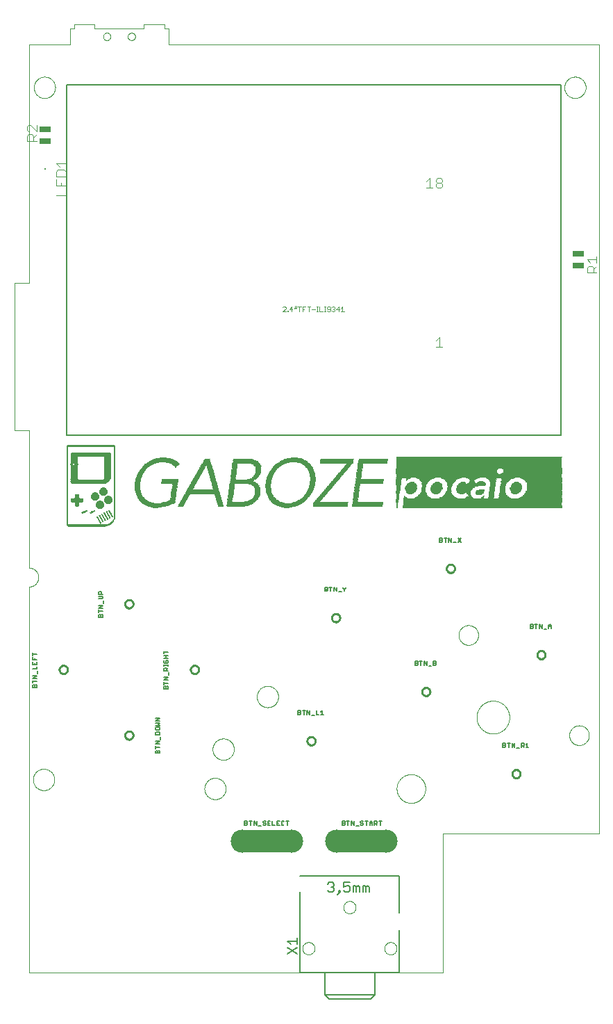
<source format=gto>
G75*
%MOIN*%
%OFA0B0*%
%FSLAX25Y25*%
%IPPOS*%
%LPD*%
%AMOC8*
5,1,8,0,0,1.08239X$1,22.5*
%
%ADD10C,0.00000*%
%ADD11C,0.00039*%
%ADD12R,0.02756X0.00394*%
%ADD13R,0.05512X0.00394*%
%ADD14R,0.05906X0.00394*%
%ADD15R,0.02362X0.00394*%
%ADD16R,0.00787X0.00394*%
%ADD17R,0.01181X0.00394*%
%ADD18R,0.00394X0.00394*%
%ADD19R,0.01575X0.00394*%
%ADD20R,0.01969X0.00394*%
%ADD21R,0.03150X0.00394*%
%ADD22R,0.05118X0.00394*%
%ADD23R,0.31102X0.00394*%
%ADD24R,0.18504X0.00394*%
%ADD25R,0.03543X0.00394*%
%ADD26R,0.30709X0.00394*%
%ADD27R,0.18898X0.00394*%
%ADD28R,0.04331X0.00394*%
%ADD29R,0.06299X0.00394*%
%ADD30R,0.03937X0.00394*%
%ADD31R,0.08661X0.00394*%
%ADD32R,0.06693X0.00394*%
%ADD33R,0.09843X0.00394*%
%ADD34R,0.12205X0.00394*%
%ADD35R,0.11417X0.00394*%
%ADD36R,0.04724X0.00394*%
%ADD37R,0.07087X0.00394*%
%ADD38R,0.07874X0.00394*%
%ADD39R,0.07480X0.00394*%
%ADD40R,0.08268X0.00394*%
%ADD41R,0.10630X0.00394*%
%ADD42R,0.12598X0.00394*%
%ADD43R,0.17717X0.00394*%
%ADD44R,0.16535X0.00394*%
%ADD45R,0.14961X0.00394*%
%ADD46R,0.13386X0.00394*%
%ADD47R,0.11024X0.00394*%
%ADD48R,0.11811X0.00394*%
%ADD49R,0.13780X0.00394*%
%ADD50R,0.15748X0.00394*%
%ADD51R,0.17323X0.00394*%
%ADD52R,0.20079X0.00394*%
%ADD53R,0.21260X0.00394*%
%ADD54R,0.22441X0.00394*%
%ADD55R,0.23228X0.00394*%
%ADD56R,0.24409X0.00394*%
%ADD57R,0.25197X0.00394*%
%ADD58R,0.25984X0.00394*%
%ADD59R,0.26772X0.00394*%
%ADD60R,0.27559X0.00394*%
%ADD61R,0.28346X0.00394*%
%ADD62R,0.29134X0.00394*%
%ADD63R,0.29528X0.00394*%
%ADD64R,0.29921X0.00394*%
%ADD65R,0.31890X0.00394*%
%ADD66R,0.32283X0.00394*%
%ADD67R,0.32677X0.00394*%
%ADD68R,0.33071X0.00394*%
%ADD69R,0.33465X0.00394*%
%ADD70R,0.33858X0.00394*%
%ADD71R,0.34252X0.00394*%
%ADD72R,0.34646X0.00394*%
%ADD73R,0.35039X0.00394*%
%ADD74R,0.35433X0.00394*%
%ADD75R,0.35827X0.00394*%
%ADD76R,0.36220X0.00394*%
%ADD77R,0.36614X0.00394*%
%ADD78R,0.37008X0.00394*%
%ADD79R,0.09449X0.00394*%
%ADD80R,0.37402X0.00394*%
%ADD81R,0.14173X0.00394*%
%ADD82R,0.23622X0.00394*%
%ADD83R,0.30315X0.00394*%
%ADD84R,0.31496X0.00394*%
%ADD85R,0.24803X0.00394*%
%ADD86R,0.27165X0.00394*%
%ADD87R,0.28740X0.00394*%
%ADD88R,0.27953X0.00394*%
%ADD89R,0.14567X0.00394*%
%ADD90R,0.26378X0.00394*%
%ADD91R,0.25591X0.00394*%
%ADD92R,0.24016X0.00394*%
%ADD93R,0.22835X0.00394*%
%ADD94R,0.12992X0.00394*%
%ADD95R,0.22047X0.00394*%
%ADD96R,0.20472X0.00394*%
%ADD97R,0.19685X0.00394*%
%ADD98R,0.18110X0.00394*%
%ADD99R,0.10236X0.00394*%
%ADD100R,0.09055X0.00394*%
%ADD101R,0.16142X0.00394*%
%ADD102R,0.19291X0.00394*%
%ADD103R,0.21654X0.00394*%
%ADD104R,0.78740X0.00394*%
%ADD105R,0.80315X0.00394*%
%ADD106R,0.81102X0.00394*%
%ADD107R,0.82283X0.00394*%
%ADD108R,0.82677X0.00394*%
%ADD109R,0.83465X0.00394*%
%ADD110R,0.83858X0.00394*%
%ADD111R,0.84252X0.00394*%
%ADD112R,0.84646X0.00394*%
%ADD113R,0.85039X0.00394*%
%ADD114R,0.15354X0.00394*%
%ADD115R,0.52756X0.00394*%
%ADD116R,0.53150X0.00394*%
%ADD117R,0.83071X0.00394*%
%ADD118R,0.81496X0.00394*%
%ADD119R,0.80709X0.00394*%
%ADD120R,0.79134X0.00394*%
%ADD121R,0.76772X0.00394*%
%ADD122R,0.20866X0.00394*%
%ADD123R,0.16929X0.00394*%
%ADD124C,0.11136*%
%ADD125R,0.23622X0.11142*%
%ADD126R,0.17717X0.00197*%
%ADD127R,0.19488X0.00197*%
%ADD128R,0.20276X0.00197*%
%ADD129R,0.20866X0.00197*%
%ADD130R,0.21260X0.00197*%
%ADD131R,0.00984X0.00197*%
%ADD132R,0.01969X0.00197*%
%ADD133R,0.01575X0.00197*%
%ADD134R,0.00197X0.00197*%
%ADD135R,0.01378X0.00197*%
%ADD136R,0.00394X0.00197*%
%ADD137R,0.01181X0.00197*%
%ADD138R,0.00591X0.00197*%
%ADD139R,0.00787X0.00197*%
%ADD140R,0.01772X0.00197*%
%ADD141R,0.02165X0.00197*%
%ADD142R,0.02559X0.00197*%
%ADD143R,0.02953X0.00197*%
%ADD144R,0.02756X0.00197*%
%ADD145R,0.69685X0.00197*%
%ADD146R,0.03346X0.00197*%
%ADD147R,0.05512X0.00197*%
%ADD148R,0.07480X0.00197*%
%ADD149R,0.07087X0.00197*%
%ADD150R,0.03740X0.00197*%
%ADD151R,0.08661X0.00197*%
%ADD152R,0.08071X0.00197*%
%ADD153R,0.16339X0.00197*%
%ADD154R,0.14567X0.00197*%
%ADD155R,0.09843X0.00197*%
%ADD156R,0.09646X0.00197*%
%ADD157R,0.09252X0.00197*%
%ADD158R,0.16535X0.00197*%
%ADD159R,0.10827X0.00197*%
%ADD160R,0.10433X0.00197*%
%ADD161R,0.10039X0.00197*%
%ADD162R,0.69488X0.00197*%
%ADD163R,0.04134X0.00197*%
%ADD164R,0.12008X0.00197*%
%ADD165R,0.11024X0.00197*%
%ADD166R,0.12795X0.00197*%
%ADD167R,0.11614X0.00197*%
%ADD168R,0.11811X0.00197*%
%ADD169R,0.13583X0.00197*%
%ADD170R,0.12598X0.00197*%
%ADD171R,0.14370X0.00197*%
%ADD172R,0.14173X0.00197*%
%ADD173R,0.12205X0.00197*%
%ADD174R,0.12992X0.00197*%
%ADD175R,0.15157X0.00197*%
%ADD176R,0.13780X0.00197*%
%ADD177R,0.05709X0.00197*%
%ADD178R,0.06693X0.00197*%
%ADD179R,0.04921X0.00197*%
%ADD180R,0.05906X0.00197*%
%ADD181R,0.13189X0.00197*%
%ADD182R,0.04724X0.00197*%
%ADD183R,0.69291X0.00197*%
%ADD184R,0.04528X0.00197*%
%ADD185R,0.05118X0.00197*%
%ADD186R,0.13386X0.00197*%
%ADD187R,0.04331X0.00197*%
%ADD188R,0.02362X0.00197*%
%ADD189R,0.03937X0.00197*%
%ADD190R,0.03543X0.00197*%
%ADD191R,0.69094X0.00197*%
%ADD192R,0.03150X0.00197*%
%ADD193R,0.15748X0.00197*%
%ADD194R,0.14764X0.00197*%
%ADD195R,0.13976X0.00197*%
%ADD196R,0.07677X0.00197*%
%ADD197R,0.06299X0.00197*%
%ADD198R,0.05315X0.00197*%
%ADD199R,0.12402X0.00197*%
%ADD200R,0.11417X0.00197*%
%ADD201R,0.16732X0.00197*%
%ADD202R,0.11220X0.00197*%
%ADD203R,0.16142X0.00197*%
%ADD204R,0.06496X0.00197*%
%ADD205R,0.10630X0.00197*%
%ADD206R,0.15945X0.00197*%
%ADD207R,0.15551X0.00197*%
%ADD208R,0.06890X0.00197*%
%ADD209R,0.10236X0.00197*%
%ADD210R,0.15354X0.00197*%
%ADD211R,0.07283X0.00197*%
%ADD212R,0.07874X0.00197*%
%ADD213R,0.08268X0.00197*%
%ADD214R,0.08465X0.00197*%
%ADD215R,0.08858X0.00197*%
%ADD216R,0.09449X0.00197*%
%ADD217R,0.16929X0.00197*%
%ADD218R,0.17520X0.00197*%
%ADD219R,0.17913X0.00197*%
%ADD220R,0.18110X0.00197*%
%ADD221R,0.18307X0.00197*%
%ADD222R,0.18504X0.00197*%
%ADD223R,0.18701X0.00197*%
%ADD224R,0.18898X0.00197*%
%ADD225R,0.06102X0.00197*%
%ADD226R,0.72835X0.00197*%
%ADD227R,0.49016X0.00197*%
%ADD228R,0.22441X0.00197*%
%ADD229R,0.48819X0.00197*%
%ADD230R,0.22047X0.00197*%
%ADD231R,0.48622X0.00197*%
%ADD232R,0.21850X0.00197*%
%ADD233R,0.48425X0.00197*%
%ADD234R,0.21654X0.00197*%
%ADD235R,0.21457X0.00197*%
%ADD236R,0.49409X0.00197*%
%ADD237R,0.72638X0.00197*%
%ADD238R,0.19094X0.00197*%
%ADD239R,0.23425X0.00197*%
%ADD240R,0.23031X0.00197*%
%ADD241C,0.00400*%
%ADD242R,0.05512X0.02559*%
%ADD243C,0.00500*%
%ADD244C,0.00200*%
%ADD245C,0.01000*%
%ADD246R,0.00787X0.00787*%
%ADD247C,0.00600*%
D10*
X0029320Y0017142D02*
X0029320Y0202181D01*
X0029453Y0202183D01*
X0029586Y0202189D01*
X0029718Y0202199D01*
X0029851Y0202212D01*
X0029982Y0202230D01*
X0030114Y0202251D01*
X0030244Y0202276D01*
X0030374Y0202305D01*
X0030503Y0202338D01*
X0030630Y0202375D01*
X0030757Y0202415D01*
X0030883Y0202459D01*
X0031007Y0202507D01*
X0031129Y0202558D01*
X0031250Y0202613D01*
X0031370Y0202672D01*
X0031487Y0202733D01*
X0031603Y0202799D01*
X0031717Y0202867D01*
X0031829Y0202939D01*
X0031938Y0203015D01*
X0032046Y0203093D01*
X0032151Y0203175D01*
X0032253Y0203259D01*
X0032353Y0203347D01*
X0032451Y0203437D01*
X0032545Y0203531D01*
X0032637Y0203627D01*
X0032726Y0203726D01*
X0032812Y0203827D01*
X0032895Y0203931D01*
X0032975Y0204037D01*
X0033052Y0204145D01*
X0033126Y0204256D01*
X0033196Y0204369D01*
X0033263Y0204483D01*
X0033327Y0204600D01*
X0033387Y0204719D01*
X0033444Y0204839D01*
X0033497Y0204961D01*
X0033546Y0205084D01*
X0033592Y0205209D01*
X0033635Y0205335D01*
X0033673Y0205462D01*
X0033708Y0205591D01*
X0033739Y0205720D01*
X0033766Y0205850D01*
X0033789Y0205981D01*
X0033809Y0206112D01*
X0033824Y0206245D01*
X0033836Y0206377D01*
X0033844Y0206510D01*
X0033848Y0206643D01*
X0033848Y0206775D01*
X0033844Y0206908D01*
X0033836Y0207041D01*
X0033824Y0207173D01*
X0033809Y0207306D01*
X0033789Y0207437D01*
X0033766Y0207568D01*
X0033739Y0207698D01*
X0033708Y0207827D01*
X0033673Y0207956D01*
X0033635Y0208083D01*
X0033592Y0208209D01*
X0033546Y0208334D01*
X0033497Y0208457D01*
X0033444Y0208579D01*
X0033387Y0208699D01*
X0033327Y0208818D01*
X0033263Y0208935D01*
X0033196Y0209049D01*
X0033126Y0209162D01*
X0033052Y0209273D01*
X0032975Y0209381D01*
X0032895Y0209487D01*
X0032812Y0209591D01*
X0032726Y0209692D01*
X0032637Y0209791D01*
X0032545Y0209887D01*
X0032451Y0209981D01*
X0032353Y0210071D01*
X0032253Y0210159D01*
X0032151Y0210243D01*
X0032046Y0210325D01*
X0031938Y0210403D01*
X0031829Y0210479D01*
X0031717Y0210551D01*
X0031603Y0210619D01*
X0031487Y0210685D01*
X0031370Y0210746D01*
X0031250Y0210805D01*
X0031129Y0210860D01*
X0031007Y0210911D01*
X0030883Y0210959D01*
X0030757Y0211003D01*
X0030630Y0211043D01*
X0030503Y0211080D01*
X0030374Y0211113D01*
X0030244Y0211142D01*
X0030114Y0211167D01*
X0029982Y0211188D01*
X0029851Y0211206D01*
X0029718Y0211219D01*
X0029586Y0211229D01*
X0029453Y0211235D01*
X0029320Y0211237D01*
X0029320Y0211236D02*
X0029320Y0276984D01*
X0022430Y0276984D01*
X0022430Y0347850D01*
X0029320Y0347850D01*
X0029320Y0462024D01*
X0049005Y0462024D01*
X0049005Y0469898D01*
X0050974Y0469898D01*
X0050974Y0471866D01*
X0060816Y0471866D01*
X0060816Y0469898D01*
X0084438Y0469898D01*
X0084438Y0471866D01*
X0094281Y0471866D01*
X0094281Y0469898D01*
X0096249Y0469898D01*
X0096249Y0462024D01*
X0302942Y0462024D01*
X0302942Y0083874D01*
X0228139Y0083874D01*
X0228139Y0017142D01*
X0029320Y0017142D01*
X0075383Y0130921D02*
X0075385Y0131009D01*
X0075391Y0131097D01*
X0075401Y0131185D01*
X0075415Y0131273D01*
X0075432Y0131359D01*
X0075454Y0131445D01*
X0075479Y0131529D01*
X0075509Y0131613D01*
X0075541Y0131695D01*
X0075578Y0131775D01*
X0075618Y0131854D01*
X0075662Y0131931D01*
X0075709Y0132006D01*
X0075759Y0132078D01*
X0075813Y0132149D01*
X0075869Y0132216D01*
X0075929Y0132282D01*
X0075991Y0132344D01*
X0076057Y0132404D01*
X0076124Y0132460D01*
X0076195Y0132514D01*
X0076267Y0132564D01*
X0076342Y0132611D01*
X0076419Y0132655D01*
X0076498Y0132695D01*
X0076578Y0132732D01*
X0076660Y0132764D01*
X0076744Y0132794D01*
X0076828Y0132819D01*
X0076914Y0132841D01*
X0077000Y0132858D01*
X0077088Y0132872D01*
X0077176Y0132882D01*
X0077264Y0132888D01*
X0077352Y0132890D01*
X0077440Y0132888D01*
X0077528Y0132882D01*
X0077616Y0132872D01*
X0077704Y0132858D01*
X0077790Y0132841D01*
X0077876Y0132819D01*
X0077960Y0132794D01*
X0078044Y0132764D01*
X0078126Y0132732D01*
X0078206Y0132695D01*
X0078285Y0132655D01*
X0078362Y0132611D01*
X0078437Y0132564D01*
X0078509Y0132514D01*
X0078580Y0132460D01*
X0078647Y0132404D01*
X0078713Y0132344D01*
X0078775Y0132282D01*
X0078835Y0132216D01*
X0078891Y0132149D01*
X0078945Y0132078D01*
X0078995Y0132006D01*
X0079042Y0131931D01*
X0079086Y0131854D01*
X0079126Y0131775D01*
X0079163Y0131695D01*
X0079195Y0131613D01*
X0079225Y0131529D01*
X0079250Y0131445D01*
X0079272Y0131359D01*
X0079289Y0131273D01*
X0079303Y0131185D01*
X0079313Y0131097D01*
X0079319Y0131009D01*
X0079321Y0130921D01*
X0079319Y0130833D01*
X0079313Y0130745D01*
X0079303Y0130657D01*
X0079289Y0130569D01*
X0079272Y0130483D01*
X0079250Y0130397D01*
X0079225Y0130313D01*
X0079195Y0130229D01*
X0079163Y0130147D01*
X0079126Y0130067D01*
X0079086Y0129988D01*
X0079042Y0129911D01*
X0078995Y0129836D01*
X0078945Y0129764D01*
X0078891Y0129693D01*
X0078835Y0129626D01*
X0078775Y0129560D01*
X0078713Y0129498D01*
X0078647Y0129438D01*
X0078580Y0129382D01*
X0078509Y0129328D01*
X0078437Y0129278D01*
X0078362Y0129231D01*
X0078285Y0129187D01*
X0078206Y0129147D01*
X0078126Y0129110D01*
X0078044Y0129078D01*
X0077960Y0129048D01*
X0077876Y0129023D01*
X0077790Y0129001D01*
X0077704Y0128984D01*
X0077616Y0128970D01*
X0077528Y0128960D01*
X0077440Y0128954D01*
X0077352Y0128952D01*
X0077264Y0128954D01*
X0077176Y0128960D01*
X0077088Y0128970D01*
X0077000Y0128984D01*
X0076914Y0129001D01*
X0076828Y0129023D01*
X0076744Y0129048D01*
X0076660Y0129078D01*
X0076578Y0129110D01*
X0076498Y0129147D01*
X0076419Y0129187D01*
X0076342Y0129231D01*
X0076267Y0129278D01*
X0076195Y0129328D01*
X0076124Y0129382D01*
X0076057Y0129438D01*
X0075991Y0129498D01*
X0075929Y0129560D01*
X0075869Y0129626D01*
X0075813Y0129693D01*
X0075759Y0129764D01*
X0075709Y0129836D01*
X0075662Y0129911D01*
X0075618Y0129988D01*
X0075578Y0130067D01*
X0075541Y0130147D01*
X0075509Y0130229D01*
X0075479Y0130313D01*
X0075454Y0130397D01*
X0075432Y0130483D01*
X0075415Y0130569D01*
X0075401Y0130657D01*
X0075391Y0130745D01*
X0075385Y0130833D01*
X0075383Y0130921D01*
X0043887Y0162417D02*
X0043889Y0162505D01*
X0043895Y0162593D01*
X0043905Y0162681D01*
X0043919Y0162769D01*
X0043936Y0162855D01*
X0043958Y0162941D01*
X0043983Y0163025D01*
X0044013Y0163109D01*
X0044045Y0163191D01*
X0044082Y0163271D01*
X0044122Y0163350D01*
X0044166Y0163427D01*
X0044213Y0163502D01*
X0044263Y0163574D01*
X0044317Y0163645D01*
X0044373Y0163712D01*
X0044433Y0163778D01*
X0044495Y0163840D01*
X0044561Y0163900D01*
X0044628Y0163956D01*
X0044699Y0164010D01*
X0044771Y0164060D01*
X0044846Y0164107D01*
X0044923Y0164151D01*
X0045002Y0164191D01*
X0045082Y0164228D01*
X0045164Y0164260D01*
X0045248Y0164290D01*
X0045332Y0164315D01*
X0045418Y0164337D01*
X0045504Y0164354D01*
X0045592Y0164368D01*
X0045680Y0164378D01*
X0045768Y0164384D01*
X0045856Y0164386D01*
X0045944Y0164384D01*
X0046032Y0164378D01*
X0046120Y0164368D01*
X0046208Y0164354D01*
X0046294Y0164337D01*
X0046380Y0164315D01*
X0046464Y0164290D01*
X0046548Y0164260D01*
X0046630Y0164228D01*
X0046710Y0164191D01*
X0046789Y0164151D01*
X0046866Y0164107D01*
X0046941Y0164060D01*
X0047013Y0164010D01*
X0047084Y0163956D01*
X0047151Y0163900D01*
X0047217Y0163840D01*
X0047279Y0163778D01*
X0047339Y0163712D01*
X0047395Y0163645D01*
X0047449Y0163574D01*
X0047499Y0163502D01*
X0047546Y0163427D01*
X0047590Y0163350D01*
X0047630Y0163271D01*
X0047667Y0163191D01*
X0047699Y0163109D01*
X0047729Y0163025D01*
X0047754Y0162941D01*
X0047776Y0162855D01*
X0047793Y0162769D01*
X0047807Y0162681D01*
X0047817Y0162593D01*
X0047823Y0162505D01*
X0047825Y0162417D01*
X0047823Y0162329D01*
X0047817Y0162241D01*
X0047807Y0162153D01*
X0047793Y0162065D01*
X0047776Y0161979D01*
X0047754Y0161893D01*
X0047729Y0161809D01*
X0047699Y0161725D01*
X0047667Y0161643D01*
X0047630Y0161563D01*
X0047590Y0161484D01*
X0047546Y0161407D01*
X0047499Y0161332D01*
X0047449Y0161260D01*
X0047395Y0161189D01*
X0047339Y0161122D01*
X0047279Y0161056D01*
X0047217Y0160994D01*
X0047151Y0160934D01*
X0047084Y0160878D01*
X0047013Y0160824D01*
X0046941Y0160774D01*
X0046866Y0160727D01*
X0046789Y0160683D01*
X0046710Y0160643D01*
X0046630Y0160606D01*
X0046548Y0160574D01*
X0046464Y0160544D01*
X0046380Y0160519D01*
X0046294Y0160497D01*
X0046208Y0160480D01*
X0046120Y0160466D01*
X0046032Y0160456D01*
X0045944Y0160450D01*
X0045856Y0160448D01*
X0045768Y0160450D01*
X0045680Y0160456D01*
X0045592Y0160466D01*
X0045504Y0160480D01*
X0045418Y0160497D01*
X0045332Y0160519D01*
X0045248Y0160544D01*
X0045164Y0160574D01*
X0045082Y0160606D01*
X0045002Y0160643D01*
X0044923Y0160683D01*
X0044846Y0160727D01*
X0044771Y0160774D01*
X0044699Y0160824D01*
X0044628Y0160878D01*
X0044561Y0160934D01*
X0044495Y0160994D01*
X0044433Y0161056D01*
X0044373Y0161122D01*
X0044317Y0161189D01*
X0044263Y0161260D01*
X0044213Y0161332D01*
X0044166Y0161407D01*
X0044122Y0161484D01*
X0044082Y0161563D01*
X0044045Y0161643D01*
X0044013Y0161725D01*
X0043983Y0161809D01*
X0043958Y0161893D01*
X0043936Y0161979D01*
X0043919Y0162065D01*
X0043905Y0162153D01*
X0043895Y0162241D01*
X0043889Y0162329D01*
X0043887Y0162417D01*
X0075383Y0193913D02*
X0075385Y0194001D01*
X0075391Y0194089D01*
X0075401Y0194177D01*
X0075415Y0194265D01*
X0075432Y0194351D01*
X0075454Y0194437D01*
X0075479Y0194521D01*
X0075509Y0194605D01*
X0075541Y0194687D01*
X0075578Y0194767D01*
X0075618Y0194846D01*
X0075662Y0194923D01*
X0075709Y0194998D01*
X0075759Y0195070D01*
X0075813Y0195141D01*
X0075869Y0195208D01*
X0075929Y0195274D01*
X0075991Y0195336D01*
X0076057Y0195396D01*
X0076124Y0195452D01*
X0076195Y0195506D01*
X0076267Y0195556D01*
X0076342Y0195603D01*
X0076419Y0195647D01*
X0076498Y0195687D01*
X0076578Y0195724D01*
X0076660Y0195756D01*
X0076744Y0195786D01*
X0076828Y0195811D01*
X0076914Y0195833D01*
X0077000Y0195850D01*
X0077088Y0195864D01*
X0077176Y0195874D01*
X0077264Y0195880D01*
X0077352Y0195882D01*
X0077440Y0195880D01*
X0077528Y0195874D01*
X0077616Y0195864D01*
X0077704Y0195850D01*
X0077790Y0195833D01*
X0077876Y0195811D01*
X0077960Y0195786D01*
X0078044Y0195756D01*
X0078126Y0195724D01*
X0078206Y0195687D01*
X0078285Y0195647D01*
X0078362Y0195603D01*
X0078437Y0195556D01*
X0078509Y0195506D01*
X0078580Y0195452D01*
X0078647Y0195396D01*
X0078713Y0195336D01*
X0078775Y0195274D01*
X0078835Y0195208D01*
X0078891Y0195141D01*
X0078945Y0195070D01*
X0078995Y0194998D01*
X0079042Y0194923D01*
X0079086Y0194846D01*
X0079126Y0194767D01*
X0079163Y0194687D01*
X0079195Y0194605D01*
X0079225Y0194521D01*
X0079250Y0194437D01*
X0079272Y0194351D01*
X0079289Y0194265D01*
X0079303Y0194177D01*
X0079313Y0194089D01*
X0079319Y0194001D01*
X0079321Y0193913D01*
X0079319Y0193825D01*
X0079313Y0193737D01*
X0079303Y0193649D01*
X0079289Y0193561D01*
X0079272Y0193475D01*
X0079250Y0193389D01*
X0079225Y0193305D01*
X0079195Y0193221D01*
X0079163Y0193139D01*
X0079126Y0193059D01*
X0079086Y0192980D01*
X0079042Y0192903D01*
X0078995Y0192828D01*
X0078945Y0192756D01*
X0078891Y0192685D01*
X0078835Y0192618D01*
X0078775Y0192552D01*
X0078713Y0192490D01*
X0078647Y0192430D01*
X0078580Y0192374D01*
X0078509Y0192320D01*
X0078437Y0192270D01*
X0078362Y0192223D01*
X0078285Y0192179D01*
X0078206Y0192139D01*
X0078126Y0192102D01*
X0078044Y0192070D01*
X0077960Y0192040D01*
X0077876Y0192015D01*
X0077790Y0191993D01*
X0077704Y0191976D01*
X0077616Y0191962D01*
X0077528Y0191952D01*
X0077440Y0191946D01*
X0077352Y0191944D01*
X0077264Y0191946D01*
X0077176Y0191952D01*
X0077088Y0191962D01*
X0077000Y0191976D01*
X0076914Y0191993D01*
X0076828Y0192015D01*
X0076744Y0192040D01*
X0076660Y0192070D01*
X0076578Y0192102D01*
X0076498Y0192139D01*
X0076419Y0192179D01*
X0076342Y0192223D01*
X0076267Y0192270D01*
X0076195Y0192320D01*
X0076124Y0192374D01*
X0076057Y0192430D01*
X0075991Y0192490D01*
X0075929Y0192552D01*
X0075869Y0192618D01*
X0075813Y0192685D01*
X0075759Y0192756D01*
X0075709Y0192828D01*
X0075662Y0192903D01*
X0075618Y0192980D01*
X0075578Y0193059D01*
X0075541Y0193139D01*
X0075509Y0193221D01*
X0075479Y0193305D01*
X0075454Y0193389D01*
X0075432Y0193475D01*
X0075415Y0193561D01*
X0075401Y0193649D01*
X0075391Y0193737D01*
X0075385Y0193825D01*
X0075383Y0193913D01*
X0106879Y0162417D02*
X0106881Y0162505D01*
X0106887Y0162593D01*
X0106897Y0162681D01*
X0106911Y0162769D01*
X0106928Y0162855D01*
X0106950Y0162941D01*
X0106975Y0163025D01*
X0107005Y0163109D01*
X0107037Y0163191D01*
X0107074Y0163271D01*
X0107114Y0163350D01*
X0107158Y0163427D01*
X0107205Y0163502D01*
X0107255Y0163574D01*
X0107309Y0163645D01*
X0107365Y0163712D01*
X0107425Y0163778D01*
X0107487Y0163840D01*
X0107553Y0163900D01*
X0107620Y0163956D01*
X0107691Y0164010D01*
X0107763Y0164060D01*
X0107838Y0164107D01*
X0107915Y0164151D01*
X0107994Y0164191D01*
X0108074Y0164228D01*
X0108156Y0164260D01*
X0108240Y0164290D01*
X0108324Y0164315D01*
X0108410Y0164337D01*
X0108496Y0164354D01*
X0108584Y0164368D01*
X0108672Y0164378D01*
X0108760Y0164384D01*
X0108848Y0164386D01*
X0108936Y0164384D01*
X0109024Y0164378D01*
X0109112Y0164368D01*
X0109200Y0164354D01*
X0109286Y0164337D01*
X0109372Y0164315D01*
X0109456Y0164290D01*
X0109540Y0164260D01*
X0109622Y0164228D01*
X0109702Y0164191D01*
X0109781Y0164151D01*
X0109858Y0164107D01*
X0109933Y0164060D01*
X0110005Y0164010D01*
X0110076Y0163956D01*
X0110143Y0163900D01*
X0110209Y0163840D01*
X0110271Y0163778D01*
X0110331Y0163712D01*
X0110387Y0163645D01*
X0110441Y0163574D01*
X0110491Y0163502D01*
X0110538Y0163427D01*
X0110582Y0163350D01*
X0110622Y0163271D01*
X0110659Y0163191D01*
X0110691Y0163109D01*
X0110721Y0163025D01*
X0110746Y0162941D01*
X0110768Y0162855D01*
X0110785Y0162769D01*
X0110799Y0162681D01*
X0110809Y0162593D01*
X0110815Y0162505D01*
X0110817Y0162417D01*
X0110815Y0162329D01*
X0110809Y0162241D01*
X0110799Y0162153D01*
X0110785Y0162065D01*
X0110768Y0161979D01*
X0110746Y0161893D01*
X0110721Y0161809D01*
X0110691Y0161725D01*
X0110659Y0161643D01*
X0110622Y0161563D01*
X0110582Y0161484D01*
X0110538Y0161407D01*
X0110491Y0161332D01*
X0110441Y0161260D01*
X0110387Y0161189D01*
X0110331Y0161122D01*
X0110271Y0161056D01*
X0110209Y0160994D01*
X0110143Y0160934D01*
X0110076Y0160878D01*
X0110005Y0160824D01*
X0109933Y0160774D01*
X0109858Y0160727D01*
X0109781Y0160683D01*
X0109702Y0160643D01*
X0109622Y0160606D01*
X0109540Y0160574D01*
X0109456Y0160544D01*
X0109372Y0160519D01*
X0109286Y0160497D01*
X0109200Y0160480D01*
X0109112Y0160466D01*
X0109024Y0160456D01*
X0108936Y0160450D01*
X0108848Y0160448D01*
X0108760Y0160450D01*
X0108672Y0160456D01*
X0108584Y0160466D01*
X0108496Y0160480D01*
X0108410Y0160497D01*
X0108324Y0160519D01*
X0108240Y0160544D01*
X0108156Y0160574D01*
X0108074Y0160606D01*
X0107994Y0160643D01*
X0107915Y0160683D01*
X0107838Y0160727D01*
X0107763Y0160774D01*
X0107691Y0160824D01*
X0107620Y0160878D01*
X0107553Y0160934D01*
X0107487Y0160994D01*
X0107425Y0161056D01*
X0107365Y0161122D01*
X0107309Y0161189D01*
X0107255Y0161260D01*
X0107205Y0161332D01*
X0107158Y0161407D01*
X0107114Y0161484D01*
X0107074Y0161563D01*
X0107037Y0161643D01*
X0107005Y0161725D01*
X0106975Y0161809D01*
X0106950Y0161893D01*
X0106928Y0161979D01*
X0106911Y0162065D01*
X0106897Y0162153D01*
X0106887Y0162241D01*
X0106881Y0162329D01*
X0106879Y0162417D01*
X0141741Y0080173D02*
X0141743Y0080261D01*
X0141749Y0080349D01*
X0141759Y0080437D01*
X0141773Y0080525D01*
X0141790Y0080611D01*
X0141812Y0080697D01*
X0141837Y0080781D01*
X0141867Y0080865D01*
X0141899Y0080947D01*
X0141936Y0081027D01*
X0141976Y0081106D01*
X0142020Y0081183D01*
X0142067Y0081258D01*
X0142117Y0081330D01*
X0142171Y0081401D01*
X0142227Y0081468D01*
X0142287Y0081534D01*
X0142349Y0081596D01*
X0142415Y0081656D01*
X0142482Y0081712D01*
X0142553Y0081766D01*
X0142625Y0081816D01*
X0142700Y0081863D01*
X0142777Y0081907D01*
X0142856Y0081947D01*
X0142936Y0081984D01*
X0143018Y0082016D01*
X0143102Y0082046D01*
X0143186Y0082071D01*
X0143272Y0082093D01*
X0143358Y0082110D01*
X0143446Y0082124D01*
X0143534Y0082134D01*
X0143622Y0082140D01*
X0143710Y0082142D01*
X0143798Y0082140D01*
X0143886Y0082134D01*
X0143974Y0082124D01*
X0144062Y0082110D01*
X0144148Y0082093D01*
X0144234Y0082071D01*
X0144318Y0082046D01*
X0144402Y0082016D01*
X0144484Y0081984D01*
X0144564Y0081947D01*
X0144643Y0081907D01*
X0144720Y0081863D01*
X0144795Y0081816D01*
X0144867Y0081766D01*
X0144938Y0081712D01*
X0145005Y0081656D01*
X0145071Y0081596D01*
X0145133Y0081534D01*
X0145193Y0081468D01*
X0145249Y0081401D01*
X0145303Y0081330D01*
X0145353Y0081258D01*
X0145400Y0081183D01*
X0145444Y0081106D01*
X0145484Y0081027D01*
X0145521Y0080947D01*
X0145553Y0080865D01*
X0145583Y0080781D01*
X0145608Y0080697D01*
X0145630Y0080611D01*
X0145647Y0080525D01*
X0145661Y0080437D01*
X0145671Y0080349D01*
X0145677Y0080261D01*
X0145679Y0080173D01*
X0145677Y0080085D01*
X0145671Y0079997D01*
X0145661Y0079909D01*
X0145647Y0079821D01*
X0145630Y0079735D01*
X0145608Y0079649D01*
X0145583Y0079565D01*
X0145553Y0079481D01*
X0145521Y0079399D01*
X0145484Y0079319D01*
X0145444Y0079240D01*
X0145400Y0079163D01*
X0145353Y0079088D01*
X0145303Y0079016D01*
X0145249Y0078945D01*
X0145193Y0078878D01*
X0145133Y0078812D01*
X0145071Y0078750D01*
X0145005Y0078690D01*
X0144938Y0078634D01*
X0144867Y0078580D01*
X0144795Y0078530D01*
X0144720Y0078483D01*
X0144643Y0078439D01*
X0144564Y0078399D01*
X0144484Y0078362D01*
X0144402Y0078330D01*
X0144318Y0078300D01*
X0144234Y0078275D01*
X0144148Y0078253D01*
X0144062Y0078236D01*
X0143974Y0078222D01*
X0143886Y0078212D01*
X0143798Y0078206D01*
X0143710Y0078204D01*
X0143622Y0078206D01*
X0143534Y0078212D01*
X0143446Y0078222D01*
X0143358Y0078236D01*
X0143272Y0078253D01*
X0143186Y0078275D01*
X0143102Y0078300D01*
X0143018Y0078330D01*
X0142936Y0078362D01*
X0142856Y0078399D01*
X0142777Y0078439D01*
X0142700Y0078483D01*
X0142625Y0078530D01*
X0142553Y0078580D01*
X0142482Y0078634D01*
X0142415Y0078690D01*
X0142349Y0078750D01*
X0142287Y0078812D01*
X0142227Y0078878D01*
X0142171Y0078945D01*
X0142117Y0079016D01*
X0142067Y0079088D01*
X0142020Y0079163D01*
X0141976Y0079240D01*
X0141936Y0079319D01*
X0141899Y0079399D01*
X0141867Y0079481D01*
X0141837Y0079565D01*
X0141812Y0079649D01*
X0141790Y0079735D01*
X0141773Y0079821D01*
X0141759Y0079909D01*
X0141749Y0079997D01*
X0141743Y0080085D01*
X0141741Y0080173D01*
X0162863Y0128205D02*
X0162865Y0128293D01*
X0162871Y0128381D01*
X0162881Y0128469D01*
X0162895Y0128557D01*
X0162912Y0128643D01*
X0162934Y0128729D01*
X0162959Y0128813D01*
X0162989Y0128897D01*
X0163021Y0128979D01*
X0163058Y0129059D01*
X0163098Y0129138D01*
X0163142Y0129215D01*
X0163189Y0129290D01*
X0163239Y0129362D01*
X0163293Y0129433D01*
X0163349Y0129500D01*
X0163409Y0129566D01*
X0163471Y0129628D01*
X0163537Y0129688D01*
X0163604Y0129744D01*
X0163675Y0129798D01*
X0163747Y0129848D01*
X0163822Y0129895D01*
X0163899Y0129939D01*
X0163978Y0129979D01*
X0164058Y0130016D01*
X0164140Y0130048D01*
X0164224Y0130078D01*
X0164308Y0130103D01*
X0164394Y0130125D01*
X0164480Y0130142D01*
X0164568Y0130156D01*
X0164656Y0130166D01*
X0164744Y0130172D01*
X0164832Y0130174D01*
X0164920Y0130172D01*
X0165008Y0130166D01*
X0165096Y0130156D01*
X0165184Y0130142D01*
X0165270Y0130125D01*
X0165356Y0130103D01*
X0165440Y0130078D01*
X0165524Y0130048D01*
X0165606Y0130016D01*
X0165686Y0129979D01*
X0165765Y0129939D01*
X0165842Y0129895D01*
X0165917Y0129848D01*
X0165989Y0129798D01*
X0166060Y0129744D01*
X0166127Y0129688D01*
X0166193Y0129628D01*
X0166255Y0129566D01*
X0166315Y0129500D01*
X0166371Y0129433D01*
X0166425Y0129362D01*
X0166475Y0129290D01*
X0166522Y0129215D01*
X0166566Y0129138D01*
X0166606Y0129059D01*
X0166643Y0128979D01*
X0166675Y0128897D01*
X0166705Y0128813D01*
X0166730Y0128729D01*
X0166752Y0128643D01*
X0166769Y0128557D01*
X0166783Y0128469D01*
X0166793Y0128381D01*
X0166799Y0128293D01*
X0166801Y0128205D01*
X0166799Y0128117D01*
X0166793Y0128029D01*
X0166783Y0127941D01*
X0166769Y0127853D01*
X0166752Y0127767D01*
X0166730Y0127681D01*
X0166705Y0127597D01*
X0166675Y0127513D01*
X0166643Y0127431D01*
X0166606Y0127351D01*
X0166566Y0127272D01*
X0166522Y0127195D01*
X0166475Y0127120D01*
X0166425Y0127048D01*
X0166371Y0126977D01*
X0166315Y0126910D01*
X0166255Y0126844D01*
X0166193Y0126782D01*
X0166127Y0126722D01*
X0166060Y0126666D01*
X0165989Y0126612D01*
X0165917Y0126562D01*
X0165842Y0126515D01*
X0165765Y0126471D01*
X0165686Y0126431D01*
X0165606Y0126394D01*
X0165524Y0126362D01*
X0165440Y0126332D01*
X0165356Y0126307D01*
X0165270Y0126285D01*
X0165184Y0126268D01*
X0165096Y0126254D01*
X0165008Y0126244D01*
X0164920Y0126238D01*
X0164832Y0126236D01*
X0164744Y0126238D01*
X0164656Y0126244D01*
X0164568Y0126254D01*
X0164480Y0126268D01*
X0164394Y0126285D01*
X0164308Y0126307D01*
X0164224Y0126332D01*
X0164140Y0126362D01*
X0164058Y0126394D01*
X0163978Y0126431D01*
X0163899Y0126471D01*
X0163822Y0126515D01*
X0163747Y0126562D01*
X0163675Y0126612D01*
X0163604Y0126666D01*
X0163537Y0126722D01*
X0163471Y0126782D01*
X0163409Y0126844D01*
X0163349Y0126910D01*
X0163293Y0126977D01*
X0163239Y0127048D01*
X0163189Y0127120D01*
X0163142Y0127195D01*
X0163098Y0127272D01*
X0163058Y0127351D01*
X0163021Y0127431D01*
X0162989Y0127513D01*
X0162959Y0127597D01*
X0162934Y0127681D01*
X0162912Y0127767D01*
X0162895Y0127853D01*
X0162881Y0127941D01*
X0162871Y0128029D01*
X0162865Y0128117D01*
X0162863Y0128205D01*
X0187410Y0080173D02*
X0187412Y0080261D01*
X0187418Y0080349D01*
X0187428Y0080437D01*
X0187442Y0080525D01*
X0187459Y0080611D01*
X0187481Y0080697D01*
X0187506Y0080781D01*
X0187536Y0080865D01*
X0187568Y0080947D01*
X0187605Y0081027D01*
X0187645Y0081106D01*
X0187689Y0081183D01*
X0187736Y0081258D01*
X0187786Y0081330D01*
X0187840Y0081401D01*
X0187896Y0081468D01*
X0187956Y0081534D01*
X0188018Y0081596D01*
X0188084Y0081656D01*
X0188151Y0081712D01*
X0188222Y0081766D01*
X0188294Y0081816D01*
X0188369Y0081863D01*
X0188446Y0081907D01*
X0188525Y0081947D01*
X0188605Y0081984D01*
X0188687Y0082016D01*
X0188771Y0082046D01*
X0188855Y0082071D01*
X0188941Y0082093D01*
X0189027Y0082110D01*
X0189115Y0082124D01*
X0189203Y0082134D01*
X0189291Y0082140D01*
X0189379Y0082142D01*
X0189467Y0082140D01*
X0189555Y0082134D01*
X0189643Y0082124D01*
X0189731Y0082110D01*
X0189817Y0082093D01*
X0189903Y0082071D01*
X0189987Y0082046D01*
X0190071Y0082016D01*
X0190153Y0081984D01*
X0190233Y0081947D01*
X0190312Y0081907D01*
X0190389Y0081863D01*
X0190464Y0081816D01*
X0190536Y0081766D01*
X0190607Y0081712D01*
X0190674Y0081656D01*
X0190740Y0081596D01*
X0190802Y0081534D01*
X0190862Y0081468D01*
X0190918Y0081401D01*
X0190972Y0081330D01*
X0191022Y0081258D01*
X0191069Y0081183D01*
X0191113Y0081106D01*
X0191153Y0081027D01*
X0191190Y0080947D01*
X0191222Y0080865D01*
X0191252Y0080781D01*
X0191277Y0080697D01*
X0191299Y0080611D01*
X0191316Y0080525D01*
X0191330Y0080437D01*
X0191340Y0080349D01*
X0191346Y0080261D01*
X0191348Y0080173D01*
X0191346Y0080085D01*
X0191340Y0079997D01*
X0191330Y0079909D01*
X0191316Y0079821D01*
X0191299Y0079735D01*
X0191277Y0079649D01*
X0191252Y0079565D01*
X0191222Y0079481D01*
X0191190Y0079399D01*
X0191153Y0079319D01*
X0191113Y0079240D01*
X0191069Y0079163D01*
X0191022Y0079088D01*
X0190972Y0079016D01*
X0190918Y0078945D01*
X0190862Y0078878D01*
X0190802Y0078812D01*
X0190740Y0078750D01*
X0190674Y0078690D01*
X0190607Y0078634D01*
X0190536Y0078580D01*
X0190464Y0078530D01*
X0190389Y0078483D01*
X0190312Y0078439D01*
X0190233Y0078399D01*
X0190153Y0078362D01*
X0190071Y0078330D01*
X0189987Y0078300D01*
X0189903Y0078275D01*
X0189817Y0078253D01*
X0189731Y0078236D01*
X0189643Y0078222D01*
X0189555Y0078212D01*
X0189467Y0078206D01*
X0189379Y0078204D01*
X0189291Y0078206D01*
X0189203Y0078212D01*
X0189115Y0078222D01*
X0189027Y0078236D01*
X0188941Y0078253D01*
X0188855Y0078275D01*
X0188771Y0078300D01*
X0188687Y0078330D01*
X0188605Y0078362D01*
X0188525Y0078399D01*
X0188446Y0078439D01*
X0188369Y0078483D01*
X0188294Y0078530D01*
X0188222Y0078580D01*
X0188151Y0078634D01*
X0188084Y0078690D01*
X0188018Y0078750D01*
X0187956Y0078812D01*
X0187896Y0078878D01*
X0187840Y0078945D01*
X0187786Y0079016D01*
X0187736Y0079088D01*
X0187689Y0079163D01*
X0187645Y0079240D01*
X0187605Y0079319D01*
X0187568Y0079399D01*
X0187536Y0079481D01*
X0187506Y0079565D01*
X0187481Y0079649D01*
X0187459Y0079735D01*
X0187442Y0079821D01*
X0187428Y0079909D01*
X0187418Y0079997D01*
X0187412Y0080085D01*
X0187410Y0080173D01*
X0180304Y0048441D02*
X0180306Y0048549D01*
X0180312Y0048658D01*
X0180322Y0048766D01*
X0180336Y0048873D01*
X0180354Y0048980D01*
X0180375Y0049087D01*
X0180401Y0049192D01*
X0180431Y0049297D01*
X0180464Y0049400D01*
X0180501Y0049502D01*
X0180542Y0049602D01*
X0180586Y0049701D01*
X0180635Y0049799D01*
X0180686Y0049894D01*
X0180741Y0049987D01*
X0180800Y0050079D01*
X0180862Y0050168D01*
X0180927Y0050255D01*
X0180995Y0050339D01*
X0181066Y0050421D01*
X0181140Y0050500D01*
X0181217Y0050576D01*
X0181297Y0050650D01*
X0181380Y0050720D01*
X0181465Y0050788D01*
X0181552Y0050852D01*
X0181642Y0050913D01*
X0181734Y0050971D01*
X0181828Y0051025D01*
X0181924Y0051076D01*
X0182021Y0051123D01*
X0182121Y0051167D01*
X0182222Y0051207D01*
X0182324Y0051243D01*
X0182427Y0051275D01*
X0182532Y0051304D01*
X0182638Y0051328D01*
X0182744Y0051349D01*
X0182851Y0051366D01*
X0182959Y0051379D01*
X0183067Y0051388D01*
X0183176Y0051393D01*
X0183284Y0051394D01*
X0183393Y0051391D01*
X0183501Y0051384D01*
X0183609Y0051373D01*
X0183716Y0051358D01*
X0183823Y0051339D01*
X0183929Y0051316D01*
X0184034Y0051290D01*
X0184139Y0051259D01*
X0184241Y0051225D01*
X0184343Y0051187D01*
X0184443Y0051145D01*
X0184542Y0051100D01*
X0184639Y0051051D01*
X0184733Y0050998D01*
X0184826Y0050942D01*
X0184917Y0050883D01*
X0185006Y0050820D01*
X0185092Y0050755D01*
X0185176Y0050686D01*
X0185257Y0050614D01*
X0185335Y0050539D01*
X0185411Y0050461D01*
X0185484Y0050380D01*
X0185554Y0050297D01*
X0185620Y0050212D01*
X0185684Y0050124D01*
X0185744Y0050033D01*
X0185801Y0049941D01*
X0185854Y0049846D01*
X0185904Y0049750D01*
X0185950Y0049652D01*
X0185993Y0049552D01*
X0186032Y0049451D01*
X0186067Y0049348D01*
X0186099Y0049245D01*
X0186126Y0049140D01*
X0186150Y0049034D01*
X0186170Y0048927D01*
X0186186Y0048820D01*
X0186198Y0048712D01*
X0186206Y0048604D01*
X0186210Y0048495D01*
X0186210Y0048387D01*
X0186206Y0048278D01*
X0186198Y0048170D01*
X0186186Y0048062D01*
X0186170Y0047955D01*
X0186150Y0047848D01*
X0186126Y0047742D01*
X0186099Y0047637D01*
X0186067Y0047534D01*
X0186032Y0047431D01*
X0185993Y0047330D01*
X0185950Y0047230D01*
X0185904Y0047132D01*
X0185854Y0047036D01*
X0185801Y0046941D01*
X0185744Y0046849D01*
X0185684Y0046758D01*
X0185620Y0046670D01*
X0185554Y0046585D01*
X0185484Y0046502D01*
X0185411Y0046421D01*
X0185335Y0046343D01*
X0185257Y0046268D01*
X0185176Y0046196D01*
X0185092Y0046127D01*
X0185006Y0046062D01*
X0184917Y0045999D01*
X0184826Y0045940D01*
X0184734Y0045884D01*
X0184639Y0045831D01*
X0184542Y0045782D01*
X0184443Y0045737D01*
X0184343Y0045695D01*
X0184241Y0045657D01*
X0184139Y0045623D01*
X0184034Y0045592D01*
X0183929Y0045566D01*
X0183823Y0045543D01*
X0183716Y0045524D01*
X0183609Y0045509D01*
X0183501Y0045498D01*
X0183393Y0045491D01*
X0183284Y0045488D01*
X0183176Y0045489D01*
X0183067Y0045494D01*
X0182959Y0045503D01*
X0182851Y0045516D01*
X0182744Y0045533D01*
X0182638Y0045554D01*
X0182532Y0045578D01*
X0182427Y0045607D01*
X0182324Y0045639D01*
X0182222Y0045675D01*
X0182121Y0045715D01*
X0182021Y0045759D01*
X0181924Y0045806D01*
X0181828Y0045857D01*
X0181734Y0045911D01*
X0181642Y0045969D01*
X0181552Y0046030D01*
X0181465Y0046094D01*
X0181380Y0046162D01*
X0181297Y0046232D01*
X0181217Y0046306D01*
X0181140Y0046382D01*
X0181066Y0046461D01*
X0180995Y0046543D01*
X0180927Y0046627D01*
X0180862Y0046714D01*
X0180800Y0046803D01*
X0180741Y0046895D01*
X0180686Y0046988D01*
X0180635Y0047083D01*
X0180586Y0047181D01*
X0180542Y0047280D01*
X0180501Y0047380D01*
X0180464Y0047482D01*
X0180431Y0047585D01*
X0180401Y0047690D01*
X0180375Y0047795D01*
X0180354Y0047902D01*
X0180336Y0048009D01*
X0180322Y0048116D01*
X0180312Y0048224D01*
X0180306Y0048333D01*
X0180304Y0048441D01*
X0160619Y0028756D02*
X0160621Y0028864D01*
X0160627Y0028973D01*
X0160637Y0029081D01*
X0160651Y0029188D01*
X0160669Y0029295D01*
X0160690Y0029402D01*
X0160716Y0029507D01*
X0160746Y0029612D01*
X0160779Y0029715D01*
X0160816Y0029817D01*
X0160857Y0029917D01*
X0160901Y0030016D01*
X0160950Y0030114D01*
X0161001Y0030209D01*
X0161056Y0030302D01*
X0161115Y0030394D01*
X0161177Y0030483D01*
X0161242Y0030570D01*
X0161310Y0030654D01*
X0161381Y0030736D01*
X0161455Y0030815D01*
X0161532Y0030891D01*
X0161612Y0030965D01*
X0161695Y0031035D01*
X0161780Y0031103D01*
X0161867Y0031167D01*
X0161957Y0031228D01*
X0162049Y0031286D01*
X0162143Y0031340D01*
X0162239Y0031391D01*
X0162336Y0031438D01*
X0162436Y0031482D01*
X0162537Y0031522D01*
X0162639Y0031558D01*
X0162742Y0031590D01*
X0162847Y0031619D01*
X0162953Y0031643D01*
X0163059Y0031664D01*
X0163166Y0031681D01*
X0163274Y0031694D01*
X0163382Y0031703D01*
X0163491Y0031708D01*
X0163599Y0031709D01*
X0163708Y0031706D01*
X0163816Y0031699D01*
X0163924Y0031688D01*
X0164031Y0031673D01*
X0164138Y0031654D01*
X0164244Y0031631D01*
X0164349Y0031605D01*
X0164454Y0031574D01*
X0164556Y0031540D01*
X0164658Y0031502D01*
X0164758Y0031460D01*
X0164857Y0031415D01*
X0164954Y0031366D01*
X0165048Y0031313D01*
X0165141Y0031257D01*
X0165232Y0031198D01*
X0165321Y0031135D01*
X0165407Y0031070D01*
X0165491Y0031001D01*
X0165572Y0030929D01*
X0165650Y0030854D01*
X0165726Y0030776D01*
X0165799Y0030695D01*
X0165869Y0030612D01*
X0165935Y0030527D01*
X0165999Y0030439D01*
X0166059Y0030348D01*
X0166116Y0030256D01*
X0166169Y0030161D01*
X0166219Y0030065D01*
X0166265Y0029967D01*
X0166308Y0029867D01*
X0166347Y0029766D01*
X0166382Y0029663D01*
X0166414Y0029560D01*
X0166441Y0029455D01*
X0166465Y0029349D01*
X0166485Y0029242D01*
X0166501Y0029135D01*
X0166513Y0029027D01*
X0166521Y0028919D01*
X0166525Y0028810D01*
X0166525Y0028702D01*
X0166521Y0028593D01*
X0166513Y0028485D01*
X0166501Y0028377D01*
X0166485Y0028270D01*
X0166465Y0028163D01*
X0166441Y0028057D01*
X0166414Y0027952D01*
X0166382Y0027849D01*
X0166347Y0027746D01*
X0166308Y0027645D01*
X0166265Y0027545D01*
X0166219Y0027447D01*
X0166169Y0027351D01*
X0166116Y0027256D01*
X0166059Y0027164D01*
X0165999Y0027073D01*
X0165935Y0026985D01*
X0165869Y0026900D01*
X0165799Y0026817D01*
X0165726Y0026736D01*
X0165650Y0026658D01*
X0165572Y0026583D01*
X0165491Y0026511D01*
X0165407Y0026442D01*
X0165321Y0026377D01*
X0165232Y0026314D01*
X0165141Y0026255D01*
X0165049Y0026199D01*
X0164954Y0026146D01*
X0164857Y0026097D01*
X0164758Y0026052D01*
X0164658Y0026010D01*
X0164556Y0025972D01*
X0164454Y0025938D01*
X0164349Y0025907D01*
X0164244Y0025881D01*
X0164138Y0025858D01*
X0164031Y0025839D01*
X0163924Y0025824D01*
X0163816Y0025813D01*
X0163708Y0025806D01*
X0163599Y0025803D01*
X0163491Y0025804D01*
X0163382Y0025809D01*
X0163274Y0025818D01*
X0163166Y0025831D01*
X0163059Y0025848D01*
X0162953Y0025869D01*
X0162847Y0025893D01*
X0162742Y0025922D01*
X0162639Y0025954D01*
X0162537Y0025990D01*
X0162436Y0026030D01*
X0162336Y0026074D01*
X0162239Y0026121D01*
X0162143Y0026172D01*
X0162049Y0026226D01*
X0161957Y0026284D01*
X0161867Y0026345D01*
X0161780Y0026409D01*
X0161695Y0026477D01*
X0161612Y0026547D01*
X0161532Y0026621D01*
X0161455Y0026697D01*
X0161381Y0026776D01*
X0161310Y0026858D01*
X0161242Y0026942D01*
X0161177Y0027029D01*
X0161115Y0027118D01*
X0161056Y0027210D01*
X0161001Y0027303D01*
X0160950Y0027398D01*
X0160901Y0027496D01*
X0160857Y0027595D01*
X0160816Y0027695D01*
X0160779Y0027797D01*
X0160746Y0027900D01*
X0160716Y0028005D01*
X0160690Y0028110D01*
X0160669Y0028217D01*
X0160651Y0028324D01*
X0160637Y0028431D01*
X0160627Y0028539D01*
X0160621Y0028648D01*
X0160619Y0028756D01*
X0199989Y0028756D02*
X0199991Y0028864D01*
X0199997Y0028973D01*
X0200007Y0029081D01*
X0200021Y0029188D01*
X0200039Y0029295D01*
X0200060Y0029402D01*
X0200086Y0029507D01*
X0200116Y0029612D01*
X0200149Y0029715D01*
X0200186Y0029817D01*
X0200227Y0029917D01*
X0200271Y0030016D01*
X0200320Y0030114D01*
X0200371Y0030209D01*
X0200426Y0030302D01*
X0200485Y0030394D01*
X0200547Y0030483D01*
X0200612Y0030570D01*
X0200680Y0030654D01*
X0200751Y0030736D01*
X0200825Y0030815D01*
X0200902Y0030891D01*
X0200982Y0030965D01*
X0201065Y0031035D01*
X0201150Y0031103D01*
X0201237Y0031167D01*
X0201327Y0031228D01*
X0201419Y0031286D01*
X0201513Y0031340D01*
X0201609Y0031391D01*
X0201706Y0031438D01*
X0201806Y0031482D01*
X0201907Y0031522D01*
X0202009Y0031558D01*
X0202112Y0031590D01*
X0202217Y0031619D01*
X0202323Y0031643D01*
X0202429Y0031664D01*
X0202536Y0031681D01*
X0202644Y0031694D01*
X0202752Y0031703D01*
X0202861Y0031708D01*
X0202969Y0031709D01*
X0203078Y0031706D01*
X0203186Y0031699D01*
X0203294Y0031688D01*
X0203401Y0031673D01*
X0203508Y0031654D01*
X0203614Y0031631D01*
X0203719Y0031605D01*
X0203824Y0031574D01*
X0203926Y0031540D01*
X0204028Y0031502D01*
X0204128Y0031460D01*
X0204227Y0031415D01*
X0204324Y0031366D01*
X0204418Y0031313D01*
X0204511Y0031257D01*
X0204602Y0031198D01*
X0204691Y0031135D01*
X0204777Y0031070D01*
X0204861Y0031001D01*
X0204942Y0030929D01*
X0205020Y0030854D01*
X0205096Y0030776D01*
X0205169Y0030695D01*
X0205239Y0030612D01*
X0205305Y0030527D01*
X0205369Y0030439D01*
X0205429Y0030348D01*
X0205486Y0030256D01*
X0205539Y0030161D01*
X0205589Y0030065D01*
X0205635Y0029967D01*
X0205678Y0029867D01*
X0205717Y0029766D01*
X0205752Y0029663D01*
X0205784Y0029560D01*
X0205811Y0029455D01*
X0205835Y0029349D01*
X0205855Y0029242D01*
X0205871Y0029135D01*
X0205883Y0029027D01*
X0205891Y0028919D01*
X0205895Y0028810D01*
X0205895Y0028702D01*
X0205891Y0028593D01*
X0205883Y0028485D01*
X0205871Y0028377D01*
X0205855Y0028270D01*
X0205835Y0028163D01*
X0205811Y0028057D01*
X0205784Y0027952D01*
X0205752Y0027849D01*
X0205717Y0027746D01*
X0205678Y0027645D01*
X0205635Y0027545D01*
X0205589Y0027447D01*
X0205539Y0027351D01*
X0205486Y0027256D01*
X0205429Y0027164D01*
X0205369Y0027073D01*
X0205305Y0026985D01*
X0205239Y0026900D01*
X0205169Y0026817D01*
X0205096Y0026736D01*
X0205020Y0026658D01*
X0204942Y0026583D01*
X0204861Y0026511D01*
X0204777Y0026442D01*
X0204691Y0026377D01*
X0204602Y0026314D01*
X0204511Y0026255D01*
X0204419Y0026199D01*
X0204324Y0026146D01*
X0204227Y0026097D01*
X0204128Y0026052D01*
X0204028Y0026010D01*
X0203926Y0025972D01*
X0203824Y0025938D01*
X0203719Y0025907D01*
X0203614Y0025881D01*
X0203508Y0025858D01*
X0203401Y0025839D01*
X0203294Y0025824D01*
X0203186Y0025813D01*
X0203078Y0025806D01*
X0202969Y0025803D01*
X0202861Y0025804D01*
X0202752Y0025809D01*
X0202644Y0025818D01*
X0202536Y0025831D01*
X0202429Y0025848D01*
X0202323Y0025869D01*
X0202217Y0025893D01*
X0202112Y0025922D01*
X0202009Y0025954D01*
X0201907Y0025990D01*
X0201806Y0026030D01*
X0201706Y0026074D01*
X0201609Y0026121D01*
X0201513Y0026172D01*
X0201419Y0026226D01*
X0201327Y0026284D01*
X0201237Y0026345D01*
X0201150Y0026409D01*
X0201065Y0026477D01*
X0200982Y0026547D01*
X0200902Y0026621D01*
X0200825Y0026697D01*
X0200751Y0026776D01*
X0200680Y0026858D01*
X0200612Y0026942D01*
X0200547Y0027029D01*
X0200485Y0027118D01*
X0200426Y0027210D01*
X0200371Y0027303D01*
X0200320Y0027398D01*
X0200271Y0027496D01*
X0200227Y0027595D01*
X0200186Y0027695D01*
X0200149Y0027797D01*
X0200116Y0027900D01*
X0200086Y0028005D01*
X0200060Y0028110D01*
X0200039Y0028217D01*
X0200021Y0028324D01*
X0200007Y0028431D01*
X0199997Y0028539D01*
X0199991Y0028648D01*
X0199989Y0028756D01*
X0261288Y0112457D02*
X0261290Y0112545D01*
X0261296Y0112633D01*
X0261306Y0112721D01*
X0261320Y0112809D01*
X0261337Y0112895D01*
X0261359Y0112981D01*
X0261384Y0113065D01*
X0261414Y0113149D01*
X0261446Y0113231D01*
X0261483Y0113311D01*
X0261523Y0113390D01*
X0261567Y0113467D01*
X0261614Y0113542D01*
X0261664Y0113614D01*
X0261718Y0113685D01*
X0261774Y0113752D01*
X0261834Y0113818D01*
X0261896Y0113880D01*
X0261962Y0113940D01*
X0262029Y0113996D01*
X0262100Y0114050D01*
X0262172Y0114100D01*
X0262247Y0114147D01*
X0262324Y0114191D01*
X0262403Y0114231D01*
X0262483Y0114268D01*
X0262565Y0114300D01*
X0262649Y0114330D01*
X0262733Y0114355D01*
X0262819Y0114377D01*
X0262905Y0114394D01*
X0262993Y0114408D01*
X0263081Y0114418D01*
X0263169Y0114424D01*
X0263257Y0114426D01*
X0263345Y0114424D01*
X0263433Y0114418D01*
X0263521Y0114408D01*
X0263609Y0114394D01*
X0263695Y0114377D01*
X0263781Y0114355D01*
X0263865Y0114330D01*
X0263949Y0114300D01*
X0264031Y0114268D01*
X0264111Y0114231D01*
X0264190Y0114191D01*
X0264267Y0114147D01*
X0264342Y0114100D01*
X0264414Y0114050D01*
X0264485Y0113996D01*
X0264552Y0113940D01*
X0264618Y0113880D01*
X0264680Y0113818D01*
X0264740Y0113752D01*
X0264796Y0113685D01*
X0264850Y0113614D01*
X0264900Y0113542D01*
X0264947Y0113467D01*
X0264991Y0113390D01*
X0265031Y0113311D01*
X0265068Y0113231D01*
X0265100Y0113149D01*
X0265130Y0113065D01*
X0265155Y0112981D01*
X0265177Y0112895D01*
X0265194Y0112809D01*
X0265208Y0112721D01*
X0265218Y0112633D01*
X0265224Y0112545D01*
X0265226Y0112457D01*
X0265224Y0112369D01*
X0265218Y0112281D01*
X0265208Y0112193D01*
X0265194Y0112105D01*
X0265177Y0112019D01*
X0265155Y0111933D01*
X0265130Y0111849D01*
X0265100Y0111765D01*
X0265068Y0111683D01*
X0265031Y0111603D01*
X0264991Y0111524D01*
X0264947Y0111447D01*
X0264900Y0111372D01*
X0264850Y0111300D01*
X0264796Y0111229D01*
X0264740Y0111162D01*
X0264680Y0111096D01*
X0264618Y0111034D01*
X0264552Y0110974D01*
X0264485Y0110918D01*
X0264414Y0110864D01*
X0264342Y0110814D01*
X0264267Y0110767D01*
X0264190Y0110723D01*
X0264111Y0110683D01*
X0264031Y0110646D01*
X0263949Y0110614D01*
X0263865Y0110584D01*
X0263781Y0110559D01*
X0263695Y0110537D01*
X0263609Y0110520D01*
X0263521Y0110506D01*
X0263433Y0110496D01*
X0263345Y0110490D01*
X0263257Y0110488D01*
X0263169Y0110490D01*
X0263081Y0110496D01*
X0262993Y0110506D01*
X0262905Y0110520D01*
X0262819Y0110537D01*
X0262733Y0110559D01*
X0262649Y0110584D01*
X0262565Y0110614D01*
X0262483Y0110646D01*
X0262403Y0110683D01*
X0262324Y0110723D01*
X0262247Y0110767D01*
X0262172Y0110814D01*
X0262100Y0110864D01*
X0262029Y0110918D01*
X0261962Y0110974D01*
X0261896Y0111034D01*
X0261834Y0111096D01*
X0261774Y0111162D01*
X0261718Y0111229D01*
X0261664Y0111300D01*
X0261614Y0111372D01*
X0261567Y0111447D01*
X0261523Y0111524D01*
X0261483Y0111603D01*
X0261446Y0111683D01*
X0261414Y0111765D01*
X0261384Y0111849D01*
X0261359Y0111933D01*
X0261337Y0112019D01*
X0261320Y0112105D01*
X0261306Y0112193D01*
X0261296Y0112281D01*
X0261290Y0112369D01*
X0261288Y0112457D01*
X0273296Y0169504D02*
X0273298Y0169592D01*
X0273304Y0169680D01*
X0273314Y0169768D01*
X0273328Y0169856D01*
X0273345Y0169942D01*
X0273367Y0170028D01*
X0273392Y0170112D01*
X0273422Y0170196D01*
X0273454Y0170278D01*
X0273491Y0170358D01*
X0273531Y0170437D01*
X0273575Y0170514D01*
X0273622Y0170589D01*
X0273672Y0170661D01*
X0273726Y0170732D01*
X0273782Y0170799D01*
X0273842Y0170865D01*
X0273904Y0170927D01*
X0273970Y0170987D01*
X0274037Y0171043D01*
X0274108Y0171097D01*
X0274180Y0171147D01*
X0274255Y0171194D01*
X0274332Y0171238D01*
X0274411Y0171278D01*
X0274491Y0171315D01*
X0274573Y0171347D01*
X0274657Y0171377D01*
X0274741Y0171402D01*
X0274827Y0171424D01*
X0274913Y0171441D01*
X0275001Y0171455D01*
X0275089Y0171465D01*
X0275177Y0171471D01*
X0275265Y0171473D01*
X0275353Y0171471D01*
X0275441Y0171465D01*
X0275529Y0171455D01*
X0275617Y0171441D01*
X0275703Y0171424D01*
X0275789Y0171402D01*
X0275873Y0171377D01*
X0275957Y0171347D01*
X0276039Y0171315D01*
X0276119Y0171278D01*
X0276198Y0171238D01*
X0276275Y0171194D01*
X0276350Y0171147D01*
X0276422Y0171097D01*
X0276493Y0171043D01*
X0276560Y0170987D01*
X0276626Y0170927D01*
X0276688Y0170865D01*
X0276748Y0170799D01*
X0276804Y0170732D01*
X0276858Y0170661D01*
X0276908Y0170589D01*
X0276955Y0170514D01*
X0276999Y0170437D01*
X0277039Y0170358D01*
X0277076Y0170278D01*
X0277108Y0170196D01*
X0277138Y0170112D01*
X0277163Y0170028D01*
X0277185Y0169942D01*
X0277202Y0169856D01*
X0277216Y0169768D01*
X0277226Y0169680D01*
X0277232Y0169592D01*
X0277234Y0169504D01*
X0277232Y0169416D01*
X0277226Y0169328D01*
X0277216Y0169240D01*
X0277202Y0169152D01*
X0277185Y0169066D01*
X0277163Y0168980D01*
X0277138Y0168896D01*
X0277108Y0168812D01*
X0277076Y0168730D01*
X0277039Y0168650D01*
X0276999Y0168571D01*
X0276955Y0168494D01*
X0276908Y0168419D01*
X0276858Y0168347D01*
X0276804Y0168276D01*
X0276748Y0168209D01*
X0276688Y0168143D01*
X0276626Y0168081D01*
X0276560Y0168021D01*
X0276493Y0167965D01*
X0276422Y0167911D01*
X0276350Y0167861D01*
X0276275Y0167814D01*
X0276198Y0167770D01*
X0276119Y0167730D01*
X0276039Y0167693D01*
X0275957Y0167661D01*
X0275873Y0167631D01*
X0275789Y0167606D01*
X0275703Y0167584D01*
X0275617Y0167567D01*
X0275529Y0167553D01*
X0275441Y0167543D01*
X0275353Y0167537D01*
X0275265Y0167535D01*
X0275177Y0167537D01*
X0275089Y0167543D01*
X0275001Y0167553D01*
X0274913Y0167567D01*
X0274827Y0167584D01*
X0274741Y0167606D01*
X0274657Y0167631D01*
X0274573Y0167661D01*
X0274491Y0167693D01*
X0274411Y0167730D01*
X0274332Y0167770D01*
X0274255Y0167814D01*
X0274180Y0167861D01*
X0274108Y0167911D01*
X0274037Y0167965D01*
X0273970Y0168021D01*
X0273904Y0168081D01*
X0273842Y0168143D01*
X0273782Y0168209D01*
X0273726Y0168276D01*
X0273672Y0168347D01*
X0273622Y0168419D01*
X0273575Y0168494D01*
X0273531Y0168571D01*
X0273491Y0168650D01*
X0273454Y0168730D01*
X0273422Y0168812D01*
X0273392Y0168896D01*
X0273367Y0168980D01*
X0273345Y0169066D01*
X0273328Y0169152D01*
X0273314Y0169240D01*
X0273304Y0169328D01*
X0273298Y0169416D01*
X0273296Y0169504D01*
X0229792Y0210882D02*
X0229794Y0210970D01*
X0229800Y0211058D01*
X0229810Y0211146D01*
X0229824Y0211234D01*
X0229841Y0211320D01*
X0229863Y0211406D01*
X0229888Y0211490D01*
X0229918Y0211574D01*
X0229950Y0211656D01*
X0229987Y0211736D01*
X0230027Y0211815D01*
X0230071Y0211892D01*
X0230118Y0211967D01*
X0230168Y0212039D01*
X0230222Y0212110D01*
X0230278Y0212177D01*
X0230338Y0212243D01*
X0230400Y0212305D01*
X0230466Y0212365D01*
X0230533Y0212421D01*
X0230604Y0212475D01*
X0230676Y0212525D01*
X0230751Y0212572D01*
X0230828Y0212616D01*
X0230907Y0212656D01*
X0230987Y0212693D01*
X0231069Y0212725D01*
X0231153Y0212755D01*
X0231237Y0212780D01*
X0231323Y0212802D01*
X0231409Y0212819D01*
X0231497Y0212833D01*
X0231585Y0212843D01*
X0231673Y0212849D01*
X0231761Y0212851D01*
X0231849Y0212849D01*
X0231937Y0212843D01*
X0232025Y0212833D01*
X0232113Y0212819D01*
X0232199Y0212802D01*
X0232285Y0212780D01*
X0232369Y0212755D01*
X0232453Y0212725D01*
X0232535Y0212693D01*
X0232615Y0212656D01*
X0232694Y0212616D01*
X0232771Y0212572D01*
X0232846Y0212525D01*
X0232918Y0212475D01*
X0232989Y0212421D01*
X0233056Y0212365D01*
X0233122Y0212305D01*
X0233184Y0212243D01*
X0233244Y0212177D01*
X0233300Y0212110D01*
X0233354Y0212039D01*
X0233404Y0211967D01*
X0233451Y0211892D01*
X0233495Y0211815D01*
X0233535Y0211736D01*
X0233572Y0211656D01*
X0233604Y0211574D01*
X0233634Y0211490D01*
X0233659Y0211406D01*
X0233681Y0211320D01*
X0233698Y0211234D01*
X0233712Y0211146D01*
X0233722Y0211058D01*
X0233728Y0210970D01*
X0233730Y0210882D01*
X0233728Y0210794D01*
X0233722Y0210706D01*
X0233712Y0210618D01*
X0233698Y0210530D01*
X0233681Y0210444D01*
X0233659Y0210358D01*
X0233634Y0210274D01*
X0233604Y0210190D01*
X0233572Y0210108D01*
X0233535Y0210028D01*
X0233495Y0209949D01*
X0233451Y0209872D01*
X0233404Y0209797D01*
X0233354Y0209725D01*
X0233300Y0209654D01*
X0233244Y0209587D01*
X0233184Y0209521D01*
X0233122Y0209459D01*
X0233056Y0209399D01*
X0232989Y0209343D01*
X0232918Y0209289D01*
X0232846Y0209239D01*
X0232771Y0209192D01*
X0232694Y0209148D01*
X0232615Y0209108D01*
X0232535Y0209071D01*
X0232453Y0209039D01*
X0232369Y0209009D01*
X0232285Y0208984D01*
X0232199Y0208962D01*
X0232113Y0208945D01*
X0232025Y0208931D01*
X0231937Y0208921D01*
X0231849Y0208915D01*
X0231761Y0208913D01*
X0231673Y0208915D01*
X0231585Y0208921D01*
X0231497Y0208931D01*
X0231409Y0208945D01*
X0231323Y0208962D01*
X0231237Y0208984D01*
X0231153Y0209009D01*
X0231069Y0209039D01*
X0230987Y0209071D01*
X0230907Y0209108D01*
X0230828Y0209148D01*
X0230751Y0209192D01*
X0230676Y0209239D01*
X0230604Y0209289D01*
X0230533Y0209343D01*
X0230466Y0209399D01*
X0230400Y0209459D01*
X0230338Y0209521D01*
X0230278Y0209587D01*
X0230222Y0209654D01*
X0230168Y0209725D01*
X0230118Y0209797D01*
X0230071Y0209872D01*
X0230027Y0209949D01*
X0229987Y0210028D01*
X0229950Y0210108D01*
X0229918Y0210190D01*
X0229888Y0210274D01*
X0229863Y0210358D01*
X0229841Y0210444D01*
X0229824Y0210530D01*
X0229810Y0210618D01*
X0229800Y0210706D01*
X0229794Y0210794D01*
X0229792Y0210882D01*
X0217981Y0151827D02*
X0217983Y0151915D01*
X0217989Y0152003D01*
X0217999Y0152091D01*
X0218013Y0152179D01*
X0218030Y0152265D01*
X0218052Y0152351D01*
X0218077Y0152435D01*
X0218107Y0152519D01*
X0218139Y0152601D01*
X0218176Y0152681D01*
X0218216Y0152760D01*
X0218260Y0152837D01*
X0218307Y0152912D01*
X0218357Y0152984D01*
X0218411Y0153055D01*
X0218467Y0153122D01*
X0218527Y0153188D01*
X0218589Y0153250D01*
X0218655Y0153310D01*
X0218722Y0153366D01*
X0218793Y0153420D01*
X0218865Y0153470D01*
X0218940Y0153517D01*
X0219017Y0153561D01*
X0219096Y0153601D01*
X0219176Y0153638D01*
X0219258Y0153670D01*
X0219342Y0153700D01*
X0219426Y0153725D01*
X0219512Y0153747D01*
X0219598Y0153764D01*
X0219686Y0153778D01*
X0219774Y0153788D01*
X0219862Y0153794D01*
X0219950Y0153796D01*
X0220038Y0153794D01*
X0220126Y0153788D01*
X0220214Y0153778D01*
X0220302Y0153764D01*
X0220388Y0153747D01*
X0220474Y0153725D01*
X0220558Y0153700D01*
X0220642Y0153670D01*
X0220724Y0153638D01*
X0220804Y0153601D01*
X0220883Y0153561D01*
X0220960Y0153517D01*
X0221035Y0153470D01*
X0221107Y0153420D01*
X0221178Y0153366D01*
X0221245Y0153310D01*
X0221311Y0153250D01*
X0221373Y0153188D01*
X0221433Y0153122D01*
X0221489Y0153055D01*
X0221543Y0152984D01*
X0221593Y0152912D01*
X0221640Y0152837D01*
X0221684Y0152760D01*
X0221724Y0152681D01*
X0221761Y0152601D01*
X0221793Y0152519D01*
X0221823Y0152435D01*
X0221848Y0152351D01*
X0221870Y0152265D01*
X0221887Y0152179D01*
X0221901Y0152091D01*
X0221911Y0152003D01*
X0221917Y0151915D01*
X0221919Y0151827D01*
X0221917Y0151739D01*
X0221911Y0151651D01*
X0221901Y0151563D01*
X0221887Y0151475D01*
X0221870Y0151389D01*
X0221848Y0151303D01*
X0221823Y0151219D01*
X0221793Y0151135D01*
X0221761Y0151053D01*
X0221724Y0150973D01*
X0221684Y0150894D01*
X0221640Y0150817D01*
X0221593Y0150742D01*
X0221543Y0150670D01*
X0221489Y0150599D01*
X0221433Y0150532D01*
X0221373Y0150466D01*
X0221311Y0150404D01*
X0221245Y0150344D01*
X0221178Y0150288D01*
X0221107Y0150234D01*
X0221035Y0150184D01*
X0220960Y0150137D01*
X0220883Y0150093D01*
X0220804Y0150053D01*
X0220724Y0150016D01*
X0220642Y0149984D01*
X0220558Y0149954D01*
X0220474Y0149929D01*
X0220388Y0149907D01*
X0220302Y0149890D01*
X0220214Y0149876D01*
X0220126Y0149866D01*
X0220038Y0149860D01*
X0219950Y0149858D01*
X0219862Y0149860D01*
X0219774Y0149866D01*
X0219686Y0149876D01*
X0219598Y0149890D01*
X0219512Y0149907D01*
X0219426Y0149929D01*
X0219342Y0149954D01*
X0219258Y0149984D01*
X0219176Y0150016D01*
X0219096Y0150053D01*
X0219017Y0150093D01*
X0218940Y0150137D01*
X0218865Y0150184D01*
X0218793Y0150234D01*
X0218722Y0150288D01*
X0218655Y0150344D01*
X0218589Y0150404D01*
X0218527Y0150466D01*
X0218467Y0150532D01*
X0218411Y0150599D01*
X0218357Y0150670D01*
X0218307Y0150742D01*
X0218260Y0150817D01*
X0218216Y0150894D01*
X0218176Y0150973D01*
X0218139Y0151053D01*
X0218107Y0151135D01*
X0218077Y0151219D01*
X0218052Y0151303D01*
X0218030Y0151389D01*
X0218013Y0151475D01*
X0217999Y0151563D01*
X0217989Y0151651D01*
X0217983Y0151739D01*
X0217981Y0151827D01*
X0174674Y0187260D02*
X0174676Y0187348D01*
X0174682Y0187436D01*
X0174692Y0187524D01*
X0174706Y0187612D01*
X0174723Y0187698D01*
X0174745Y0187784D01*
X0174770Y0187868D01*
X0174800Y0187952D01*
X0174832Y0188034D01*
X0174869Y0188114D01*
X0174909Y0188193D01*
X0174953Y0188270D01*
X0175000Y0188345D01*
X0175050Y0188417D01*
X0175104Y0188488D01*
X0175160Y0188555D01*
X0175220Y0188621D01*
X0175282Y0188683D01*
X0175348Y0188743D01*
X0175415Y0188799D01*
X0175486Y0188853D01*
X0175558Y0188903D01*
X0175633Y0188950D01*
X0175710Y0188994D01*
X0175789Y0189034D01*
X0175869Y0189071D01*
X0175951Y0189103D01*
X0176035Y0189133D01*
X0176119Y0189158D01*
X0176205Y0189180D01*
X0176291Y0189197D01*
X0176379Y0189211D01*
X0176467Y0189221D01*
X0176555Y0189227D01*
X0176643Y0189229D01*
X0176731Y0189227D01*
X0176819Y0189221D01*
X0176907Y0189211D01*
X0176995Y0189197D01*
X0177081Y0189180D01*
X0177167Y0189158D01*
X0177251Y0189133D01*
X0177335Y0189103D01*
X0177417Y0189071D01*
X0177497Y0189034D01*
X0177576Y0188994D01*
X0177653Y0188950D01*
X0177728Y0188903D01*
X0177800Y0188853D01*
X0177871Y0188799D01*
X0177938Y0188743D01*
X0178004Y0188683D01*
X0178066Y0188621D01*
X0178126Y0188555D01*
X0178182Y0188488D01*
X0178236Y0188417D01*
X0178286Y0188345D01*
X0178333Y0188270D01*
X0178377Y0188193D01*
X0178417Y0188114D01*
X0178454Y0188034D01*
X0178486Y0187952D01*
X0178516Y0187868D01*
X0178541Y0187784D01*
X0178563Y0187698D01*
X0178580Y0187612D01*
X0178594Y0187524D01*
X0178604Y0187436D01*
X0178610Y0187348D01*
X0178612Y0187260D01*
X0178610Y0187172D01*
X0178604Y0187084D01*
X0178594Y0186996D01*
X0178580Y0186908D01*
X0178563Y0186822D01*
X0178541Y0186736D01*
X0178516Y0186652D01*
X0178486Y0186568D01*
X0178454Y0186486D01*
X0178417Y0186406D01*
X0178377Y0186327D01*
X0178333Y0186250D01*
X0178286Y0186175D01*
X0178236Y0186103D01*
X0178182Y0186032D01*
X0178126Y0185965D01*
X0178066Y0185899D01*
X0178004Y0185837D01*
X0177938Y0185777D01*
X0177871Y0185721D01*
X0177800Y0185667D01*
X0177728Y0185617D01*
X0177653Y0185570D01*
X0177576Y0185526D01*
X0177497Y0185486D01*
X0177417Y0185449D01*
X0177335Y0185417D01*
X0177251Y0185387D01*
X0177167Y0185362D01*
X0177081Y0185340D01*
X0176995Y0185323D01*
X0176907Y0185309D01*
X0176819Y0185299D01*
X0176731Y0185293D01*
X0176643Y0185291D01*
X0176555Y0185293D01*
X0176467Y0185299D01*
X0176379Y0185309D01*
X0176291Y0185323D01*
X0176205Y0185340D01*
X0176119Y0185362D01*
X0176035Y0185387D01*
X0175951Y0185417D01*
X0175869Y0185449D01*
X0175789Y0185486D01*
X0175710Y0185526D01*
X0175633Y0185570D01*
X0175558Y0185617D01*
X0175486Y0185667D01*
X0175415Y0185721D01*
X0175348Y0185777D01*
X0175282Y0185837D01*
X0175220Y0185899D01*
X0175160Y0185965D01*
X0175104Y0186032D01*
X0175050Y0186103D01*
X0175000Y0186175D01*
X0174953Y0186250D01*
X0174909Y0186327D01*
X0174869Y0186406D01*
X0174832Y0186486D01*
X0174800Y0186568D01*
X0174770Y0186652D01*
X0174745Y0186736D01*
X0174723Y0186822D01*
X0174706Y0186908D01*
X0174692Y0186996D01*
X0174682Y0187084D01*
X0174676Y0187172D01*
X0174674Y0187260D01*
X0076761Y0465961D02*
X0076763Y0466045D01*
X0076769Y0466128D01*
X0076779Y0466211D01*
X0076793Y0466294D01*
X0076810Y0466376D01*
X0076832Y0466457D01*
X0076857Y0466536D01*
X0076886Y0466615D01*
X0076919Y0466692D01*
X0076955Y0466767D01*
X0076995Y0466841D01*
X0077038Y0466913D01*
X0077085Y0466982D01*
X0077135Y0467049D01*
X0077188Y0467114D01*
X0077244Y0467176D01*
X0077302Y0467236D01*
X0077364Y0467293D01*
X0077428Y0467346D01*
X0077495Y0467397D01*
X0077564Y0467444D01*
X0077635Y0467489D01*
X0077708Y0467529D01*
X0077783Y0467566D01*
X0077860Y0467600D01*
X0077938Y0467630D01*
X0078017Y0467656D01*
X0078098Y0467679D01*
X0078180Y0467697D01*
X0078262Y0467712D01*
X0078345Y0467723D01*
X0078428Y0467730D01*
X0078512Y0467733D01*
X0078596Y0467732D01*
X0078679Y0467727D01*
X0078763Y0467718D01*
X0078845Y0467705D01*
X0078927Y0467689D01*
X0079008Y0467668D01*
X0079089Y0467644D01*
X0079167Y0467616D01*
X0079245Y0467584D01*
X0079321Y0467548D01*
X0079395Y0467509D01*
X0079467Y0467467D01*
X0079537Y0467421D01*
X0079605Y0467372D01*
X0079670Y0467320D01*
X0079733Y0467265D01*
X0079793Y0467207D01*
X0079851Y0467146D01*
X0079905Y0467082D01*
X0079957Y0467016D01*
X0080005Y0466948D01*
X0080050Y0466877D01*
X0080091Y0466804D01*
X0080130Y0466730D01*
X0080164Y0466654D01*
X0080195Y0466576D01*
X0080222Y0466497D01*
X0080246Y0466416D01*
X0080265Y0466335D01*
X0080281Y0466253D01*
X0080293Y0466170D01*
X0080301Y0466086D01*
X0080305Y0466003D01*
X0080305Y0465919D01*
X0080301Y0465836D01*
X0080293Y0465752D01*
X0080281Y0465669D01*
X0080265Y0465587D01*
X0080246Y0465506D01*
X0080222Y0465425D01*
X0080195Y0465346D01*
X0080164Y0465268D01*
X0080130Y0465192D01*
X0080091Y0465118D01*
X0080050Y0465045D01*
X0080005Y0464974D01*
X0079957Y0464906D01*
X0079905Y0464840D01*
X0079851Y0464776D01*
X0079793Y0464715D01*
X0079733Y0464657D01*
X0079670Y0464602D01*
X0079605Y0464550D01*
X0079537Y0464501D01*
X0079467Y0464455D01*
X0079395Y0464413D01*
X0079321Y0464374D01*
X0079245Y0464338D01*
X0079167Y0464306D01*
X0079089Y0464278D01*
X0079008Y0464254D01*
X0078927Y0464233D01*
X0078845Y0464217D01*
X0078763Y0464204D01*
X0078679Y0464195D01*
X0078596Y0464190D01*
X0078512Y0464189D01*
X0078428Y0464192D01*
X0078345Y0464199D01*
X0078262Y0464210D01*
X0078180Y0464225D01*
X0078098Y0464243D01*
X0078017Y0464266D01*
X0077938Y0464292D01*
X0077860Y0464322D01*
X0077783Y0464356D01*
X0077708Y0464393D01*
X0077635Y0464433D01*
X0077564Y0464478D01*
X0077495Y0464525D01*
X0077428Y0464576D01*
X0077364Y0464629D01*
X0077302Y0464686D01*
X0077244Y0464746D01*
X0077188Y0464808D01*
X0077135Y0464873D01*
X0077085Y0464940D01*
X0077038Y0465009D01*
X0076995Y0465081D01*
X0076955Y0465155D01*
X0076919Y0465230D01*
X0076886Y0465307D01*
X0076857Y0465386D01*
X0076832Y0465465D01*
X0076810Y0465546D01*
X0076793Y0465628D01*
X0076779Y0465711D01*
X0076769Y0465794D01*
X0076763Y0465877D01*
X0076761Y0465961D01*
X0064950Y0465961D02*
X0064952Y0466045D01*
X0064958Y0466128D01*
X0064968Y0466211D01*
X0064982Y0466294D01*
X0064999Y0466376D01*
X0065021Y0466457D01*
X0065046Y0466536D01*
X0065075Y0466615D01*
X0065108Y0466692D01*
X0065144Y0466767D01*
X0065184Y0466841D01*
X0065227Y0466913D01*
X0065274Y0466982D01*
X0065324Y0467049D01*
X0065377Y0467114D01*
X0065433Y0467176D01*
X0065491Y0467236D01*
X0065553Y0467293D01*
X0065617Y0467346D01*
X0065684Y0467397D01*
X0065753Y0467444D01*
X0065824Y0467489D01*
X0065897Y0467529D01*
X0065972Y0467566D01*
X0066049Y0467600D01*
X0066127Y0467630D01*
X0066206Y0467656D01*
X0066287Y0467679D01*
X0066369Y0467697D01*
X0066451Y0467712D01*
X0066534Y0467723D01*
X0066617Y0467730D01*
X0066701Y0467733D01*
X0066785Y0467732D01*
X0066868Y0467727D01*
X0066952Y0467718D01*
X0067034Y0467705D01*
X0067116Y0467689D01*
X0067197Y0467668D01*
X0067278Y0467644D01*
X0067356Y0467616D01*
X0067434Y0467584D01*
X0067510Y0467548D01*
X0067584Y0467509D01*
X0067656Y0467467D01*
X0067726Y0467421D01*
X0067794Y0467372D01*
X0067859Y0467320D01*
X0067922Y0467265D01*
X0067982Y0467207D01*
X0068040Y0467146D01*
X0068094Y0467082D01*
X0068146Y0467016D01*
X0068194Y0466948D01*
X0068239Y0466877D01*
X0068280Y0466804D01*
X0068319Y0466730D01*
X0068353Y0466654D01*
X0068384Y0466576D01*
X0068411Y0466497D01*
X0068435Y0466416D01*
X0068454Y0466335D01*
X0068470Y0466253D01*
X0068482Y0466170D01*
X0068490Y0466086D01*
X0068494Y0466003D01*
X0068494Y0465919D01*
X0068490Y0465836D01*
X0068482Y0465752D01*
X0068470Y0465669D01*
X0068454Y0465587D01*
X0068435Y0465506D01*
X0068411Y0465425D01*
X0068384Y0465346D01*
X0068353Y0465268D01*
X0068319Y0465192D01*
X0068280Y0465118D01*
X0068239Y0465045D01*
X0068194Y0464974D01*
X0068146Y0464906D01*
X0068094Y0464840D01*
X0068040Y0464776D01*
X0067982Y0464715D01*
X0067922Y0464657D01*
X0067859Y0464602D01*
X0067794Y0464550D01*
X0067726Y0464501D01*
X0067656Y0464455D01*
X0067584Y0464413D01*
X0067510Y0464374D01*
X0067434Y0464338D01*
X0067356Y0464306D01*
X0067278Y0464278D01*
X0067197Y0464254D01*
X0067116Y0464233D01*
X0067034Y0464217D01*
X0066952Y0464204D01*
X0066868Y0464195D01*
X0066785Y0464190D01*
X0066701Y0464189D01*
X0066617Y0464192D01*
X0066534Y0464199D01*
X0066451Y0464210D01*
X0066369Y0464225D01*
X0066287Y0464243D01*
X0066206Y0464266D01*
X0066127Y0464292D01*
X0066049Y0464322D01*
X0065972Y0464356D01*
X0065897Y0464393D01*
X0065824Y0464433D01*
X0065753Y0464478D01*
X0065684Y0464525D01*
X0065617Y0464576D01*
X0065553Y0464629D01*
X0065491Y0464686D01*
X0065433Y0464746D01*
X0065377Y0464808D01*
X0065324Y0464873D01*
X0065274Y0464940D01*
X0065227Y0465009D01*
X0065184Y0465081D01*
X0065144Y0465155D01*
X0065108Y0465230D01*
X0065075Y0465307D01*
X0065046Y0465386D01*
X0065021Y0465465D01*
X0064999Y0465546D01*
X0064982Y0465628D01*
X0064968Y0465711D01*
X0064958Y0465794D01*
X0064952Y0465877D01*
X0064950Y0465961D01*
D11*
X0031683Y0441551D02*
X0031685Y0441694D01*
X0031691Y0441837D01*
X0031701Y0441979D01*
X0031715Y0442121D01*
X0031733Y0442263D01*
X0031755Y0442405D01*
X0031780Y0442545D01*
X0031810Y0442685D01*
X0031844Y0442824D01*
X0031881Y0442962D01*
X0031923Y0443099D01*
X0031968Y0443234D01*
X0032017Y0443368D01*
X0032069Y0443501D01*
X0032125Y0443633D01*
X0032185Y0443762D01*
X0032249Y0443890D01*
X0032316Y0444017D01*
X0032387Y0444141D01*
X0032461Y0444263D01*
X0032538Y0444383D01*
X0032619Y0444501D01*
X0032703Y0444617D01*
X0032790Y0444730D01*
X0032880Y0444841D01*
X0032974Y0444949D01*
X0033070Y0445055D01*
X0033169Y0445157D01*
X0033272Y0445257D01*
X0033376Y0445354D01*
X0033484Y0445449D01*
X0033594Y0445540D01*
X0033707Y0445628D01*
X0033822Y0445712D01*
X0033939Y0445794D01*
X0034059Y0445872D01*
X0034180Y0445947D01*
X0034304Y0446019D01*
X0034430Y0446087D01*
X0034557Y0446151D01*
X0034687Y0446212D01*
X0034818Y0446269D01*
X0034950Y0446323D01*
X0035084Y0446372D01*
X0035219Y0446419D01*
X0035356Y0446461D01*
X0035494Y0446499D01*
X0035632Y0446534D01*
X0035772Y0446564D01*
X0035912Y0446591D01*
X0036053Y0446614D01*
X0036195Y0446633D01*
X0036337Y0446648D01*
X0036480Y0446659D01*
X0036622Y0446666D01*
X0036765Y0446669D01*
X0036908Y0446668D01*
X0037051Y0446663D01*
X0037194Y0446654D01*
X0037336Y0446641D01*
X0037478Y0446624D01*
X0037619Y0446603D01*
X0037760Y0446578D01*
X0037900Y0446550D01*
X0038039Y0446517D01*
X0038177Y0446480D01*
X0038314Y0446440D01*
X0038450Y0446396D01*
X0038585Y0446348D01*
X0038718Y0446296D01*
X0038850Y0446241D01*
X0038980Y0446182D01*
X0039109Y0446119D01*
X0039235Y0446053D01*
X0039360Y0445983D01*
X0039483Y0445910D01*
X0039603Y0445834D01*
X0039722Y0445754D01*
X0039838Y0445670D01*
X0039952Y0445584D01*
X0040063Y0445494D01*
X0040172Y0445402D01*
X0040278Y0445306D01*
X0040382Y0445208D01*
X0040483Y0445106D01*
X0040580Y0445002D01*
X0040675Y0444895D01*
X0040767Y0444786D01*
X0040856Y0444674D01*
X0040942Y0444559D01*
X0041024Y0444443D01*
X0041103Y0444323D01*
X0041179Y0444202D01*
X0041251Y0444079D01*
X0041320Y0443954D01*
X0041385Y0443827D01*
X0041447Y0443698D01*
X0041505Y0443567D01*
X0041560Y0443435D01*
X0041610Y0443301D01*
X0041657Y0443166D01*
X0041701Y0443030D01*
X0041740Y0442893D01*
X0041775Y0442754D01*
X0041807Y0442615D01*
X0041835Y0442475D01*
X0041859Y0442334D01*
X0041879Y0442192D01*
X0041895Y0442050D01*
X0041907Y0441908D01*
X0041915Y0441765D01*
X0041919Y0441622D01*
X0041919Y0441480D01*
X0041915Y0441337D01*
X0041907Y0441194D01*
X0041895Y0441052D01*
X0041879Y0440910D01*
X0041859Y0440768D01*
X0041835Y0440627D01*
X0041807Y0440487D01*
X0041775Y0440348D01*
X0041740Y0440209D01*
X0041701Y0440072D01*
X0041657Y0439936D01*
X0041610Y0439801D01*
X0041560Y0439667D01*
X0041505Y0439535D01*
X0041447Y0439404D01*
X0041385Y0439275D01*
X0041320Y0439148D01*
X0041251Y0439023D01*
X0041179Y0438900D01*
X0041103Y0438779D01*
X0041024Y0438659D01*
X0040942Y0438543D01*
X0040856Y0438428D01*
X0040767Y0438316D01*
X0040675Y0438207D01*
X0040580Y0438100D01*
X0040483Y0437996D01*
X0040382Y0437894D01*
X0040278Y0437796D01*
X0040172Y0437700D01*
X0040063Y0437608D01*
X0039952Y0437518D01*
X0039838Y0437432D01*
X0039722Y0437348D01*
X0039603Y0437268D01*
X0039483Y0437192D01*
X0039360Y0437119D01*
X0039235Y0437049D01*
X0039109Y0436983D01*
X0038980Y0436920D01*
X0038850Y0436861D01*
X0038718Y0436806D01*
X0038585Y0436754D01*
X0038450Y0436706D01*
X0038314Y0436662D01*
X0038177Y0436622D01*
X0038039Y0436585D01*
X0037900Y0436552D01*
X0037760Y0436524D01*
X0037619Y0436499D01*
X0037478Y0436478D01*
X0037336Y0436461D01*
X0037194Y0436448D01*
X0037051Y0436439D01*
X0036908Y0436434D01*
X0036765Y0436433D01*
X0036622Y0436436D01*
X0036480Y0436443D01*
X0036337Y0436454D01*
X0036195Y0436469D01*
X0036053Y0436488D01*
X0035912Y0436511D01*
X0035772Y0436538D01*
X0035632Y0436568D01*
X0035494Y0436603D01*
X0035356Y0436641D01*
X0035219Y0436683D01*
X0035084Y0436730D01*
X0034950Y0436779D01*
X0034818Y0436833D01*
X0034687Y0436890D01*
X0034557Y0436951D01*
X0034430Y0437015D01*
X0034304Y0437083D01*
X0034180Y0437155D01*
X0034059Y0437230D01*
X0033939Y0437308D01*
X0033822Y0437390D01*
X0033707Y0437474D01*
X0033594Y0437562D01*
X0033484Y0437653D01*
X0033376Y0437748D01*
X0033272Y0437845D01*
X0033169Y0437945D01*
X0033070Y0438047D01*
X0032974Y0438153D01*
X0032880Y0438261D01*
X0032790Y0438372D01*
X0032703Y0438485D01*
X0032619Y0438601D01*
X0032538Y0438719D01*
X0032461Y0438839D01*
X0032387Y0438961D01*
X0032316Y0439085D01*
X0032249Y0439212D01*
X0032185Y0439340D01*
X0032125Y0439469D01*
X0032069Y0439601D01*
X0032017Y0439734D01*
X0031968Y0439868D01*
X0031923Y0440003D01*
X0031881Y0440140D01*
X0031844Y0440278D01*
X0031810Y0440417D01*
X0031780Y0440557D01*
X0031755Y0440697D01*
X0031733Y0440839D01*
X0031715Y0440981D01*
X0031701Y0441123D01*
X0031691Y0441265D01*
X0031685Y0441408D01*
X0031683Y0441551D01*
X0138769Y0149425D02*
X0138771Y0149568D01*
X0138777Y0149711D01*
X0138787Y0149853D01*
X0138801Y0149995D01*
X0138819Y0150137D01*
X0138841Y0150279D01*
X0138866Y0150419D01*
X0138896Y0150559D01*
X0138930Y0150698D01*
X0138967Y0150836D01*
X0139009Y0150973D01*
X0139054Y0151108D01*
X0139103Y0151242D01*
X0139155Y0151375D01*
X0139211Y0151507D01*
X0139271Y0151636D01*
X0139335Y0151764D01*
X0139402Y0151891D01*
X0139473Y0152015D01*
X0139547Y0152137D01*
X0139624Y0152257D01*
X0139705Y0152375D01*
X0139789Y0152491D01*
X0139876Y0152604D01*
X0139966Y0152715D01*
X0140060Y0152823D01*
X0140156Y0152929D01*
X0140255Y0153031D01*
X0140358Y0153131D01*
X0140462Y0153228D01*
X0140570Y0153323D01*
X0140680Y0153414D01*
X0140793Y0153502D01*
X0140908Y0153586D01*
X0141025Y0153668D01*
X0141145Y0153746D01*
X0141266Y0153821D01*
X0141390Y0153893D01*
X0141516Y0153961D01*
X0141643Y0154025D01*
X0141773Y0154086D01*
X0141904Y0154143D01*
X0142036Y0154197D01*
X0142170Y0154246D01*
X0142305Y0154293D01*
X0142442Y0154335D01*
X0142580Y0154373D01*
X0142718Y0154408D01*
X0142858Y0154438D01*
X0142998Y0154465D01*
X0143139Y0154488D01*
X0143281Y0154507D01*
X0143423Y0154522D01*
X0143566Y0154533D01*
X0143708Y0154540D01*
X0143851Y0154543D01*
X0143994Y0154542D01*
X0144137Y0154537D01*
X0144280Y0154528D01*
X0144422Y0154515D01*
X0144564Y0154498D01*
X0144705Y0154477D01*
X0144846Y0154452D01*
X0144986Y0154424D01*
X0145125Y0154391D01*
X0145263Y0154354D01*
X0145400Y0154314D01*
X0145536Y0154270D01*
X0145671Y0154222D01*
X0145804Y0154170D01*
X0145936Y0154115D01*
X0146066Y0154056D01*
X0146195Y0153993D01*
X0146321Y0153927D01*
X0146446Y0153857D01*
X0146569Y0153784D01*
X0146689Y0153708D01*
X0146808Y0153628D01*
X0146924Y0153544D01*
X0147038Y0153458D01*
X0147149Y0153368D01*
X0147258Y0153276D01*
X0147364Y0153180D01*
X0147468Y0153082D01*
X0147569Y0152980D01*
X0147666Y0152876D01*
X0147761Y0152769D01*
X0147853Y0152660D01*
X0147942Y0152548D01*
X0148028Y0152433D01*
X0148110Y0152317D01*
X0148189Y0152197D01*
X0148265Y0152076D01*
X0148337Y0151953D01*
X0148406Y0151828D01*
X0148471Y0151701D01*
X0148533Y0151572D01*
X0148591Y0151441D01*
X0148646Y0151309D01*
X0148696Y0151175D01*
X0148743Y0151040D01*
X0148787Y0150904D01*
X0148826Y0150767D01*
X0148861Y0150628D01*
X0148893Y0150489D01*
X0148921Y0150349D01*
X0148945Y0150208D01*
X0148965Y0150066D01*
X0148981Y0149924D01*
X0148993Y0149782D01*
X0149001Y0149639D01*
X0149005Y0149496D01*
X0149005Y0149354D01*
X0149001Y0149211D01*
X0148993Y0149068D01*
X0148981Y0148926D01*
X0148965Y0148784D01*
X0148945Y0148642D01*
X0148921Y0148501D01*
X0148893Y0148361D01*
X0148861Y0148222D01*
X0148826Y0148083D01*
X0148787Y0147946D01*
X0148743Y0147810D01*
X0148696Y0147675D01*
X0148646Y0147541D01*
X0148591Y0147409D01*
X0148533Y0147278D01*
X0148471Y0147149D01*
X0148406Y0147022D01*
X0148337Y0146897D01*
X0148265Y0146774D01*
X0148189Y0146653D01*
X0148110Y0146533D01*
X0148028Y0146417D01*
X0147942Y0146302D01*
X0147853Y0146190D01*
X0147761Y0146081D01*
X0147666Y0145974D01*
X0147569Y0145870D01*
X0147468Y0145768D01*
X0147364Y0145670D01*
X0147258Y0145574D01*
X0147149Y0145482D01*
X0147038Y0145392D01*
X0146924Y0145306D01*
X0146808Y0145222D01*
X0146689Y0145142D01*
X0146569Y0145066D01*
X0146446Y0144993D01*
X0146321Y0144923D01*
X0146195Y0144857D01*
X0146066Y0144794D01*
X0145936Y0144735D01*
X0145804Y0144680D01*
X0145671Y0144628D01*
X0145536Y0144580D01*
X0145400Y0144536D01*
X0145263Y0144496D01*
X0145125Y0144459D01*
X0144986Y0144426D01*
X0144846Y0144398D01*
X0144705Y0144373D01*
X0144564Y0144352D01*
X0144422Y0144335D01*
X0144280Y0144322D01*
X0144137Y0144313D01*
X0143994Y0144308D01*
X0143851Y0144307D01*
X0143708Y0144310D01*
X0143566Y0144317D01*
X0143423Y0144328D01*
X0143281Y0144343D01*
X0143139Y0144362D01*
X0142998Y0144385D01*
X0142858Y0144412D01*
X0142718Y0144442D01*
X0142580Y0144477D01*
X0142442Y0144515D01*
X0142305Y0144557D01*
X0142170Y0144604D01*
X0142036Y0144653D01*
X0141904Y0144707D01*
X0141773Y0144764D01*
X0141643Y0144825D01*
X0141516Y0144889D01*
X0141390Y0144957D01*
X0141266Y0145029D01*
X0141145Y0145104D01*
X0141025Y0145182D01*
X0140908Y0145264D01*
X0140793Y0145348D01*
X0140680Y0145436D01*
X0140570Y0145527D01*
X0140462Y0145622D01*
X0140358Y0145719D01*
X0140255Y0145819D01*
X0140156Y0145921D01*
X0140060Y0146027D01*
X0139966Y0146135D01*
X0139876Y0146246D01*
X0139789Y0146359D01*
X0139705Y0146475D01*
X0139624Y0146593D01*
X0139547Y0146713D01*
X0139473Y0146835D01*
X0139402Y0146959D01*
X0139335Y0147086D01*
X0139271Y0147214D01*
X0139211Y0147343D01*
X0139155Y0147475D01*
X0139103Y0147608D01*
X0139054Y0147742D01*
X0139009Y0147877D01*
X0138967Y0148014D01*
X0138930Y0148152D01*
X0138896Y0148291D01*
X0138866Y0148431D01*
X0138841Y0148571D01*
X0138819Y0148713D01*
X0138801Y0148855D01*
X0138787Y0148997D01*
X0138777Y0149139D01*
X0138771Y0149282D01*
X0138769Y0149425D01*
X0117509Y0124228D02*
X0117511Y0124371D01*
X0117517Y0124514D01*
X0117527Y0124656D01*
X0117541Y0124798D01*
X0117559Y0124940D01*
X0117581Y0125082D01*
X0117606Y0125222D01*
X0117636Y0125362D01*
X0117670Y0125501D01*
X0117707Y0125639D01*
X0117749Y0125776D01*
X0117794Y0125911D01*
X0117843Y0126045D01*
X0117895Y0126178D01*
X0117951Y0126310D01*
X0118011Y0126439D01*
X0118075Y0126567D01*
X0118142Y0126694D01*
X0118213Y0126818D01*
X0118287Y0126940D01*
X0118364Y0127060D01*
X0118445Y0127178D01*
X0118529Y0127294D01*
X0118616Y0127407D01*
X0118706Y0127518D01*
X0118800Y0127626D01*
X0118896Y0127732D01*
X0118995Y0127834D01*
X0119098Y0127934D01*
X0119202Y0128031D01*
X0119310Y0128126D01*
X0119420Y0128217D01*
X0119533Y0128305D01*
X0119648Y0128389D01*
X0119765Y0128471D01*
X0119885Y0128549D01*
X0120006Y0128624D01*
X0120130Y0128696D01*
X0120256Y0128764D01*
X0120383Y0128828D01*
X0120513Y0128889D01*
X0120644Y0128946D01*
X0120776Y0129000D01*
X0120910Y0129049D01*
X0121045Y0129096D01*
X0121182Y0129138D01*
X0121320Y0129176D01*
X0121458Y0129211D01*
X0121598Y0129241D01*
X0121738Y0129268D01*
X0121879Y0129291D01*
X0122021Y0129310D01*
X0122163Y0129325D01*
X0122306Y0129336D01*
X0122448Y0129343D01*
X0122591Y0129346D01*
X0122734Y0129345D01*
X0122877Y0129340D01*
X0123020Y0129331D01*
X0123162Y0129318D01*
X0123304Y0129301D01*
X0123445Y0129280D01*
X0123586Y0129255D01*
X0123726Y0129227D01*
X0123865Y0129194D01*
X0124003Y0129157D01*
X0124140Y0129117D01*
X0124276Y0129073D01*
X0124411Y0129025D01*
X0124544Y0128973D01*
X0124676Y0128918D01*
X0124806Y0128859D01*
X0124935Y0128796D01*
X0125061Y0128730D01*
X0125186Y0128660D01*
X0125309Y0128587D01*
X0125429Y0128511D01*
X0125548Y0128431D01*
X0125664Y0128347D01*
X0125778Y0128261D01*
X0125889Y0128171D01*
X0125998Y0128079D01*
X0126104Y0127983D01*
X0126208Y0127885D01*
X0126309Y0127783D01*
X0126406Y0127679D01*
X0126501Y0127572D01*
X0126593Y0127463D01*
X0126682Y0127351D01*
X0126768Y0127236D01*
X0126850Y0127120D01*
X0126929Y0127000D01*
X0127005Y0126879D01*
X0127077Y0126756D01*
X0127146Y0126631D01*
X0127211Y0126504D01*
X0127273Y0126375D01*
X0127331Y0126244D01*
X0127386Y0126112D01*
X0127436Y0125978D01*
X0127483Y0125843D01*
X0127527Y0125707D01*
X0127566Y0125570D01*
X0127601Y0125431D01*
X0127633Y0125292D01*
X0127661Y0125152D01*
X0127685Y0125011D01*
X0127705Y0124869D01*
X0127721Y0124727D01*
X0127733Y0124585D01*
X0127741Y0124442D01*
X0127745Y0124299D01*
X0127745Y0124157D01*
X0127741Y0124014D01*
X0127733Y0123871D01*
X0127721Y0123729D01*
X0127705Y0123587D01*
X0127685Y0123445D01*
X0127661Y0123304D01*
X0127633Y0123164D01*
X0127601Y0123025D01*
X0127566Y0122886D01*
X0127527Y0122749D01*
X0127483Y0122613D01*
X0127436Y0122478D01*
X0127386Y0122344D01*
X0127331Y0122212D01*
X0127273Y0122081D01*
X0127211Y0121952D01*
X0127146Y0121825D01*
X0127077Y0121700D01*
X0127005Y0121577D01*
X0126929Y0121456D01*
X0126850Y0121336D01*
X0126768Y0121220D01*
X0126682Y0121105D01*
X0126593Y0120993D01*
X0126501Y0120884D01*
X0126406Y0120777D01*
X0126309Y0120673D01*
X0126208Y0120571D01*
X0126104Y0120473D01*
X0125998Y0120377D01*
X0125889Y0120285D01*
X0125778Y0120195D01*
X0125664Y0120109D01*
X0125548Y0120025D01*
X0125429Y0119945D01*
X0125309Y0119869D01*
X0125186Y0119796D01*
X0125061Y0119726D01*
X0124935Y0119660D01*
X0124806Y0119597D01*
X0124676Y0119538D01*
X0124544Y0119483D01*
X0124411Y0119431D01*
X0124276Y0119383D01*
X0124140Y0119339D01*
X0124003Y0119299D01*
X0123865Y0119262D01*
X0123726Y0119229D01*
X0123586Y0119201D01*
X0123445Y0119176D01*
X0123304Y0119155D01*
X0123162Y0119138D01*
X0123020Y0119125D01*
X0122877Y0119116D01*
X0122734Y0119111D01*
X0122591Y0119110D01*
X0122448Y0119113D01*
X0122306Y0119120D01*
X0122163Y0119131D01*
X0122021Y0119146D01*
X0121879Y0119165D01*
X0121738Y0119188D01*
X0121598Y0119215D01*
X0121458Y0119245D01*
X0121320Y0119280D01*
X0121182Y0119318D01*
X0121045Y0119360D01*
X0120910Y0119407D01*
X0120776Y0119456D01*
X0120644Y0119510D01*
X0120513Y0119567D01*
X0120383Y0119628D01*
X0120256Y0119692D01*
X0120130Y0119760D01*
X0120006Y0119832D01*
X0119885Y0119907D01*
X0119765Y0119985D01*
X0119648Y0120067D01*
X0119533Y0120151D01*
X0119420Y0120239D01*
X0119310Y0120330D01*
X0119202Y0120425D01*
X0119098Y0120522D01*
X0118995Y0120622D01*
X0118896Y0120724D01*
X0118800Y0120830D01*
X0118706Y0120938D01*
X0118616Y0121049D01*
X0118529Y0121162D01*
X0118445Y0121278D01*
X0118364Y0121396D01*
X0118287Y0121516D01*
X0118213Y0121638D01*
X0118142Y0121762D01*
X0118075Y0121889D01*
X0118011Y0122017D01*
X0117951Y0122146D01*
X0117895Y0122278D01*
X0117843Y0122411D01*
X0117794Y0122545D01*
X0117749Y0122680D01*
X0117707Y0122817D01*
X0117670Y0122955D01*
X0117636Y0123094D01*
X0117606Y0123234D01*
X0117581Y0123374D01*
X0117559Y0123516D01*
X0117541Y0123658D01*
X0117527Y0123800D01*
X0117517Y0123942D01*
X0117511Y0124085D01*
X0117509Y0124228D01*
X0113572Y0105331D02*
X0113574Y0105474D01*
X0113580Y0105617D01*
X0113590Y0105759D01*
X0113604Y0105901D01*
X0113622Y0106043D01*
X0113644Y0106185D01*
X0113669Y0106325D01*
X0113699Y0106465D01*
X0113733Y0106604D01*
X0113770Y0106742D01*
X0113812Y0106879D01*
X0113857Y0107014D01*
X0113906Y0107148D01*
X0113958Y0107281D01*
X0114014Y0107413D01*
X0114074Y0107542D01*
X0114138Y0107670D01*
X0114205Y0107797D01*
X0114276Y0107921D01*
X0114350Y0108043D01*
X0114427Y0108163D01*
X0114508Y0108281D01*
X0114592Y0108397D01*
X0114679Y0108510D01*
X0114769Y0108621D01*
X0114863Y0108729D01*
X0114959Y0108835D01*
X0115058Y0108937D01*
X0115161Y0109037D01*
X0115265Y0109134D01*
X0115373Y0109229D01*
X0115483Y0109320D01*
X0115596Y0109408D01*
X0115711Y0109492D01*
X0115828Y0109574D01*
X0115948Y0109652D01*
X0116069Y0109727D01*
X0116193Y0109799D01*
X0116319Y0109867D01*
X0116446Y0109931D01*
X0116576Y0109992D01*
X0116707Y0110049D01*
X0116839Y0110103D01*
X0116973Y0110152D01*
X0117108Y0110199D01*
X0117245Y0110241D01*
X0117383Y0110279D01*
X0117521Y0110314D01*
X0117661Y0110344D01*
X0117801Y0110371D01*
X0117942Y0110394D01*
X0118084Y0110413D01*
X0118226Y0110428D01*
X0118369Y0110439D01*
X0118511Y0110446D01*
X0118654Y0110449D01*
X0118797Y0110448D01*
X0118940Y0110443D01*
X0119083Y0110434D01*
X0119225Y0110421D01*
X0119367Y0110404D01*
X0119508Y0110383D01*
X0119649Y0110358D01*
X0119789Y0110330D01*
X0119928Y0110297D01*
X0120066Y0110260D01*
X0120203Y0110220D01*
X0120339Y0110176D01*
X0120474Y0110128D01*
X0120607Y0110076D01*
X0120739Y0110021D01*
X0120869Y0109962D01*
X0120998Y0109899D01*
X0121124Y0109833D01*
X0121249Y0109763D01*
X0121372Y0109690D01*
X0121492Y0109614D01*
X0121611Y0109534D01*
X0121727Y0109450D01*
X0121841Y0109364D01*
X0121952Y0109274D01*
X0122061Y0109182D01*
X0122167Y0109086D01*
X0122271Y0108988D01*
X0122372Y0108886D01*
X0122469Y0108782D01*
X0122564Y0108675D01*
X0122656Y0108566D01*
X0122745Y0108454D01*
X0122831Y0108339D01*
X0122913Y0108223D01*
X0122992Y0108103D01*
X0123068Y0107982D01*
X0123140Y0107859D01*
X0123209Y0107734D01*
X0123274Y0107607D01*
X0123336Y0107478D01*
X0123394Y0107347D01*
X0123449Y0107215D01*
X0123499Y0107081D01*
X0123546Y0106946D01*
X0123590Y0106810D01*
X0123629Y0106673D01*
X0123664Y0106534D01*
X0123696Y0106395D01*
X0123724Y0106255D01*
X0123748Y0106114D01*
X0123768Y0105972D01*
X0123784Y0105830D01*
X0123796Y0105688D01*
X0123804Y0105545D01*
X0123808Y0105402D01*
X0123808Y0105260D01*
X0123804Y0105117D01*
X0123796Y0104974D01*
X0123784Y0104832D01*
X0123768Y0104690D01*
X0123748Y0104548D01*
X0123724Y0104407D01*
X0123696Y0104267D01*
X0123664Y0104128D01*
X0123629Y0103989D01*
X0123590Y0103852D01*
X0123546Y0103716D01*
X0123499Y0103581D01*
X0123449Y0103447D01*
X0123394Y0103315D01*
X0123336Y0103184D01*
X0123274Y0103055D01*
X0123209Y0102928D01*
X0123140Y0102803D01*
X0123068Y0102680D01*
X0122992Y0102559D01*
X0122913Y0102439D01*
X0122831Y0102323D01*
X0122745Y0102208D01*
X0122656Y0102096D01*
X0122564Y0101987D01*
X0122469Y0101880D01*
X0122372Y0101776D01*
X0122271Y0101674D01*
X0122167Y0101576D01*
X0122061Y0101480D01*
X0121952Y0101388D01*
X0121841Y0101298D01*
X0121727Y0101212D01*
X0121611Y0101128D01*
X0121492Y0101048D01*
X0121372Y0100972D01*
X0121249Y0100899D01*
X0121124Y0100829D01*
X0120998Y0100763D01*
X0120869Y0100700D01*
X0120739Y0100641D01*
X0120607Y0100586D01*
X0120474Y0100534D01*
X0120339Y0100486D01*
X0120203Y0100442D01*
X0120066Y0100402D01*
X0119928Y0100365D01*
X0119789Y0100332D01*
X0119649Y0100304D01*
X0119508Y0100279D01*
X0119367Y0100258D01*
X0119225Y0100241D01*
X0119083Y0100228D01*
X0118940Y0100219D01*
X0118797Y0100214D01*
X0118654Y0100213D01*
X0118511Y0100216D01*
X0118369Y0100223D01*
X0118226Y0100234D01*
X0118084Y0100249D01*
X0117942Y0100268D01*
X0117801Y0100291D01*
X0117661Y0100318D01*
X0117521Y0100348D01*
X0117383Y0100383D01*
X0117245Y0100421D01*
X0117108Y0100463D01*
X0116973Y0100510D01*
X0116839Y0100559D01*
X0116707Y0100613D01*
X0116576Y0100670D01*
X0116446Y0100731D01*
X0116319Y0100795D01*
X0116193Y0100863D01*
X0116069Y0100935D01*
X0115948Y0101010D01*
X0115828Y0101088D01*
X0115711Y0101170D01*
X0115596Y0101254D01*
X0115483Y0101342D01*
X0115373Y0101433D01*
X0115265Y0101528D01*
X0115161Y0101625D01*
X0115058Y0101725D01*
X0114959Y0101827D01*
X0114863Y0101933D01*
X0114769Y0102041D01*
X0114679Y0102152D01*
X0114592Y0102265D01*
X0114508Y0102381D01*
X0114427Y0102499D01*
X0114350Y0102619D01*
X0114276Y0102741D01*
X0114205Y0102865D01*
X0114138Y0102992D01*
X0114074Y0103120D01*
X0114014Y0103249D01*
X0113958Y0103381D01*
X0113906Y0103514D01*
X0113857Y0103648D01*
X0113812Y0103783D01*
X0113770Y0103920D01*
X0113733Y0104058D01*
X0113699Y0104197D01*
X0113669Y0104337D01*
X0113644Y0104477D01*
X0113622Y0104619D01*
X0113604Y0104761D01*
X0113590Y0104903D01*
X0113580Y0105045D01*
X0113574Y0105188D01*
X0113572Y0105331D01*
X0031289Y0109661D02*
X0031291Y0109804D01*
X0031297Y0109947D01*
X0031307Y0110089D01*
X0031321Y0110231D01*
X0031339Y0110373D01*
X0031361Y0110515D01*
X0031386Y0110655D01*
X0031416Y0110795D01*
X0031450Y0110934D01*
X0031487Y0111072D01*
X0031529Y0111209D01*
X0031574Y0111344D01*
X0031623Y0111478D01*
X0031675Y0111611D01*
X0031731Y0111743D01*
X0031791Y0111872D01*
X0031855Y0112000D01*
X0031922Y0112127D01*
X0031993Y0112251D01*
X0032067Y0112373D01*
X0032144Y0112493D01*
X0032225Y0112611D01*
X0032309Y0112727D01*
X0032396Y0112840D01*
X0032486Y0112951D01*
X0032580Y0113059D01*
X0032676Y0113165D01*
X0032775Y0113267D01*
X0032878Y0113367D01*
X0032982Y0113464D01*
X0033090Y0113559D01*
X0033200Y0113650D01*
X0033313Y0113738D01*
X0033428Y0113822D01*
X0033545Y0113904D01*
X0033665Y0113982D01*
X0033786Y0114057D01*
X0033910Y0114129D01*
X0034036Y0114197D01*
X0034163Y0114261D01*
X0034293Y0114322D01*
X0034424Y0114379D01*
X0034556Y0114433D01*
X0034690Y0114482D01*
X0034825Y0114529D01*
X0034962Y0114571D01*
X0035100Y0114609D01*
X0035238Y0114644D01*
X0035378Y0114674D01*
X0035518Y0114701D01*
X0035659Y0114724D01*
X0035801Y0114743D01*
X0035943Y0114758D01*
X0036086Y0114769D01*
X0036228Y0114776D01*
X0036371Y0114779D01*
X0036514Y0114778D01*
X0036657Y0114773D01*
X0036800Y0114764D01*
X0036942Y0114751D01*
X0037084Y0114734D01*
X0037225Y0114713D01*
X0037366Y0114688D01*
X0037506Y0114660D01*
X0037645Y0114627D01*
X0037783Y0114590D01*
X0037920Y0114550D01*
X0038056Y0114506D01*
X0038191Y0114458D01*
X0038324Y0114406D01*
X0038456Y0114351D01*
X0038586Y0114292D01*
X0038715Y0114229D01*
X0038841Y0114163D01*
X0038966Y0114093D01*
X0039089Y0114020D01*
X0039209Y0113944D01*
X0039328Y0113864D01*
X0039444Y0113780D01*
X0039558Y0113694D01*
X0039669Y0113604D01*
X0039778Y0113512D01*
X0039884Y0113416D01*
X0039988Y0113318D01*
X0040089Y0113216D01*
X0040186Y0113112D01*
X0040281Y0113005D01*
X0040373Y0112896D01*
X0040462Y0112784D01*
X0040548Y0112669D01*
X0040630Y0112553D01*
X0040709Y0112433D01*
X0040785Y0112312D01*
X0040857Y0112189D01*
X0040926Y0112064D01*
X0040991Y0111937D01*
X0041053Y0111808D01*
X0041111Y0111677D01*
X0041166Y0111545D01*
X0041216Y0111411D01*
X0041263Y0111276D01*
X0041307Y0111140D01*
X0041346Y0111003D01*
X0041381Y0110864D01*
X0041413Y0110725D01*
X0041441Y0110585D01*
X0041465Y0110444D01*
X0041485Y0110302D01*
X0041501Y0110160D01*
X0041513Y0110018D01*
X0041521Y0109875D01*
X0041525Y0109732D01*
X0041525Y0109590D01*
X0041521Y0109447D01*
X0041513Y0109304D01*
X0041501Y0109162D01*
X0041485Y0109020D01*
X0041465Y0108878D01*
X0041441Y0108737D01*
X0041413Y0108597D01*
X0041381Y0108458D01*
X0041346Y0108319D01*
X0041307Y0108182D01*
X0041263Y0108046D01*
X0041216Y0107911D01*
X0041166Y0107777D01*
X0041111Y0107645D01*
X0041053Y0107514D01*
X0040991Y0107385D01*
X0040926Y0107258D01*
X0040857Y0107133D01*
X0040785Y0107010D01*
X0040709Y0106889D01*
X0040630Y0106769D01*
X0040548Y0106653D01*
X0040462Y0106538D01*
X0040373Y0106426D01*
X0040281Y0106317D01*
X0040186Y0106210D01*
X0040089Y0106106D01*
X0039988Y0106004D01*
X0039884Y0105906D01*
X0039778Y0105810D01*
X0039669Y0105718D01*
X0039558Y0105628D01*
X0039444Y0105542D01*
X0039328Y0105458D01*
X0039209Y0105378D01*
X0039089Y0105302D01*
X0038966Y0105229D01*
X0038841Y0105159D01*
X0038715Y0105093D01*
X0038586Y0105030D01*
X0038456Y0104971D01*
X0038324Y0104916D01*
X0038191Y0104864D01*
X0038056Y0104816D01*
X0037920Y0104772D01*
X0037783Y0104732D01*
X0037645Y0104695D01*
X0037506Y0104662D01*
X0037366Y0104634D01*
X0037225Y0104609D01*
X0037084Y0104588D01*
X0036942Y0104571D01*
X0036800Y0104558D01*
X0036657Y0104549D01*
X0036514Y0104544D01*
X0036371Y0104543D01*
X0036228Y0104546D01*
X0036086Y0104553D01*
X0035943Y0104564D01*
X0035801Y0104579D01*
X0035659Y0104598D01*
X0035518Y0104621D01*
X0035378Y0104648D01*
X0035238Y0104678D01*
X0035100Y0104713D01*
X0034962Y0104751D01*
X0034825Y0104793D01*
X0034690Y0104840D01*
X0034556Y0104889D01*
X0034424Y0104943D01*
X0034293Y0105000D01*
X0034163Y0105061D01*
X0034036Y0105125D01*
X0033910Y0105193D01*
X0033786Y0105265D01*
X0033665Y0105340D01*
X0033545Y0105418D01*
X0033428Y0105500D01*
X0033313Y0105584D01*
X0033200Y0105672D01*
X0033090Y0105763D01*
X0032982Y0105858D01*
X0032878Y0105955D01*
X0032775Y0106055D01*
X0032676Y0106157D01*
X0032580Y0106263D01*
X0032486Y0106371D01*
X0032396Y0106482D01*
X0032309Y0106595D01*
X0032225Y0106711D01*
X0032144Y0106829D01*
X0032067Y0106949D01*
X0031993Y0107071D01*
X0031922Y0107195D01*
X0031855Y0107322D01*
X0031791Y0107450D01*
X0031731Y0107579D01*
X0031675Y0107711D01*
X0031623Y0107844D01*
X0031574Y0107978D01*
X0031529Y0108113D01*
X0031487Y0108250D01*
X0031450Y0108388D01*
X0031416Y0108527D01*
X0031386Y0108667D01*
X0031361Y0108807D01*
X0031339Y0108949D01*
X0031321Y0109091D01*
X0031307Y0109233D01*
X0031297Y0109375D01*
X0031291Y0109518D01*
X0031289Y0109661D01*
X0205895Y0105331D02*
X0205897Y0105500D01*
X0205903Y0105669D01*
X0205914Y0105838D01*
X0205928Y0106006D01*
X0205947Y0106174D01*
X0205970Y0106342D01*
X0205996Y0106509D01*
X0206027Y0106675D01*
X0206062Y0106841D01*
X0206101Y0107005D01*
X0206145Y0107169D01*
X0206192Y0107331D01*
X0206243Y0107492D01*
X0206298Y0107652D01*
X0206357Y0107811D01*
X0206419Y0107968D01*
X0206486Y0108123D01*
X0206557Y0108277D01*
X0206631Y0108429D01*
X0206709Y0108579D01*
X0206790Y0108727D01*
X0206875Y0108873D01*
X0206964Y0109017D01*
X0207056Y0109159D01*
X0207152Y0109298D01*
X0207251Y0109435D01*
X0207353Y0109570D01*
X0207459Y0109702D01*
X0207568Y0109831D01*
X0207680Y0109958D01*
X0207795Y0110082D01*
X0207913Y0110203D01*
X0208034Y0110321D01*
X0208158Y0110436D01*
X0208285Y0110548D01*
X0208414Y0110657D01*
X0208546Y0110763D01*
X0208681Y0110865D01*
X0208818Y0110964D01*
X0208957Y0111060D01*
X0209099Y0111152D01*
X0209243Y0111241D01*
X0209389Y0111326D01*
X0209537Y0111407D01*
X0209687Y0111485D01*
X0209839Y0111559D01*
X0209993Y0111630D01*
X0210148Y0111697D01*
X0210305Y0111759D01*
X0210464Y0111818D01*
X0210624Y0111873D01*
X0210785Y0111924D01*
X0210947Y0111971D01*
X0211111Y0112015D01*
X0211275Y0112054D01*
X0211441Y0112089D01*
X0211607Y0112120D01*
X0211774Y0112146D01*
X0211942Y0112169D01*
X0212110Y0112188D01*
X0212278Y0112202D01*
X0212447Y0112213D01*
X0212616Y0112219D01*
X0212785Y0112221D01*
X0212954Y0112219D01*
X0213123Y0112213D01*
X0213292Y0112202D01*
X0213460Y0112188D01*
X0213628Y0112169D01*
X0213796Y0112146D01*
X0213963Y0112120D01*
X0214129Y0112089D01*
X0214295Y0112054D01*
X0214459Y0112015D01*
X0214623Y0111971D01*
X0214785Y0111924D01*
X0214946Y0111873D01*
X0215106Y0111818D01*
X0215265Y0111759D01*
X0215422Y0111697D01*
X0215577Y0111630D01*
X0215731Y0111559D01*
X0215883Y0111485D01*
X0216033Y0111407D01*
X0216181Y0111326D01*
X0216327Y0111241D01*
X0216471Y0111152D01*
X0216613Y0111060D01*
X0216752Y0110964D01*
X0216889Y0110865D01*
X0217024Y0110763D01*
X0217156Y0110657D01*
X0217285Y0110548D01*
X0217412Y0110436D01*
X0217536Y0110321D01*
X0217657Y0110203D01*
X0217775Y0110082D01*
X0217890Y0109958D01*
X0218002Y0109831D01*
X0218111Y0109702D01*
X0218217Y0109570D01*
X0218319Y0109435D01*
X0218418Y0109298D01*
X0218514Y0109159D01*
X0218606Y0109017D01*
X0218695Y0108873D01*
X0218780Y0108727D01*
X0218861Y0108579D01*
X0218939Y0108429D01*
X0219013Y0108277D01*
X0219084Y0108123D01*
X0219151Y0107968D01*
X0219213Y0107811D01*
X0219272Y0107652D01*
X0219327Y0107492D01*
X0219378Y0107331D01*
X0219425Y0107169D01*
X0219469Y0107005D01*
X0219508Y0106841D01*
X0219543Y0106675D01*
X0219574Y0106509D01*
X0219600Y0106342D01*
X0219623Y0106174D01*
X0219642Y0106006D01*
X0219656Y0105838D01*
X0219667Y0105669D01*
X0219673Y0105500D01*
X0219675Y0105331D01*
X0219673Y0105162D01*
X0219667Y0104993D01*
X0219656Y0104824D01*
X0219642Y0104656D01*
X0219623Y0104488D01*
X0219600Y0104320D01*
X0219574Y0104153D01*
X0219543Y0103987D01*
X0219508Y0103821D01*
X0219469Y0103657D01*
X0219425Y0103493D01*
X0219378Y0103331D01*
X0219327Y0103170D01*
X0219272Y0103010D01*
X0219213Y0102851D01*
X0219151Y0102694D01*
X0219084Y0102539D01*
X0219013Y0102385D01*
X0218939Y0102233D01*
X0218861Y0102083D01*
X0218780Y0101935D01*
X0218695Y0101789D01*
X0218606Y0101645D01*
X0218514Y0101503D01*
X0218418Y0101364D01*
X0218319Y0101227D01*
X0218217Y0101092D01*
X0218111Y0100960D01*
X0218002Y0100831D01*
X0217890Y0100704D01*
X0217775Y0100580D01*
X0217657Y0100459D01*
X0217536Y0100341D01*
X0217412Y0100226D01*
X0217285Y0100114D01*
X0217156Y0100005D01*
X0217024Y0099899D01*
X0216889Y0099797D01*
X0216752Y0099698D01*
X0216613Y0099602D01*
X0216471Y0099510D01*
X0216327Y0099421D01*
X0216181Y0099336D01*
X0216033Y0099255D01*
X0215883Y0099177D01*
X0215731Y0099103D01*
X0215577Y0099032D01*
X0215422Y0098965D01*
X0215265Y0098903D01*
X0215106Y0098844D01*
X0214946Y0098789D01*
X0214785Y0098738D01*
X0214623Y0098691D01*
X0214459Y0098647D01*
X0214295Y0098608D01*
X0214129Y0098573D01*
X0213963Y0098542D01*
X0213796Y0098516D01*
X0213628Y0098493D01*
X0213460Y0098474D01*
X0213292Y0098460D01*
X0213123Y0098449D01*
X0212954Y0098443D01*
X0212785Y0098441D01*
X0212616Y0098443D01*
X0212447Y0098449D01*
X0212278Y0098460D01*
X0212110Y0098474D01*
X0211942Y0098493D01*
X0211774Y0098516D01*
X0211607Y0098542D01*
X0211441Y0098573D01*
X0211275Y0098608D01*
X0211111Y0098647D01*
X0210947Y0098691D01*
X0210785Y0098738D01*
X0210624Y0098789D01*
X0210464Y0098844D01*
X0210305Y0098903D01*
X0210148Y0098965D01*
X0209993Y0099032D01*
X0209839Y0099103D01*
X0209687Y0099177D01*
X0209537Y0099255D01*
X0209389Y0099336D01*
X0209243Y0099421D01*
X0209099Y0099510D01*
X0208957Y0099602D01*
X0208818Y0099698D01*
X0208681Y0099797D01*
X0208546Y0099899D01*
X0208414Y0100005D01*
X0208285Y0100114D01*
X0208158Y0100226D01*
X0208034Y0100341D01*
X0207913Y0100459D01*
X0207795Y0100580D01*
X0207680Y0100704D01*
X0207568Y0100831D01*
X0207459Y0100960D01*
X0207353Y0101092D01*
X0207251Y0101227D01*
X0207152Y0101364D01*
X0207056Y0101503D01*
X0206964Y0101645D01*
X0206875Y0101789D01*
X0206790Y0101935D01*
X0206709Y0102083D01*
X0206631Y0102233D01*
X0206557Y0102385D01*
X0206486Y0102539D01*
X0206419Y0102694D01*
X0206357Y0102851D01*
X0206298Y0103010D01*
X0206243Y0103170D01*
X0206192Y0103331D01*
X0206145Y0103493D01*
X0206101Y0103657D01*
X0206062Y0103821D01*
X0206027Y0103987D01*
X0205996Y0104153D01*
X0205970Y0104320D01*
X0205947Y0104488D01*
X0205928Y0104656D01*
X0205914Y0104824D01*
X0205903Y0104993D01*
X0205897Y0105162D01*
X0205895Y0105331D01*
X0244281Y0139583D02*
X0244283Y0139776D01*
X0244290Y0139969D01*
X0244302Y0140162D01*
X0244319Y0140355D01*
X0244340Y0140547D01*
X0244366Y0140738D01*
X0244397Y0140929D01*
X0244432Y0141119D01*
X0244472Y0141308D01*
X0244517Y0141496D01*
X0244566Y0141683D01*
X0244620Y0141869D01*
X0244678Y0142053D01*
X0244741Y0142236D01*
X0244809Y0142417D01*
X0244880Y0142596D01*
X0244957Y0142774D01*
X0245037Y0142950D01*
X0245122Y0143123D01*
X0245211Y0143295D01*
X0245304Y0143464D01*
X0245401Y0143631D01*
X0245503Y0143796D01*
X0245608Y0143958D01*
X0245717Y0144117D01*
X0245831Y0144274D01*
X0245948Y0144427D01*
X0246068Y0144578D01*
X0246193Y0144726D01*
X0246321Y0144871D01*
X0246452Y0145012D01*
X0246587Y0145151D01*
X0246726Y0145286D01*
X0246867Y0145417D01*
X0247012Y0145545D01*
X0247160Y0145670D01*
X0247311Y0145790D01*
X0247464Y0145907D01*
X0247621Y0146021D01*
X0247780Y0146130D01*
X0247942Y0146235D01*
X0248107Y0146337D01*
X0248274Y0146434D01*
X0248443Y0146527D01*
X0248615Y0146616D01*
X0248788Y0146701D01*
X0248964Y0146781D01*
X0249142Y0146858D01*
X0249321Y0146929D01*
X0249502Y0146997D01*
X0249685Y0147060D01*
X0249869Y0147118D01*
X0250055Y0147172D01*
X0250242Y0147221D01*
X0250430Y0147266D01*
X0250619Y0147306D01*
X0250809Y0147341D01*
X0251000Y0147372D01*
X0251191Y0147398D01*
X0251383Y0147419D01*
X0251576Y0147436D01*
X0251769Y0147448D01*
X0251962Y0147455D01*
X0252155Y0147457D01*
X0252348Y0147455D01*
X0252541Y0147448D01*
X0252734Y0147436D01*
X0252927Y0147419D01*
X0253119Y0147398D01*
X0253310Y0147372D01*
X0253501Y0147341D01*
X0253691Y0147306D01*
X0253880Y0147266D01*
X0254068Y0147221D01*
X0254255Y0147172D01*
X0254441Y0147118D01*
X0254625Y0147060D01*
X0254808Y0146997D01*
X0254989Y0146929D01*
X0255168Y0146858D01*
X0255346Y0146781D01*
X0255522Y0146701D01*
X0255695Y0146616D01*
X0255867Y0146527D01*
X0256036Y0146434D01*
X0256203Y0146337D01*
X0256368Y0146235D01*
X0256530Y0146130D01*
X0256689Y0146021D01*
X0256846Y0145907D01*
X0256999Y0145790D01*
X0257150Y0145670D01*
X0257298Y0145545D01*
X0257443Y0145417D01*
X0257584Y0145286D01*
X0257723Y0145151D01*
X0257858Y0145012D01*
X0257989Y0144871D01*
X0258117Y0144726D01*
X0258242Y0144578D01*
X0258362Y0144427D01*
X0258479Y0144274D01*
X0258593Y0144117D01*
X0258702Y0143958D01*
X0258807Y0143796D01*
X0258909Y0143631D01*
X0259006Y0143464D01*
X0259099Y0143295D01*
X0259188Y0143123D01*
X0259273Y0142950D01*
X0259353Y0142774D01*
X0259430Y0142596D01*
X0259501Y0142417D01*
X0259569Y0142236D01*
X0259632Y0142053D01*
X0259690Y0141869D01*
X0259744Y0141683D01*
X0259793Y0141496D01*
X0259838Y0141308D01*
X0259878Y0141119D01*
X0259913Y0140929D01*
X0259944Y0140738D01*
X0259970Y0140547D01*
X0259991Y0140355D01*
X0260008Y0140162D01*
X0260020Y0139969D01*
X0260027Y0139776D01*
X0260029Y0139583D01*
X0260027Y0139390D01*
X0260020Y0139197D01*
X0260008Y0139004D01*
X0259991Y0138811D01*
X0259970Y0138619D01*
X0259944Y0138428D01*
X0259913Y0138237D01*
X0259878Y0138047D01*
X0259838Y0137858D01*
X0259793Y0137670D01*
X0259744Y0137483D01*
X0259690Y0137297D01*
X0259632Y0137113D01*
X0259569Y0136930D01*
X0259501Y0136749D01*
X0259430Y0136570D01*
X0259353Y0136392D01*
X0259273Y0136216D01*
X0259188Y0136043D01*
X0259099Y0135871D01*
X0259006Y0135702D01*
X0258909Y0135535D01*
X0258807Y0135370D01*
X0258702Y0135208D01*
X0258593Y0135049D01*
X0258479Y0134892D01*
X0258362Y0134739D01*
X0258242Y0134588D01*
X0258117Y0134440D01*
X0257989Y0134295D01*
X0257858Y0134154D01*
X0257723Y0134015D01*
X0257584Y0133880D01*
X0257443Y0133749D01*
X0257298Y0133621D01*
X0257150Y0133496D01*
X0256999Y0133376D01*
X0256846Y0133259D01*
X0256689Y0133145D01*
X0256530Y0133036D01*
X0256368Y0132931D01*
X0256203Y0132829D01*
X0256036Y0132732D01*
X0255867Y0132639D01*
X0255695Y0132550D01*
X0255522Y0132465D01*
X0255346Y0132385D01*
X0255168Y0132308D01*
X0254989Y0132237D01*
X0254808Y0132169D01*
X0254625Y0132106D01*
X0254441Y0132048D01*
X0254255Y0131994D01*
X0254068Y0131945D01*
X0253880Y0131900D01*
X0253691Y0131860D01*
X0253501Y0131825D01*
X0253310Y0131794D01*
X0253119Y0131768D01*
X0252927Y0131747D01*
X0252734Y0131730D01*
X0252541Y0131718D01*
X0252348Y0131711D01*
X0252155Y0131709D01*
X0251962Y0131711D01*
X0251769Y0131718D01*
X0251576Y0131730D01*
X0251383Y0131747D01*
X0251191Y0131768D01*
X0251000Y0131794D01*
X0250809Y0131825D01*
X0250619Y0131860D01*
X0250430Y0131900D01*
X0250242Y0131945D01*
X0250055Y0131994D01*
X0249869Y0132048D01*
X0249685Y0132106D01*
X0249502Y0132169D01*
X0249321Y0132237D01*
X0249142Y0132308D01*
X0248964Y0132385D01*
X0248788Y0132465D01*
X0248615Y0132550D01*
X0248443Y0132639D01*
X0248274Y0132732D01*
X0248107Y0132829D01*
X0247942Y0132931D01*
X0247780Y0133036D01*
X0247621Y0133145D01*
X0247464Y0133259D01*
X0247311Y0133376D01*
X0247160Y0133496D01*
X0247012Y0133621D01*
X0246867Y0133749D01*
X0246726Y0133880D01*
X0246587Y0134015D01*
X0246452Y0134154D01*
X0246321Y0134295D01*
X0246193Y0134440D01*
X0246068Y0134588D01*
X0245948Y0134739D01*
X0245831Y0134892D01*
X0245717Y0135049D01*
X0245608Y0135208D01*
X0245503Y0135370D01*
X0245401Y0135535D01*
X0245304Y0135702D01*
X0245211Y0135871D01*
X0245122Y0136043D01*
X0245037Y0136216D01*
X0244957Y0136392D01*
X0244880Y0136570D01*
X0244809Y0136749D01*
X0244741Y0136930D01*
X0244678Y0137113D01*
X0244620Y0137297D01*
X0244566Y0137483D01*
X0244517Y0137670D01*
X0244472Y0137858D01*
X0244432Y0138047D01*
X0244397Y0138237D01*
X0244366Y0138428D01*
X0244340Y0138619D01*
X0244319Y0138811D01*
X0244302Y0139004D01*
X0244290Y0139197D01*
X0244283Y0139390D01*
X0244281Y0139583D01*
X0235620Y0178953D02*
X0235622Y0179090D01*
X0235628Y0179228D01*
X0235638Y0179365D01*
X0235652Y0179501D01*
X0235670Y0179638D01*
X0235692Y0179773D01*
X0235718Y0179908D01*
X0235747Y0180042D01*
X0235781Y0180176D01*
X0235818Y0180308D01*
X0235860Y0180439D01*
X0235905Y0180569D01*
X0235954Y0180697D01*
X0236006Y0180824D01*
X0236063Y0180949D01*
X0236122Y0181073D01*
X0236186Y0181195D01*
X0236253Y0181315D01*
X0236323Y0181433D01*
X0236397Y0181549D01*
X0236474Y0181663D01*
X0236555Y0181774D01*
X0236638Y0181883D01*
X0236725Y0181990D01*
X0236815Y0182093D01*
X0236908Y0182195D01*
X0237004Y0182293D01*
X0237102Y0182389D01*
X0237204Y0182482D01*
X0237307Y0182572D01*
X0237414Y0182659D01*
X0237523Y0182742D01*
X0237634Y0182823D01*
X0237748Y0182900D01*
X0237864Y0182974D01*
X0237982Y0183044D01*
X0238102Y0183111D01*
X0238224Y0183175D01*
X0238348Y0183234D01*
X0238473Y0183291D01*
X0238600Y0183343D01*
X0238728Y0183392D01*
X0238858Y0183437D01*
X0238989Y0183479D01*
X0239121Y0183516D01*
X0239255Y0183550D01*
X0239389Y0183579D01*
X0239524Y0183605D01*
X0239659Y0183627D01*
X0239796Y0183645D01*
X0239932Y0183659D01*
X0240069Y0183669D01*
X0240207Y0183675D01*
X0240344Y0183677D01*
X0240481Y0183675D01*
X0240619Y0183669D01*
X0240756Y0183659D01*
X0240892Y0183645D01*
X0241029Y0183627D01*
X0241164Y0183605D01*
X0241299Y0183579D01*
X0241433Y0183550D01*
X0241567Y0183516D01*
X0241699Y0183479D01*
X0241830Y0183437D01*
X0241960Y0183392D01*
X0242088Y0183343D01*
X0242215Y0183291D01*
X0242340Y0183234D01*
X0242464Y0183175D01*
X0242586Y0183111D01*
X0242706Y0183044D01*
X0242824Y0182974D01*
X0242940Y0182900D01*
X0243054Y0182823D01*
X0243165Y0182742D01*
X0243274Y0182659D01*
X0243381Y0182572D01*
X0243484Y0182482D01*
X0243586Y0182389D01*
X0243684Y0182293D01*
X0243780Y0182195D01*
X0243873Y0182093D01*
X0243963Y0181990D01*
X0244050Y0181883D01*
X0244133Y0181774D01*
X0244214Y0181663D01*
X0244291Y0181549D01*
X0244365Y0181433D01*
X0244435Y0181315D01*
X0244502Y0181195D01*
X0244566Y0181073D01*
X0244625Y0180949D01*
X0244682Y0180824D01*
X0244734Y0180697D01*
X0244783Y0180569D01*
X0244828Y0180439D01*
X0244870Y0180308D01*
X0244907Y0180176D01*
X0244941Y0180042D01*
X0244970Y0179908D01*
X0244996Y0179773D01*
X0245018Y0179638D01*
X0245036Y0179501D01*
X0245050Y0179365D01*
X0245060Y0179228D01*
X0245066Y0179090D01*
X0245068Y0178953D01*
X0245066Y0178816D01*
X0245060Y0178678D01*
X0245050Y0178541D01*
X0245036Y0178405D01*
X0245018Y0178268D01*
X0244996Y0178133D01*
X0244970Y0177998D01*
X0244941Y0177864D01*
X0244907Y0177730D01*
X0244870Y0177598D01*
X0244828Y0177467D01*
X0244783Y0177337D01*
X0244734Y0177209D01*
X0244682Y0177082D01*
X0244625Y0176957D01*
X0244566Y0176833D01*
X0244502Y0176711D01*
X0244435Y0176591D01*
X0244365Y0176473D01*
X0244291Y0176357D01*
X0244214Y0176243D01*
X0244133Y0176132D01*
X0244050Y0176023D01*
X0243963Y0175916D01*
X0243873Y0175813D01*
X0243780Y0175711D01*
X0243684Y0175613D01*
X0243586Y0175517D01*
X0243484Y0175424D01*
X0243381Y0175334D01*
X0243274Y0175247D01*
X0243165Y0175164D01*
X0243054Y0175083D01*
X0242940Y0175006D01*
X0242824Y0174932D01*
X0242706Y0174862D01*
X0242586Y0174795D01*
X0242464Y0174731D01*
X0242340Y0174672D01*
X0242215Y0174615D01*
X0242088Y0174563D01*
X0241960Y0174514D01*
X0241830Y0174469D01*
X0241699Y0174427D01*
X0241567Y0174390D01*
X0241433Y0174356D01*
X0241299Y0174327D01*
X0241164Y0174301D01*
X0241029Y0174279D01*
X0240892Y0174261D01*
X0240756Y0174247D01*
X0240619Y0174237D01*
X0240481Y0174231D01*
X0240344Y0174229D01*
X0240207Y0174231D01*
X0240069Y0174237D01*
X0239932Y0174247D01*
X0239796Y0174261D01*
X0239659Y0174279D01*
X0239524Y0174301D01*
X0239389Y0174327D01*
X0239255Y0174356D01*
X0239121Y0174390D01*
X0238989Y0174427D01*
X0238858Y0174469D01*
X0238728Y0174514D01*
X0238600Y0174563D01*
X0238473Y0174615D01*
X0238348Y0174672D01*
X0238224Y0174731D01*
X0238102Y0174795D01*
X0237982Y0174862D01*
X0237864Y0174932D01*
X0237748Y0175006D01*
X0237634Y0175083D01*
X0237523Y0175164D01*
X0237414Y0175247D01*
X0237307Y0175334D01*
X0237204Y0175424D01*
X0237102Y0175517D01*
X0237004Y0175613D01*
X0236908Y0175711D01*
X0236815Y0175813D01*
X0236725Y0175916D01*
X0236638Y0176023D01*
X0236555Y0176132D01*
X0236474Y0176243D01*
X0236397Y0176357D01*
X0236323Y0176473D01*
X0236253Y0176591D01*
X0236186Y0176711D01*
X0236122Y0176833D01*
X0236063Y0176957D01*
X0236006Y0177082D01*
X0235954Y0177209D01*
X0235905Y0177337D01*
X0235860Y0177467D01*
X0235818Y0177598D01*
X0235781Y0177730D01*
X0235747Y0177864D01*
X0235718Y0177998D01*
X0235692Y0178133D01*
X0235670Y0178268D01*
X0235652Y0178405D01*
X0235638Y0178541D01*
X0235628Y0178678D01*
X0235622Y0178816D01*
X0235620Y0178953D01*
X0288769Y0130921D02*
X0288771Y0131058D01*
X0288777Y0131196D01*
X0288787Y0131333D01*
X0288801Y0131469D01*
X0288819Y0131606D01*
X0288841Y0131741D01*
X0288867Y0131876D01*
X0288896Y0132010D01*
X0288930Y0132144D01*
X0288967Y0132276D01*
X0289009Y0132407D01*
X0289054Y0132537D01*
X0289103Y0132665D01*
X0289155Y0132792D01*
X0289212Y0132917D01*
X0289271Y0133041D01*
X0289335Y0133163D01*
X0289402Y0133283D01*
X0289472Y0133401D01*
X0289546Y0133517D01*
X0289623Y0133631D01*
X0289704Y0133742D01*
X0289787Y0133851D01*
X0289874Y0133958D01*
X0289964Y0134061D01*
X0290057Y0134163D01*
X0290153Y0134261D01*
X0290251Y0134357D01*
X0290353Y0134450D01*
X0290456Y0134540D01*
X0290563Y0134627D01*
X0290672Y0134710D01*
X0290783Y0134791D01*
X0290897Y0134868D01*
X0291013Y0134942D01*
X0291131Y0135012D01*
X0291251Y0135079D01*
X0291373Y0135143D01*
X0291497Y0135202D01*
X0291622Y0135259D01*
X0291749Y0135311D01*
X0291877Y0135360D01*
X0292007Y0135405D01*
X0292138Y0135447D01*
X0292270Y0135484D01*
X0292404Y0135518D01*
X0292538Y0135547D01*
X0292673Y0135573D01*
X0292808Y0135595D01*
X0292945Y0135613D01*
X0293081Y0135627D01*
X0293218Y0135637D01*
X0293356Y0135643D01*
X0293493Y0135645D01*
X0293630Y0135643D01*
X0293768Y0135637D01*
X0293905Y0135627D01*
X0294041Y0135613D01*
X0294178Y0135595D01*
X0294313Y0135573D01*
X0294448Y0135547D01*
X0294582Y0135518D01*
X0294716Y0135484D01*
X0294848Y0135447D01*
X0294979Y0135405D01*
X0295109Y0135360D01*
X0295237Y0135311D01*
X0295364Y0135259D01*
X0295489Y0135202D01*
X0295613Y0135143D01*
X0295735Y0135079D01*
X0295855Y0135012D01*
X0295973Y0134942D01*
X0296089Y0134868D01*
X0296203Y0134791D01*
X0296314Y0134710D01*
X0296423Y0134627D01*
X0296530Y0134540D01*
X0296633Y0134450D01*
X0296735Y0134357D01*
X0296833Y0134261D01*
X0296929Y0134163D01*
X0297022Y0134061D01*
X0297112Y0133958D01*
X0297199Y0133851D01*
X0297282Y0133742D01*
X0297363Y0133631D01*
X0297440Y0133517D01*
X0297514Y0133401D01*
X0297584Y0133283D01*
X0297651Y0133163D01*
X0297715Y0133041D01*
X0297774Y0132917D01*
X0297831Y0132792D01*
X0297883Y0132665D01*
X0297932Y0132537D01*
X0297977Y0132407D01*
X0298019Y0132276D01*
X0298056Y0132144D01*
X0298090Y0132010D01*
X0298119Y0131876D01*
X0298145Y0131741D01*
X0298167Y0131606D01*
X0298185Y0131469D01*
X0298199Y0131333D01*
X0298209Y0131196D01*
X0298215Y0131058D01*
X0298217Y0130921D01*
X0298215Y0130784D01*
X0298209Y0130646D01*
X0298199Y0130509D01*
X0298185Y0130373D01*
X0298167Y0130236D01*
X0298145Y0130101D01*
X0298119Y0129966D01*
X0298090Y0129832D01*
X0298056Y0129698D01*
X0298019Y0129566D01*
X0297977Y0129435D01*
X0297932Y0129305D01*
X0297883Y0129177D01*
X0297831Y0129050D01*
X0297774Y0128925D01*
X0297715Y0128801D01*
X0297651Y0128679D01*
X0297584Y0128559D01*
X0297514Y0128441D01*
X0297440Y0128325D01*
X0297363Y0128211D01*
X0297282Y0128100D01*
X0297199Y0127991D01*
X0297112Y0127884D01*
X0297022Y0127781D01*
X0296929Y0127679D01*
X0296833Y0127581D01*
X0296735Y0127485D01*
X0296633Y0127392D01*
X0296530Y0127302D01*
X0296423Y0127215D01*
X0296314Y0127132D01*
X0296203Y0127051D01*
X0296089Y0126974D01*
X0295973Y0126900D01*
X0295855Y0126830D01*
X0295735Y0126763D01*
X0295613Y0126699D01*
X0295489Y0126640D01*
X0295364Y0126583D01*
X0295237Y0126531D01*
X0295109Y0126482D01*
X0294979Y0126437D01*
X0294848Y0126395D01*
X0294716Y0126358D01*
X0294582Y0126324D01*
X0294448Y0126295D01*
X0294313Y0126269D01*
X0294178Y0126247D01*
X0294041Y0126229D01*
X0293905Y0126215D01*
X0293768Y0126205D01*
X0293630Y0126199D01*
X0293493Y0126197D01*
X0293356Y0126199D01*
X0293218Y0126205D01*
X0293081Y0126215D01*
X0292945Y0126229D01*
X0292808Y0126247D01*
X0292673Y0126269D01*
X0292538Y0126295D01*
X0292404Y0126324D01*
X0292270Y0126358D01*
X0292138Y0126395D01*
X0292007Y0126437D01*
X0291877Y0126482D01*
X0291749Y0126531D01*
X0291622Y0126583D01*
X0291497Y0126640D01*
X0291373Y0126699D01*
X0291251Y0126763D01*
X0291131Y0126830D01*
X0291013Y0126900D01*
X0290897Y0126974D01*
X0290783Y0127051D01*
X0290672Y0127132D01*
X0290563Y0127215D01*
X0290456Y0127302D01*
X0290353Y0127392D01*
X0290251Y0127485D01*
X0290153Y0127581D01*
X0290057Y0127679D01*
X0289964Y0127781D01*
X0289874Y0127884D01*
X0289787Y0127991D01*
X0289704Y0128100D01*
X0289623Y0128211D01*
X0289546Y0128325D01*
X0289472Y0128441D01*
X0289402Y0128559D01*
X0289335Y0128679D01*
X0289271Y0128801D01*
X0289212Y0128925D01*
X0289155Y0129050D01*
X0289103Y0129177D01*
X0289054Y0129305D01*
X0289009Y0129435D01*
X0288967Y0129566D01*
X0288930Y0129698D01*
X0288896Y0129832D01*
X0288867Y0129966D01*
X0288841Y0130101D01*
X0288819Y0130236D01*
X0288801Y0130373D01*
X0288787Y0130509D01*
X0288777Y0130646D01*
X0288771Y0130784D01*
X0288769Y0130921D01*
X0286407Y0441551D02*
X0286409Y0441694D01*
X0286415Y0441837D01*
X0286425Y0441979D01*
X0286439Y0442121D01*
X0286457Y0442263D01*
X0286479Y0442405D01*
X0286504Y0442545D01*
X0286534Y0442685D01*
X0286568Y0442824D01*
X0286605Y0442962D01*
X0286647Y0443099D01*
X0286692Y0443234D01*
X0286741Y0443368D01*
X0286793Y0443501D01*
X0286849Y0443633D01*
X0286909Y0443762D01*
X0286973Y0443890D01*
X0287040Y0444017D01*
X0287111Y0444141D01*
X0287185Y0444263D01*
X0287262Y0444383D01*
X0287343Y0444501D01*
X0287427Y0444617D01*
X0287514Y0444730D01*
X0287604Y0444841D01*
X0287698Y0444949D01*
X0287794Y0445055D01*
X0287893Y0445157D01*
X0287996Y0445257D01*
X0288100Y0445354D01*
X0288208Y0445449D01*
X0288318Y0445540D01*
X0288431Y0445628D01*
X0288546Y0445712D01*
X0288663Y0445794D01*
X0288783Y0445872D01*
X0288904Y0445947D01*
X0289028Y0446019D01*
X0289154Y0446087D01*
X0289281Y0446151D01*
X0289411Y0446212D01*
X0289542Y0446269D01*
X0289674Y0446323D01*
X0289808Y0446372D01*
X0289943Y0446419D01*
X0290080Y0446461D01*
X0290218Y0446499D01*
X0290356Y0446534D01*
X0290496Y0446564D01*
X0290636Y0446591D01*
X0290777Y0446614D01*
X0290919Y0446633D01*
X0291061Y0446648D01*
X0291204Y0446659D01*
X0291346Y0446666D01*
X0291489Y0446669D01*
X0291632Y0446668D01*
X0291775Y0446663D01*
X0291918Y0446654D01*
X0292060Y0446641D01*
X0292202Y0446624D01*
X0292343Y0446603D01*
X0292484Y0446578D01*
X0292624Y0446550D01*
X0292763Y0446517D01*
X0292901Y0446480D01*
X0293038Y0446440D01*
X0293174Y0446396D01*
X0293309Y0446348D01*
X0293442Y0446296D01*
X0293574Y0446241D01*
X0293704Y0446182D01*
X0293833Y0446119D01*
X0293959Y0446053D01*
X0294084Y0445983D01*
X0294207Y0445910D01*
X0294327Y0445834D01*
X0294446Y0445754D01*
X0294562Y0445670D01*
X0294676Y0445584D01*
X0294787Y0445494D01*
X0294896Y0445402D01*
X0295002Y0445306D01*
X0295106Y0445208D01*
X0295207Y0445106D01*
X0295304Y0445002D01*
X0295399Y0444895D01*
X0295491Y0444786D01*
X0295580Y0444674D01*
X0295666Y0444559D01*
X0295748Y0444443D01*
X0295827Y0444323D01*
X0295903Y0444202D01*
X0295975Y0444079D01*
X0296044Y0443954D01*
X0296109Y0443827D01*
X0296171Y0443698D01*
X0296229Y0443567D01*
X0296284Y0443435D01*
X0296334Y0443301D01*
X0296381Y0443166D01*
X0296425Y0443030D01*
X0296464Y0442893D01*
X0296499Y0442754D01*
X0296531Y0442615D01*
X0296559Y0442475D01*
X0296583Y0442334D01*
X0296603Y0442192D01*
X0296619Y0442050D01*
X0296631Y0441908D01*
X0296639Y0441765D01*
X0296643Y0441622D01*
X0296643Y0441480D01*
X0296639Y0441337D01*
X0296631Y0441194D01*
X0296619Y0441052D01*
X0296603Y0440910D01*
X0296583Y0440768D01*
X0296559Y0440627D01*
X0296531Y0440487D01*
X0296499Y0440348D01*
X0296464Y0440209D01*
X0296425Y0440072D01*
X0296381Y0439936D01*
X0296334Y0439801D01*
X0296284Y0439667D01*
X0296229Y0439535D01*
X0296171Y0439404D01*
X0296109Y0439275D01*
X0296044Y0439148D01*
X0295975Y0439023D01*
X0295903Y0438900D01*
X0295827Y0438779D01*
X0295748Y0438659D01*
X0295666Y0438543D01*
X0295580Y0438428D01*
X0295491Y0438316D01*
X0295399Y0438207D01*
X0295304Y0438100D01*
X0295207Y0437996D01*
X0295106Y0437894D01*
X0295002Y0437796D01*
X0294896Y0437700D01*
X0294787Y0437608D01*
X0294676Y0437518D01*
X0294562Y0437432D01*
X0294446Y0437348D01*
X0294327Y0437268D01*
X0294207Y0437192D01*
X0294084Y0437119D01*
X0293959Y0437049D01*
X0293833Y0436983D01*
X0293704Y0436920D01*
X0293574Y0436861D01*
X0293442Y0436806D01*
X0293309Y0436754D01*
X0293174Y0436706D01*
X0293038Y0436662D01*
X0292901Y0436622D01*
X0292763Y0436585D01*
X0292624Y0436552D01*
X0292484Y0436524D01*
X0292343Y0436499D01*
X0292202Y0436478D01*
X0292060Y0436461D01*
X0291918Y0436448D01*
X0291775Y0436439D01*
X0291632Y0436434D01*
X0291489Y0436433D01*
X0291346Y0436436D01*
X0291204Y0436443D01*
X0291061Y0436454D01*
X0290919Y0436469D01*
X0290777Y0436488D01*
X0290636Y0436511D01*
X0290496Y0436538D01*
X0290356Y0436568D01*
X0290218Y0436603D01*
X0290080Y0436641D01*
X0289943Y0436683D01*
X0289808Y0436730D01*
X0289674Y0436779D01*
X0289542Y0436833D01*
X0289411Y0436890D01*
X0289281Y0436951D01*
X0289154Y0437015D01*
X0289028Y0437083D01*
X0288904Y0437155D01*
X0288783Y0437230D01*
X0288663Y0437308D01*
X0288546Y0437390D01*
X0288431Y0437474D01*
X0288318Y0437562D01*
X0288208Y0437653D01*
X0288100Y0437748D01*
X0287996Y0437845D01*
X0287893Y0437945D01*
X0287794Y0438047D01*
X0287698Y0438153D01*
X0287604Y0438261D01*
X0287514Y0438372D01*
X0287427Y0438485D01*
X0287343Y0438601D01*
X0287262Y0438719D01*
X0287185Y0438839D01*
X0287111Y0438961D01*
X0287040Y0439085D01*
X0286973Y0439212D01*
X0286909Y0439340D01*
X0286849Y0439469D01*
X0286793Y0439601D01*
X0286741Y0439734D01*
X0286692Y0439868D01*
X0286647Y0440003D01*
X0286605Y0440140D01*
X0286568Y0440278D01*
X0286534Y0440417D01*
X0286504Y0440557D01*
X0286479Y0440697D01*
X0286457Y0440839D01*
X0286439Y0440981D01*
X0286425Y0441123D01*
X0286415Y0441265D01*
X0286409Y0441408D01*
X0286407Y0441551D01*
D12*
X0282864Y0402575D03*
X0282864Y0332102D03*
X0197037Y0052969D03*
X0197430Y0051787D03*
X0197824Y0051000D03*
X0197824Y0050606D03*
X0198218Y0049425D03*
X0198218Y0049031D03*
X0198218Y0048638D03*
X0198218Y0048244D03*
X0198218Y0047850D03*
X0198218Y0047457D03*
X0198218Y0047063D03*
X0198218Y0046669D03*
X0198218Y0046276D03*
X0201367Y0021866D03*
X0201367Y0021472D03*
X0200974Y0017929D03*
X0204123Y0017929D03*
X0207273Y0017929D03*
X0210423Y0017929D03*
X0213572Y0017929D03*
X0219871Y0021866D03*
X0226171Y0021866D03*
X0195068Y0021866D03*
X0194675Y0017929D03*
X0188769Y0021866D03*
X0182470Y0017929D03*
X0179320Y0017929D03*
X0176171Y0017929D03*
X0173021Y0017929D03*
X0169871Y0017929D03*
X0166722Y0017929D03*
X0163572Y0017929D03*
X0160423Y0017929D03*
X0157273Y0017929D03*
X0157667Y0021866D03*
X0151367Y0021866D03*
X0150974Y0017929D03*
X0145068Y0017929D03*
X0141919Y0017929D03*
X0138769Y0017929D03*
X0139163Y0021472D03*
X0139163Y0021866D03*
X0140344Y0025803D03*
X0140344Y0032890D03*
X0136013Y0043126D03*
X0136013Y0046276D03*
X0132864Y0048638D03*
X0129714Y0048638D03*
X0123415Y0048638D03*
X0123415Y0043520D03*
X0117509Y0036433D03*
X0119084Y0032890D03*
X0121052Y0021866D03*
X0117509Y0017929D03*
X0114360Y0017929D03*
X0111210Y0017929D03*
X0108060Y0017929D03*
X0108454Y0021472D03*
X0108454Y0021866D03*
X0102155Y0021472D03*
X0101761Y0017929D03*
X0092706Y0017929D03*
X0089556Y0017929D03*
X0086407Y0017929D03*
X0083257Y0017929D03*
X0080108Y0017929D03*
X0076958Y0017929D03*
X0077352Y0021472D03*
X0077352Y0021866D03*
X0071052Y0021866D03*
X0071052Y0021472D03*
X0070659Y0017929D03*
X0065147Y0021866D03*
X0061604Y0017929D03*
X0058454Y0017929D03*
X0058848Y0021472D03*
X0058848Y0021866D03*
X0052549Y0021866D03*
X0046643Y0021866D03*
X0046643Y0021472D03*
X0046249Y0017929D03*
X0037194Y0017929D03*
X0034045Y0017929D03*
X0030895Y0017929D03*
X0034438Y0021472D03*
X0079714Y0043520D03*
X0083257Y0048244D03*
X0083651Y0021472D03*
X0089950Y0021472D03*
X0126564Y0017929D03*
X0129714Y0017929D03*
X0126958Y0021472D03*
X0126958Y0021866D03*
X0133257Y0021866D03*
X0145068Y0021866D03*
X0163966Y0021472D03*
X0170265Y0021472D03*
X0170265Y0021866D03*
X0167903Y0046276D03*
X0167903Y0046669D03*
X0167903Y0047063D03*
X0167903Y0047457D03*
X0167903Y0047850D03*
X0167903Y0048244D03*
X0168297Y0049031D03*
X0168297Y0049425D03*
X0168297Y0049819D03*
X0168297Y0050213D03*
X0168690Y0051000D03*
X0168690Y0051394D03*
X0169084Y0052575D03*
X0049005Y0315961D03*
X0049005Y0386827D03*
X0052942Y0458087D03*
D13*
X0050383Y0384071D03*
X0050383Y0313205D03*
X0164556Y0109661D03*
X0175186Y0059268D03*
X0190934Y0059268D03*
X0186997Y0017929D03*
X0219281Y0034465D03*
X0218493Y0036039D03*
X0134241Y0017929D03*
X0122037Y0017929D03*
X0127942Y0043520D03*
X0097234Y0017929D03*
X0075580Y0047850D03*
X0066131Y0017929D03*
X0041722Y0017929D03*
X0281486Y0334858D03*
X0281486Y0405331D03*
D14*
X0281289Y0405724D03*
X0281289Y0335252D03*
X0231682Y0192339D03*
X0219871Y0170291D03*
X0176564Y0168717D03*
X0176564Y0205724D03*
X0176171Y0059661D03*
X0195462Y0032890D03*
X0218297Y0017929D03*
X0224596Y0017929D03*
X0224596Y0036039D03*
X0224596Y0041945D03*
X0131289Y0033677D03*
X0131289Y0030921D03*
X0131289Y0027772D03*
X0131289Y0024622D03*
X0050974Y0017929D03*
X0050580Y0312811D03*
X0050580Y0383677D03*
D15*
X0048808Y0387220D03*
X0052745Y0454937D03*
X0052745Y0458480D03*
X0086210Y0458480D03*
X0086210Y0454937D03*
X0048808Y0316354D03*
X0080304Y0048244D03*
X0083454Y0043520D03*
X0092903Y0035252D03*
X0089753Y0021866D03*
X0087391Y0019110D03*
X0083454Y0021866D03*
X0081092Y0019110D03*
X0074793Y0019110D03*
X0074005Y0017929D03*
X0068493Y0019110D03*
X0062194Y0019110D03*
X0056289Y0019110D03*
X0055501Y0017929D03*
X0054714Y0019504D03*
X0049989Y0019110D03*
X0044084Y0019110D03*
X0037785Y0019110D03*
X0034241Y0021866D03*
X0031879Y0019110D03*
X0044871Y0030921D03*
X0093297Y0019110D03*
X0099596Y0019110D03*
X0101958Y0021866D03*
X0105108Y0017929D03*
X0105895Y0019110D03*
X0111801Y0019110D03*
X0114556Y0021866D03*
X0118100Y0019110D03*
X0124399Y0019110D03*
X0130304Y0019110D03*
X0136604Y0019110D03*
X0142509Y0019110D03*
X0147234Y0019504D03*
X0148808Y0019110D03*
X0148021Y0017929D03*
X0153533Y0019504D03*
X0155108Y0019110D03*
X0154320Y0017929D03*
X0161407Y0019110D03*
X0163769Y0021866D03*
X0167706Y0019110D03*
X0173612Y0019110D03*
X0176367Y0021866D03*
X0179911Y0019110D03*
X0182667Y0021866D03*
X0184635Y0019504D03*
X0186210Y0019110D03*
X0190934Y0019504D03*
X0192509Y0019110D03*
X0191722Y0017929D03*
X0198021Y0017929D03*
X0198808Y0019110D03*
X0207470Y0021866D03*
X0211013Y0019110D03*
X0213769Y0021866D03*
X0215738Y0019504D03*
X0217312Y0019110D03*
X0222037Y0019504D03*
X0223612Y0019110D03*
X0220856Y0025803D03*
X0220856Y0026197D03*
X0220856Y0026591D03*
X0220856Y0026984D03*
X0220856Y0027378D03*
X0220856Y0027772D03*
X0220856Y0031709D03*
X0220856Y0032102D03*
X0220856Y0032496D03*
X0220856Y0032890D03*
X0220856Y0033283D03*
X0220856Y0033677D03*
X0164556Y0037220D03*
X0164556Y0037614D03*
X0164556Y0038008D03*
X0164556Y0038402D03*
X0164556Y0038795D03*
X0164556Y0039189D03*
X0164556Y0039583D03*
X0164556Y0039976D03*
X0164556Y0040370D03*
X0164556Y0040764D03*
X0164556Y0041157D03*
X0143297Y0032890D03*
X0143297Y0025803D03*
X0137391Y0025803D03*
X0137391Y0032890D03*
X0131486Y0035646D03*
X0132667Y0043520D03*
X0125186Y0032890D03*
X0122037Y0032890D03*
X0122037Y0025803D03*
X0125186Y0025803D03*
X0118887Y0025803D03*
X0283060Y0331709D03*
X0283060Y0402181D03*
D16*
X0283848Y0400606D03*
X0283848Y0330134D03*
X0140147Y0053756D03*
X0138966Y0053756D03*
X0138966Y0051787D03*
X0137391Y0051000D03*
X0137391Y0050213D03*
X0135816Y0049425D03*
X0135816Y0049031D03*
X0135816Y0048638D03*
X0134241Y0050213D03*
X0134241Y0050606D03*
X0134241Y0051000D03*
X0132667Y0051787D03*
X0132667Y0052181D03*
X0132667Y0052575D03*
X0132667Y0052969D03*
X0132667Y0053362D03*
X0132667Y0053756D03*
X0135816Y0053756D03*
X0135816Y0053362D03*
X0135816Y0052969D03*
X0135816Y0052575D03*
X0135816Y0052181D03*
X0135816Y0051787D03*
X0132667Y0049425D03*
X0132667Y0049031D03*
X0131092Y0050213D03*
X0131092Y0051000D03*
X0128336Y0050213D03*
X0126761Y0051787D03*
X0125186Y0051000D03*
X0125186Y0050213D03*
X0123612Y0049425D03*
X0123612Y0049031D03*
X0122430Y0049031D03*
X0122430Y0049425D03*
X0122430Y0050213D03*
X0122430Y0050606D03*
X0122430Y0051000D03*
X0122430Y0051787D03*
X0122430Y0052181D03*
X0122430Y0052575D03*
X0122430Y0052969D03*
X0122430Y0053362D03*
X0122430Y0053756D03*
X0123612Y0053756D03*
X0123612Y0053362D03*
X0123612Y0052969D03*
X0123612Y0052575D03*
X0123612Y0052181D03*
X0123612Y0051787D03*
X0126761Y0053756D03*
X0129517Y0053756D03*
X0126761Y0048638D03*
X0123612Y0046276D03*
X0123612Y0045882D03*
X0122430Y0045882D03*
X0122430Y0046276D03*
X0122430Y0047457D03*
X0122430Y0047850D03*
X0122430Y0044701D03*
X0122430Y0044307D03*
X0122430Y0043126D03*
X0122430Y0042732D03*
X0123612Y0042732D03*
X0123612Y0043126D03*
X0123612Y0041551D03*
X0123612Y0041157D03*
X0123612Y0040370D03*
X0123612Y0039976D03*
X0123612Y0039583D03*
X0125186Y0038795D03*
X0125186Y0038008D03*
X0123612Y0037220D03*
X0123612Y0036827D03*
X0122037Y0038008D03*
X0122037Y0038402D03*
X0122037Y0038795D03*
X0120462Y0039583D03*
X0120462Y0040370D03*
X0120462Y0040764D03*
X0120462Y0041157D03*
X0120462Y0041551D03*
X0118887Y0038008D03*
X0116525Y0038008D03*
X0120462Y0031315D03*
X0120462Y0030528D03*
X0122037Y0029740D03*
X0122037Y0029346D03*
X0122037Y0028953D03*
X0123612Y0028165D03*
X0123612Y0027772D03*
X0123612Y0027378D03*
X0125186Y0026591D03*
X0126761Y0027378D03*
X0125186Y0028953D03*
X0125186Y0029740D03*
X0123612Y0030528D03*
X0123612Y0030921D03*
X0123612Y0031315D03*
X0125186Y0032102D03*
X0126761Y0031315D03*
X0123612Y0033677D03*
X0123612Y0034071D03*
X0122037Y0035252D03*
X0122037Y0035646D03*
X0122037Y0032496D03*
X0122037Y0032102D03*
X0118887Y0029740D03*
X0118887Y0028953D03*
X0120462Y0028165D03*
X0120462Y0027378D03*
X0122037Y0026591D03*
X0122037Y0026197D03*
X0123612Y0025016D03*
X0123612Y0024622D03*
X0122037Y0023441D03*
X0122037Y0023047D03*
X0122037Y0022654D03*
X0122037Y0022260D03*
X0122037Y0021079D03*
X0122037Y0020685D03*
X0122037Y0020291D03*
X0122037Y0019110D03*
X0122037Y0018717D03*
X0119675Y0019898D03*
X0120068Y0023441D03*
X0115738Y0023441D03*
X0115738Y0023047D03*
X0115738Y0022654D03*
X0115738Y0022260D03*
X0115738Y0021079D03*
X0115738Y0020685D03*
X0115738Y0020291D03*
X0115738Y0019504D03*
X0115738Y0019110D03*
X0115738Y0018717D03*
X0115738Y0018323D03*
X0113375Y0019898D03*
X0113769Y0023835D03*
X0117706Y0027378D03*
X0109438Y0018323D03*
X0107076Y0019504D03*
X0107076Y0019898D03*
X0107470Y0020291D03*
X0107470Y0020685D03*
X0107470Y0021079D03*
X0107470Y0022654D03*
X0107470Y0023047D03*
X0107470Y0023441D03*
X0107470Y0023835D03*
X0103927Y0023835D03*
X0101171Y0023441D03*
X0101171Y0023047D03*
X0101171Y0022654D03*
X0101171Y0021079D03*
X0101171Y0020685D03*
X0101171Y0020291D03*
X0100777Y0019898D03*
X0100777Y0019504D03*
X0100383Y0018323D03*
X0103139Y0018323D03*
X0106682Y0018323D03*
X0097234Y0018717D03*
X0097234Y0019110D03*
X0097234Y0020291D03*
X0097234Y0020685D03*
X0097234Y0021079D03*
X0097234Y0022260D03*
X0097234Y0022654D03*
X0097234Y0023047D03*
X0097234Y0023441D03*
X0096840Y0024228D03*
X0096840Y0024622D03*
X0096840Y0025016D03*
X0096840Y0025409D03*
X0096840Y0025803D03*
X0096840Y0026197D03*
X0096840Y0026591D03*
X0096840Y0026984D03*
X0096840Y0027378D03*
X0096840Y0027772D03*
X0096840Y0028165D03*
X0096840Y0028559D03*
X0096840Y0028953D03*
X0096840Y0029346D03*
X0096840Y0029740D03*
X0096446Y0030921D03*
X0096446Y0031315D03*
X0096446Y0031709D03*
X0096446Y0032102D03*
X0096446Y0032496D03*
X0096446Y0032890D03*
X0096446Y0033283D03*
X0096446Y0033677D03*
X0096446Y0034071D03*
X0096446Y0034465D03*
X0096446Y0034858D03*
X0093690Y0034858D03*
X0093690Y0034465D03*
X0093690Y0034071D03*
X0093690Y0033677D03*
X0093690Y0033283D03*
X0093690Y0032890D03*
X0093690Y0032496D03*
X0093690Y0032102D03*
X0093690Y0031709D03*
X0093690Y0031315D03*
X0093690Y0030921D03*
X0094478Y0029740D03*
X0094478Y0029346D03*
X0094478Y0028953D03*
X0094478Y0028559D03*
X0094478Y0028165D03*
X0094478Y0027772D03*
X0094478Y0027378D03*
X0094478Y0026984D03*
X0094478Y0026591D03*
X0094478Y0026197D03*
X0094478Y0025803D03*
X0094478Y0025409D03*
X0094478Y0025016D03*
X0094478Y0024622D03*
X0094478Y0024228D03*
X0094871Y0023047D03*
X0094871Y0022654D03*
X0094871Y0021472D03*
X0094871Y0021079D03*
X0094871Y0020685D03*
X0094871Y0020291D03*
X0094478Y0019504D03*
X0094084Y0018717D03*
X0094084Y0018323D03*
X0090934Y0018323D03*
X0090934Y0018717D03*
X0090934Y0021079D03*
X0088572Y0019898D03*
X0088178Y0018323D03*
X0084635Y0018323D03*
X0084635Y0018717D03*
X0084635Y0021079D03*
X0082273Y0019898D03*
X0081879Y0018323D03*
X0078336Y0018323D03*
X0078730Y0020685D03*
X0078730Y0021079D03*
X0078730Y0022260D03*
X0078730Y0022654D03*
X0076367Y0022654D03*
X0076367Y0023047D03*
X0076367Y0023441D03*
X0076367Y0021079D03*
X0076367Y0020685D03*
X0076367Y0020291D03*
X0075974Y0019898D03*
X0075974Y0019504D03*
X0075580Y0018717D03*
X0075580Y0018323D03*
X0072037Y0018323D03*
X0069675Y0019504D03*
X0069675Y0019898D03*
X0070068Y0020291D03*
X0070068Y0020685D03*
X0070068Y0021079D03*
X0070068Y0022654D03*
X0070068Y0023047D03*
X0070068Y0023441D03*
X0068887Y0023835D03*
X0069281Y0024622D03*
X0069281Y0025016D03*
X0068100Y0025803D03*
X0068100Y0026197D03*
X0067706Y0026591D03*
X0066919Y0025803D03*
X0066525Y0026591D03*
X0066131Y0026984D03*
X0066131Y0027378D03*
X0066131Y0027772D03*
X0064556Y0028953D03*
X0064163Y0029346D03*
X0061801Y0028953D03*
X0062588Y0027378D03*
X0064163Y0023835D03*
X0066131Y0023047D03*
X0066131Y0022654D03*
X0066131Y0022260D03*
X0066131Y0021079D03*
X0066131Y0020685D03*
X0066131Y0020291D03*
X0066131Y0019110D03*
X0066131Y0018717D03*
X0063769Y0019898D03*
X0060226Y0020291D03*
X0060226Y0020685D03*
X0060226Y0021079D03*
X0060226Y0022260D03*
X0060226Y0022654D03*
X0060226Y0023047D03*
X0060226Y0023441D03*
X0060226Y0023835D03*
X0057864Y0023835D03*
X0057864Y0023441D03*
X0057864Y0023047D03*
X0057864Y0022654D03*
X0057864Y0021079D03*
X0057864Y0020685D03*
X0057864Y0020291D03*
X0057470Y0019898D03*
X0057470Y0019504D03*
X0057076Y0018717D03*
X0057076Y0018323D03*
X0053927Y0018717D03*
X0053927Y0019110D03*
X0053927Y0020291D03*
X0053927Y0020685D03*
X0053927Y0021079D03*
X0053927Y0022260D03*
X0053927Y0022654D03*
X0053927Y0023047D03*
X0051958Y0023835D03*
X0051564Y0023047D03*
X0051564Y0022654D03*
X0051564Y0021472D03*
X0051564Y0021079D03*
X0051564Y0020685D03*
X0051564Y0020291D03*
X0051171Y0019504D03*
X0050777Y0018717D03*
X0050777Y0018323D03*
X0047627Y0018323D03*
X0045265Y0019504D03*
X0045265Y0019898D03*
X0045659Y0020291D03*
X0045659Y0020685D03*
X0045659Y0021079D03*
X0045659Y0022654D03*
X0045659Y0023047D03*
X0045659Y0023441D03*
X0045659Y0023835D03*
X0048021Y0023835D03*
X0048021Y0023441D03*
X0045659Y0026984D03*
X0045659Y0027378D03*
X0045659Y0027772D03*
X0045659Y0028165D03*
X0047627Y0030134D03*
X0041722Y0029740D03*
X0041328Y0029346D03*
X0040934Y0028953D03*
X0040541Y0028559D03*
X0040147Y0028165D03*
X0039753Y0027772D03*
X0039360Y0027378D03*
X0038966Y0026984D03*
X0038572Y0026591D03*
X0038178Y0026197D03*
X0037785Y0025803D03*
X0037391Y0025409D03*
X0036997Y0025016D03*
X0036604Y0024622D03*
X0036210Y0024228D03*
X0035816Y0023835D03*
X0033454Y0023835D03*
X0033454Y0023441D03*
X0035423Y0021079D03*
X0035423Y0018717D03*
X0035423Y0018323D03*
X0032667Y0018323D03*
X0033060Y0019898D03*
X0029911Y0019898D03*
X0029911Y0023441D03*
X0029911Y0023835D03*
X0039360Y0023047D03*
X0039360Y0022654D03*
X0039360Y0021472D03*
X0039360Y0021079D03*
X0039360Y0020685D03*
X0039360Y0020291D03*
X0038966Y0019504D03*
X0038572Y0018717D03*
X0038572Y0018323D03*
X0041722Y0018717D03*
X0041722Y0019110D03*
X0041722Y0020291D03*
X0041722Y0020685D03*
X0041722Y0021079D03*
X0041722Y0022260D03*
X0041722Y0022654D03*
X0041722Y0023047D03*
X0039753Y0023835D03*
X0044871Y0018323D03*
X0051958Y0025803D03*
X0057470Y0024622D03*
X0057864Y0025016D03*
X0060226Y0019110D03*
X0060226Y0018717D03*
X0066525Y0023835D03*
X0069281Y0018717D03*
X0069281Y0018323D03*
X0072430Y0022260D03*
X0072824Y0023835D03*
X0082667Y0023835D03*
X0082667Y0023441D03*
X0088966Y0023441D03*
X0088966Y0023835D03*
X0091328Y0023835D03*
X0078730Y0042732D03*
X0075974Y0043126D03*
X0075974Y0044307D03*
X0076367Y0044701D03*
X0076761Y0045882D03*
X0074793Y0045094D03*
X0072824Y0045094D03*
X0072824Y0044701D03*
X0072824Y0044307D03*
X0072824Y0043913D03*
X0072824Y0043520D03*
X0072824Y0043126D03*
X0072824Y0042732D03*
X0072824Y0045488D03*
X0072824Y0045882D03*
X0072824Y0046276D03*
X0072824Y0046669D03*
X0072824Y0047063D03*
X0072824Y0047457D03*
X0125186Y0041945D03*
X0125186Y0041157D03*
X0126761Y0041551D03*
X0126761Y0039583D03*
X0129517Y0039583D03*
X0131092Y0041157D03*
X0131092Y0041945D03*
X0132667Y0042732D03*
X0132667Y0043126D03*
X0132667Y0041157D03*
X0132667Y0040370D03*
X0132667Y0039976D03*
X0132667Y0039583D03*
X0134241Y0038795D03*
X0134241Y0038402D03*
X0134241Y0038008D03*
X0132667Y0037220D03*
X0132667Y0036827D03*
X0134241Y0035646D03*
X0134241Y0035252D03*
X0135816Y0034071D03*
X0135816Y0033677D03*
X0135816Y0031315D03*
X0135816Y0030921D03*
X0135816Y0030528D03*
X0137391Y0029740D03*
X0137391Y0028953D03*
X0135816Y0028165D03*
X0135816Y0027772D03*
X0135816Y0027378D03*
X0135816Y0025016D03*
X0135816Y0024622D03*
X0134241Y0023441D03*
X0134241Y0023047D03*
X0134241Y0022654D03*
X0134241Y0022260D03*
X0134241Y0021079D03*
X0134241Y0020685D03*
X0134241Y0020291D03*
X0134241Y0019110D03*
X0134241Y0018717D03*
X0131092Y0018717D03*
X0128336Y0018717D03*
X0128336Y0020291D03*
X0128336Y0020685D03*
X0128336Y0021079D03*
X0128336Y0022260D03*
X0128336Y0022654D03*
X0128336Y0023441D03*
X0125974Y0023441D03*
X0125974Y0023047D03*
X0125974Y0022654D03*
X0125974Y0021079D03*
X0125974Y0020685D03*
X0125974Y0020291D03*
X0125580Y0019898D03*
X0125580Y0019504D03*
X0125186Y0018717D03*
X0125186Y0018323D03*
X0132273Y0022260D03*
X0132273Y0023441D03*
X0137391Y0018717D03*
X0137391Y0018323D03*
X0137785Y0019504D03*
X0137785Y0019898D03*
X0138178Y0020291D03*
X0138178Y0020685D03*
X0138178Y0021079D03*
X0138178Y0022654D03*
X0138178Y0023047D03*
X0138178Y0023441D03*
X0140541Y0023441D03*
X0140541Y0022260D03*
X0140541Y0021079D03*
X0143690Y0019504D03*
X0143297Y0018717D03*
X0143297Y0018323D03*
X0144084Y0020291D03*
X0144084Y0020685D03*
X0144084Y0021079D03*
X0144084Y0021472D03*
X0144084Y0022654D03*
X0144084Y0023047D03*
X0144084Y0023441D03*
X0144871Y0024622D03*
X0144871Y0025016D03*
X0146446Y0025016D03*
X0146446Y0024622D03*
X0146446Y0023047D03*
X0146446Y0022654D03*
X0146446Y0022260D03*
X0146446Y0021079D03*
X0146446Y0020685D03*
X0146446Y0020291D03*
X0146446Y0019110D03*
X0146446Y0018717D03*
X0149596Y0018717D03*
X0149596Y0018323D03*
X0149989Y0019504D03*
X0149989Y0019898D03*
X0150383Y0020291D03*
X0150383Y0020685D03*
X0150383Y0021079D03*
X0150383Y0021472D03*
X0150383Y0022654D03*
X0150383Y0023047D03*
X0150383Y0023441D03*
X0152745Y0023047D03*
X0152745Y0022654D03*
X0152745Y0022260D03*
X0152745Y0021079D03*
X0152745Y0020685D03*
X0152745Y0020291D03*
X0152745Y0019110D03*
X0152745Y0018717D03*
X0152352Y0018323D03*
X0155895Y0018323D03*
X0155895Y0018717D03*
X0156289Y0019504D03*
X0156289Y0019898D03*
X0156682Y0020291D03*
X0156682Y0020685D03*
X0156682Y0021079D03*
X0156682Y0021472D03*
X0156682Y0022654D03*
X0156682Y0023047D03*
X0156682Y0023441D03*
X0159045Y0023047D03*
X0159045Y0022654D03*
X0159045Y0022260D03*
X0159045Y0021079D03*
X0159045Y0020685D03*
X0159045Y0020291D03*
X0159045Y0019110D03*
X0159045Y0018717D03*
X0162194Y0018323D03*
X0162588Y0019504D03*
X0162588Y0019898D03*
X0162982Y0020291D03*
X0162982Y0020685D03*
X0162982Y0021079D03*
X0162982Y0022654D03*
X0162982Y0023441D03*
X0162982Y0023835D03*
X0165738Y0023835D03*
X0169281Y0023835D03*
X0169281Y0023441D03*
X0169281Y0022654D03*
X0169281Y0021079D03*
X0169281Y0020685D03*
X0169281Y0020291D03*
X0168887Y0019898D03*
X0168887Y0019504D03*
X0168493Y0018323D03*
X0171249Y0018323D03*
X0174399Y0018717D03*
X0175186Y0019898D03*
X0175580Y0022260D03*
X0175580Y0023835D03*
X0177549Y0023047D03*
X0177549Y0022654D03*
X0177549Y0022260D03*
X0177549Y0021079D03*
X0177549Y0020685D03*
X0177549Y0020291D03*
X0177549Y0019504D03*
X0177549Y0019110D03*
X0177549Y0018717D03*
X0180698Y0018717D03*
X0183848Y0018717D03*
X0183848Y0019110D03*
X0183848Y0020291D03*
X0183848Y0020685D03*
X0183848Y0021079D03*
X0183848Y0022260D03*
X0183848Y0022654D03*
X0183848Y0023047D03*
X0184241Y0023835D03*
X0181879Y0023835D03*
X0181879Y0022260D03*
X0187785Y0022654D03*
X0187785Y0023047D03*
X0187785Y0021472D03*
X0187785Y0021079D03*
X0187785Y0020685D03*
X0187785Y0020291D03*
X0187391Y0019898D03*
X0187391Y0019504D03*
X0186997Y0018717D03*
X0186997Y0018323D03*
X0190147Y0018717D03*
X0190147Y0019110D03*
X0190147Y0020291D03*
X0190147Y0020685D03*
X0190147Y0021079D03*
X0190147Y0022260D03*
X0190147Y0022654D03*
X0190147Y0023047D03*
X0194084Y0023047D03*
X0194084Y0022654D03*
X0194084Y0021472D03*
X0194084Y0021079D03*
X0194084Y0020685D03*
X0194084Y0020291D03*
X0193690Y0019898D03*
X0193690Y0019504D03*
X0193297Y0018717D03*
X0193297Y0018323D03*
X0196446Y0018717D03*
X0196446Y0019110D03*
X0196446Y0020291D03*
X0196446Y0020685D03*
X0196446Y0021079D03*
X0196446Y0022260D03*
X0196446Y0022654D03*
X0196446Y0023047D03*
X0196840Y0023835D03*
X0200383Y0023835D03*
X0200383Y0023441D03*
X0200383Y0023047D03*
X0200383Y0022654D03*
X0200383Y0021079D03*
X0200383Y0020685D03*
X0200383Y0020291D03*
X0199989Y0019898D03*
X0199989Y0019504D03*
X0199596Y0018323D03*
X0202352Y0018323D03*
X0205895Y0018323D03*
X0206289Y0019898D03*
X0208651Y0020291D03*
X0208651Y0020685D03*
X0208651Y0021079D03*
X0208651Y0022260D03*
X0208651Y0022654D03*
X0208651Y0023047D03*
X0206682Y0023835D03*
X0202745Y0023441D03*
X0208651Y0019504D03*
X0208651Y0019110D03*
X0208651Y0018717D03*
X0208651Y0018323D03*
X0212588Y0019898D03*
X0214950Y0020291D03*
X0214950Y0020685D03*
X0214950Y0021079D03*
X0214950Y0022260D03*
X0214950Y0022654D03*
X0214950Y0023047D03*
X0212982Y0023441D03*
X0211013Y0025409D03*
X0209438Y0029346D03*
X0216919Y0027378D03*
X0216919Y0026984D03*
X0216919Y0026591D03*
X0216919Y0026197D03*
X0216919Y0025803D03*
X0218887Y0023441D03*
X0218887Y0023047D03*
X0218887Y0022654D03*
X0218887Y0021472D03*
X0218887Y0021079D03*
X0218887Y0020685D03*
X0218887Y0020291D03*
X0218493Y0019504D03*
X0218100Y0018717D03*
X0218100Y0018323D03*
X0214950Y0018323D03*
X0214950Y0018717D03*
X0214950Y0019110D03*
X0221249Y0019110D03*
X0221249Y0018717D03*
X0221249Y0020291D03*
X0221249Y0020685D03*
X0221249Y0021079D03*
X0221249Y0022260D03*
X0221249Y0022654D03*
X0221249Y0023047D03*
X0221249Y0023441D03*
X0223218Y0025803D03*
X0223218Y0026197D03*
X0223218Y0026591D03*
X0223218Y0026984D03*
X0223218Y0027378D03*
X0223218Y0027772D03*
X0223218Y0031709D03*
X0223218Y0032102D03*
X0223218Y0032496D03*
X0223218Y0032890D03*
X0223218Y0033283D03*
X0223218Y0033677D03*
X0222824Y0034858D03*
X0223218Y0038008D03*
X0223218Y0038402D03*
X0223218Y0038795D03*
X0223218Y0039189D03*
X0223218Y0039583D03*
X0223218Y0039976D03*
X0222824Y0040764D03*
X0222037Y0041551D03*
X0227155Y0041157D03*
X0227549Y0041551D03*
X0227155Y0037220D03*
X0227549Y0036827D03*
X0227155Y0034858D03*
X0227155Y0030921D03*
X0227549Y0030528D03*
X0227549Y0029346D03*
X0227155Y0028953D03*
X0227155Y0025016D03*
X0227549Y0024622D03*
X0227549Y0023441D03*
X0227549Y0023047D03*
X0227549Y0022654D03*
X0227549Y0022260D03*
X0227549Y0021079D03*
X0227549Y0020685D03*
X0227549Y0020291D03*
X0227549Y0019898D03*
X0227549Y0019504D03*
X0227549Y0019110D03*
X0227549Y0018717D03*
X0227155Y0018323D03*
X0224793Y0019504D03*
X0225186Y0020291D03*
X0225186Y0020685D03*
X0225186Y0021079D03*
X0225186Y0021472D03*
X0225186Y0022654D03*
X0225186Y0023047D03*
X0225186Y0023441D03*
X0224399Y0018717D03*
X0224399Y0018323D03*
X0216919Y0031709D03*
X0216919Y0032102D03*
X0216919Y0032496D03*
X0216919Y0032890D03*
X0216919Y0033283D03*
X0216919Y0033677D03*
X0216525Y0034858D03*
X0215738Y0035252D03*
X0201171Y0036433D03*
X0171643Y0023835D03*
X0164950Y0018323D03*
X0159438Y0023835D03*
X0165344Y0036433D03*
X0165344Y0042339D03*
X0146446Y0041551D03*
X0146446Y0041157D03*
X0146446Y0040764D03*
X0146446Y0040370D03*
X0146446Y0039976D03*
X0146446Y0039583D03*
X0146446Y0038795D03*
X0146446Y0038402D03*
X0146446Y0038008D03*
X0146446Y0037220D03*
X0146446Y0036827D03*
X0146446Y0035646D03*
X0146446Y0035252D03*
X0146446Y0034071D03*
X0146446Y0033677D03*
X0146446Y0032496D03*
X0146446Y0032102D03*
X0146446Y0031315D03*
X0146446Y0030921D03*
X0146446Y0030528D03*
X0146446Y0029740D03*
X0146446Y0029346D03*
X0146446Y0028953D03*
X0146446Y0028165D03*
X0146446Y0027772D03*
X0146446Y0027378D03*
X0146446Y0026591D03*
X0146446Y0026197D03*
X0144871Y0027378D03*
X0144871Y0027772D03*
X0144871Y0028165D03*
X0143297Y0028953D03*
X0143297Y0029740D03*
X0144871Y0030528D03*
X0144871Y0030921D03*
X0144871Y0031315D03*
X0143297Y0032102D03*
X0141722Y0031315D03*
X0138966Y0031315D03*
X0138966Y0027378D03*
X0141722Y0027378D03*
X0143297Y0026591D03*
X0144871Y0033677D03*
X0144871Y0034071D03*
X0144871Y0036827D03*
X0144871Y0037220D03*
X0143297Y0038008D03*
X0143297Y0038795D03*
X0144871Y0039583D03*
X0144871Y0039976D03*
X0144871Y0040370D03*
X0144871Y0040764D03*
X0144871Y0041157D03*
X0144871Y0041551D03*
X0141722Y0041551D03*
X0141722Y0039583D03*
X0138966Y0039583D03*
X0137391Y0038795D03*
X0137391Y0038008D03*
X0135816Y0037220D03*
X0135816Y0036827D03*
X0135816Y0039583D03*
X0135816Y0039976D03*
X0135816Y0040370D03*
X0135816Y0041157D03*
X0137391Y0041157D03*
X0137391Y0041945D03*
X0132667Y0045882D03*
X0132667Y0046276D03*
X0131092Y0038008D03*
X0140147Y0050213D03*
X0048021Y0317929D03*
X0048021Y0318323D03*
X0048021Y0388795D03*
X0089360Y0454937D03*
X0089360Y0455724D03*
X0089360Y0456118D03*
X0089360Y0458480D03*
X0092115Y0458480D03*
D17*
X0091919Y0458087D03*
X0091919Y0457693D03*
X0091919Y0457299D03*
X0091919Y0454937D03*
X0089556Y0455331D03*
X0087588Y0455724D03*
X0087588Y0456118D03*
X0087588Y0456512D03*
X0087588Y0456906D03*
X0087588Y0457299D03*
X0087588Y0457693D03*
X0089556Y0458087D03*
X0084832Y0457693D03*
X0084832Y0457299D03*
X0084832Y0456906D03*
X0084832Y0456512D03*
X0084832Y0456118D03*
X0084832Y0455724D03*
X0060423Y0455724D03*
X0060423Y0455331D03*
X0060423Y0454937D03*
X0060423Y0456118D03*
X0060423Y0457299D03*
X0060423Y0457693D03*
X0056092Y0457693D03*
X0056092Y0457299D03*
X0056092Y0456118D03*
X0056092Y0455724D03*
X0056092Y0455331D03*
X0056092Y0454937D03*
X0054123Y0455724D03*
X0054123Y0456118D03*
X0054123Y0456512D03*
X0054123Y0456906D03*
X0054123Y0457299D03*
X0054123Y0457693D03*
X0051367Y0457693D03*
X0051367Y0457299D03*
X0051367Y0456906D03*
X0051367Y0456512D03*
X0051367Y0456118D03*
X0051367Y0455724D03*
X0048218Y0388402D03*
X0048218Y0317535D03*
X0123021Y0054150D03*
X0128139Y0038008D03*
X0140344Y0038008D03*
X0146643Y0023441D03*
X0144281Y0022260D03*
X0146249Y0018323D03*
X0140738Y0019898D03*
X0140344Y0018323D03*
X0138375Y0022260D03*
X0134438Y0019898D03*
X0134045Y0018323D03*
X0128533Y0019898D03*
X0128139Y0018323D03*
X0126171Y0022260D03*
X0122234Y0019898D03*
X0121840Y0018323D03*
X0120265Y0022260D03*
X0117115Y0019504D03*
X0113966Y0022260D03*
X0113572Y0023441D03*
X0109635Y0023441D03*
X0107667Y0022260D03*
X0110029Y0019898D03*
X0104517Y0019504D03*
X0103730Y0019898D03*
X0101367Y0022260D03*
X0097430Y0019898D03*
X0097037Y0018323D03*
X0095068Y0022260D03*
X0095068Y0023441D03*
X0091131Y0023441D03*
X0089163Y0022260D03*
X0091525Y0019898D03*
X0087588Y0018717D03*
X0086013Y0019504D03*
X0085226Y0019898D03*
X0082864Y0022260D03*
X0081289Y0018717D03*
X0078927Y0019898D03*
X0076564Y0022260D03*
X0078927Y0023441D03*
X0072627Y0023441D03*
X0070265Y0022260D03*
X0072627Y0019898D03*
X0066328Y0019898D03*
X0065934Y0018323D03*
X0064360Y0022260D03*
X0063966Y0023441D03*
X0066328Y0023441D03*
X0066722Y0026197D03*
X0065541Y0028165D03*
X0065147Y0028559D03*
X0059635Y0026591D03*
X0058060Y0022260D03*
X0060423Y0019898D03*
X0060029Y0018323D03*
X0053730Y0018323D03*
X0051761Y0022260D03*
X0051761Y0023441D03*
X0054123Y0023441D03*
X0054123Y0023835D03*
X0048218Y0019898D03*
X0045856Y0022260D03*
X0041919Y0023441D03*
X0039556Y0023441D03*
X0039556Y0022260D03*
X0041919Y0019898D03*
X0041525Y0018323D03*
X0036013Y0019898D03*
X0033651Y0022260D03*
X0035619Y0023441D03*
X0032076Y0018717D03*
X0042312Y0030134D03*
X0046643Y0030528D03*
X0047037Y0029346D03*
X0047037Y0028953D03*
X0047037Y0028559D03*
X0047037Y0028165D03*
X0074596Y0045488D03*
X0076564Y0045094D03*
X0092312Y0035646D03*
X0102549Y0035646D03*
X0116722Y0032890D03*
X0116722Y0025803D03*
X0150580Y0022260D03*
X0152942Y0023441D03*
X0156879Y0022260D03*
X0159241Y0023441D03*
X0159241Y0019898D03*
X0158848Y0018323D03*
X0163178Y0022260D03*
X0165541Y0019898D03*
X0166328Y0019504D03*
X0167903Y0018717D03*
X0169478Y0022260D03*
X0171446Y0023441D03*
X0171840Y0019898D03*
X0175383Y0023441D03*
X0177745Y0023441D03*
X0181682Y0023441D03*
X0184045Y0023441D03*
X0187982Y0023441D03*
X0187982Y0022260D03*
X0190344Y0023441D03*
X0194281Y0023441D03*
X0194281Y0022260D03*
X0196643Y0023441D03*
X0196643Y0019898D03*
X0196249Y0018323D03*
X0200580Y0022260D03*
X0202942Y0019898D03*
X0205304Y0018717D03*
X0206879Y0022260D03*
X0206486Y0023441D03*
X0208848Y0023441D03*
X0210029Y0019504D03*
X0213178Y0022260D03*
X0215147Y0023441D03*
X0215147Y0024622D03*
X0219084Y0022260D03*
X0221446Y0024622D03*
X0225383Y0022260D03*
X0226958Y0025409D03*
X0226958Y0028559D03*
X0226958Y0031315D03*
X0221446Y0030528D03*
X0226958Y0037614D03*
X0226958Y0040764D03*
X0221052Y0018323D03*
X0201367Y0041945D03*
X0189950Y0018323D03*
X0183651Y0018323D03*
X0178927Y0019504D03*
X0177352Y0018323D03*
X0283651Y0330528D03*
X0283651Y0401000D03*
D18*
X0284045Y0400213D03*
X0284045Y0329740D03*
X0140344Y0053362D03*
X0140344Y0052969D03*
X0140344Y0052575D03*
X0140344Y0052181D03*
X0140344Y0051787D03*
X0140344Y0051000D03*
X0140344Y0050606D03*
X0140344Y0049425D03*
X0140344Y0049031D03*
X0140344Y0047850D03*
X0140344Y0047457D03*
X0140344Y0046276D03*
X0140344Y0045882D03*
X0140344Y0044701D03*
X0140344Y0044307D03*
X0140344Y0043126D03*
X0140344Y0042732D03*
X0138769Y0042732D03*
X0138769Y0043126D03*
X0138769Y0041551D03*
X0138769Y0041157D03*
X0138769Y0040370D03*
X0138769Y0039976D03*
X0140344Y0038795D03*
X0140344Y0038402D03*
X0141919Y0037220D03*
X0141919Y0036827D03*
X0143493Y0035646D03*
X0143493Y0035252D03*
X0141919Y0034071D03*
X0141919Y0033677D03*
X0143493Y0032496D03*
X0141919Y0030921D03*
X0141919Y0030528D03*
X0140344Y0029740D03*
X0140344Y0029346D03*
X0140344Y0028953D03*
X0141919Y0028165D03*
X0141919Y0027772D03*
X0140344Y0026591D03*
X0140344Y0026197D03*
X0141919Y0025016D03*
X0141919Y0024622D03*
X0143493Y0026197D03*
X0143493Y0029346D03*
X0140344Y0032102D03*
X0140344Y0032496D03*
X0138769Y0033677D03*
X0138769Y0034071D03*
X0137194Y0035252D03*
X0137194Y0035646D03*
X0138769Y0036827D03*
X0138769Y0037220D03*
X0137194Y0038402D03*
X0135226Y0038008D03*
X0135619Y0041551D03*
X0137194Y0041551D03*
X0132864Y0041551D03*
X0131289Y0041551D03*
X0129714Y0041551D03*
X0129714Y0041157D03*
X0129714Y0040370D03*
X0129714Y0039976D03*
X0131289Y0038795D03*
X0131289Y0038402D03*
X0129714Y0037220D03*
X0129714Y0036827D03*
X0128139Y0035646D03*
X0128139Y0035252D03*
X0126564Y0034071D03*
X0126564Y0033677D03*
X0124989Y0032496D03*
X0126564Y0030921D03*
X0126564Y0030528D03*
X0124989Y0029346D03*
X0126564Y0028165D03*
X0126564Y0027772D03*
X0124989Y0026197D03*
X0126564Y0025016D03*
X0126564Y0024622D03*
X0128139Y0023047D03*
X0128139Y0019110D03*
X0130108Y0018717D03*
X0131289Y0018323D03*
X0131682Y0019504D03*
X0131682Y0019898D03*
X0132076Y0020291D03*
X0132076Y0020685D03*
X0132076Y0021079D03*
X0132076Y0021472D03*
X0132076Y0022654D03*
X0132076Y0023047D03*
X0137194Y0026197D03*
X0137194Y0026591D03*
X0138769Y0027772D03*
X0138769Y0028165D03*
X0137194Y0029346D03*
X0138769Y0030528D03*
X0138769Y0030921D03*
X0137194Y0032102D03*
X0137194Y0032496D03*
X0140344Y0035252D03*
X0140344Y0035646D03*
X0143493Y0038402D03*
X0141919Y0039976D03*
X0141919Y0040370D03*
X0141919Y0040764D03*
X0141919Y0041157D03*
X0138769Y0045882D03*
X0138769Y0046276D03*
X0138769Y0049031D03*
X0138769Y0049425D03*
X0137194Y0050606D03*
X0138769Y0052181D03*
X0138769Y0052575D03*
X0138769Y0052969D03*
X0138769Y0053362D03*
X0131289Y0050606D03*
X0129714Y0049425D03*
X0129714Y0049031D03*
X0131289Y0047850D03*
X0131289Y0047457D03*
X0129714Y0046276D03*
X0129714Y0045882D03*
X0131289Y0044701D03*
X0131289Y0044307D03*
X0129714Y0043126D03*
X0129714Y0042732D03*
X0126564Y0041157D03*
X0126564Y0040370D03*
X0126564Y0039976D03*
X0128139Y0038795D03*
X0128139Y0038402D03*
X0126564Y0037220D03*
X0126564Y0036827D03*
X0124989Y0035646D03*
X0124989Y0035252D03*
X0124989Y0038402D03*
X0123021Y0038008D03*
X0121052Y0038008D03*
X0120659Y0037220D03*
X0120659Y0036827D03*
X0119084Y0035646D03*
X0119084Y0035252D03*
X0120659Y0034071D03*
X0120659Y0033677D03*
X0119084Y0032496D03*
X0119084Y0032102D03*
X0120659Y0030921D03*
X0119084Y0029346D03*
X0117509Y0028165D03*
X0117509Y0027772D03*
X0116328Y0027772D03*
X0116328Y0028165D03*
X0116328Y0027378D03*
X0116328Y0026591D03*
X0116328Y0026197D03*
X0116328Y0025016D03*
X0116328Y0024622D03*
X0117509Y0024622D03*
X0117509Y0025016D03*
X0119084Y0026197D03*
X0119084Y0026591D03*
X0120659Y0027772D03*
X0120659Y0025016D03*
X0120659Y0024622D03*
X0119871Y0023047D03*
X0119871Y0022654D03*
X0119871Y0021472D03*
X0119871Y0021079D03*
X0119871Y0020685D03*
X0119871Y0020291D03*
X0119478Y0019504D03*
X0119084Y0018323D03*
X0124202Y0018717D03*
X0116328Y0028953D03*
X0116328Y0029346D03*
X0116328Y0029740D03*
X0116328Y0030528D03*
X0116328Y0030921D03*
X0117509Y0030921D03*
X0117509Y0030528D03*
X0116328Y0032102D03*
X0116328Y0032496D03*
X0116328Y0033677D03*
X0116328Y0034071D03*
X0116328Y0035252D03*
X0116328Y0035646D03*
X0116328Y0036827D03*
X0116328Y0037220D03*
X0117509Y0037220D03*
X0117509Y0036827D03*
X0116328Y0038402D03*
X0116328Y0038795D03*
X0116328Y0039583D03*
X0116328Y0039976D03*
X0116328Y0040370D03*
X0116328Y0040764D03*
X0116328Y0041157D03*
X0116328Y0041551D03*
X0117509Y0041551D03*
X0117509Y0041157D03*
X0117509Y0040764D03*
X0117509Y0040370D03*
X0117509Y0039976D03*
X0117509Y0039583D03*
X0119084Y0038795D03*
X0119084Y0038402D03*
X0120659Y0039976D03*
X0117509Y0034071D03*
X0117509Y0033677D03*
X0113572Y0023047D03*
X0113572Y0022654D03*
X0113572Y0021472D03*
X0113572Y0021079D03*
X0113572Y0020685D03*
X0113572Y0020291D03*
X0113178Y0019504D03*
X0112785Y0018323D03*
X0109635Y0018717D03*
X0109635Y0019110D03*
X0109635Y0020291D03*
X0109635Y0020685D03*
X0109635Y0021079D03*
X0109635Y0022260D03*
X0109635Y0022654D03*
X0109635Y0023047D03*
X0110029Y0023835D03*
X0103336Y0023047D03*
X0103336Y0022654D03*
X0103336Y0022260D03*
X0103336Y0021079D03*
X0103336Y0020685D03*
X0103336Y0020291D03*
X0103336Y0019504D03*
X0103336Y0019110D03*
X0103336Y0018717D03*
X0102155Y0023835D03*
X0102155Y0024228D03*
X0102155Y0024622D03*
X0102155Y0025016D03*
X0102155Y0025409D03*
X0102155Y0025803D03*
X0102155Y0026197D03*
X0102155Y0026591D03*
X0102155Y0026984D03*
X0102155Y0027378D03*
X0102155Y0027772D03*
X0102155Y0028165D03*
X0102155Y0028559D03*
X0102155Y0028953D03*
X0102155Y0029346D03*
X0102155Y0029740D03*
X0101367Y0029740D03*
X0102155Y0030921D03*
X0102942Y0030921D03*
X0102942Y0031315D03*
X0102942Y0031709D03*
X0102942Y0032102D03*
X0102942Y0032496D03*
X0102942Y0032890D03*
X0102942Y0033283D03*
X0102942Y0033677D03*
X0102942Y0034071D03*
X0102942Y0034465D03*
X0102942Y0034858D03*
X0101367Y0035646D03*
X0097037Y0035646D03*
X0091919Y0034858D03*
X0091919Y0034465D03*
X0091919Y0034071D03*
X0091919Y0033677D03*
X0091919Y0033283D03*
X0091919Y0032890D03*
X0091919Y0032496D03*
X0091919Y0032102D03*
X0091919Y0031709D03*
X0091919Y0031315D03*
X0091919Y0030921D03*
X0092706Y0029740D03*
X0092706Y0029346D03*
X0092706Y0028953D03*
X0092706Y0028559D03*
X0092706Y0028165D03*
X0092706Y0027772D03*
X0092706Y0027378D03*
X0092706Y0026984D03*
X0092706Y0026591D03*
X0092706Y0026197D03*
X0092706Y0025803D03*
X0092706Y0025409D03*
X0092706Y0025016D03*
X0092706Y0024622D03*
X0092706Y0024228D03*
X0092706Y0023835D03*
X0091131Y0023047D03*
X0091131Y0022654D03*
X0091131Y0022260D03*
X0091131Y0020685D03*
X0091131Y0020291D03*
X0091131Y0019110D03*
X0093100Y0018717D03*
X0094675Y0019898D03*
X0088769Y0020291D03*
X0088769Y0020685D03*
X0088769Y0021079D03*
X0088769Y0022654D03*
X0088769Y0023047D03*
X0088375Y0019504D03*
X0084832Y0019504D03*
X0084832Y0019110D03*
X0084832Y0020291D03*
X0084832Y0020685D03*
X0084832Y0022260D03*
X0084832Y0022654D03*
X0084832Y0023047D03*
X0085226Y0023835D03*
X0082470Y0023047D03*
X0082470Y0022654D03*
X0082470Y0021079D03*
X0082470Y0020685D03*
X0082470Y0020291D03*
X0082076Y0019504D03*
X0078533Y0019110D03*
X0078533Y0018717D03*
X0078533Y0020291D03*
X0078533Y0023047D03*
X0078927Y0023835D03*
X0076564Y0023835D03*
X0072234Y0023047D03*
X0072234Y0022654D03*
X0072234Y0021079D03*
X0072234Y0020685D03*
X0072234Y0020291D03*
X0072234Y0019110D03*
X0072234Y0018717D03*
X0074596Y0018717D03*
X0068297Y0018717D03*
X0070265Y0023835D03*
X0069084Y0024228D03*
X0068297Y0025016D03*
X0064360Y0027378D03*
X0063966Y0027772D03*
X0061997Y0026984D03*
X0061210Y0027772D03*
X0061210Y0028165D03*
X0061210Y0028559D03*
X0060816Y0027378D03*
X0060423Y0026984D03*
X0058848Y0026197D03*
X0058454Y0025803D03*
X0058060Y0025409D03*
X0057667Y0024228D03*
X0056092Y0018717D03*
X0051367Y0019898D03*
X0049793Y0018717D03*
X0047824Y0018717D03*
X0047824Y0019110D03*
X0047824Y0020291D03*
X0047824Y0020685D03*
X0047824Y0021079D03*
X0047824Y0022260D03*
X0047824Y0022654D03*
X0047824Y0023047D03*
X0047037Y0027772D03*
X0047037Y0029740D03*
X0048218Y0029740D03*
X0048612Y0029346D03*
X0049005Y0028953D03*
X0049399Y0028559D03*
X0049793Y0028165D03*
X0050186Y0027772D03*
X0050580Y0027378D03*
X0050974Y0026984D03*
X0051367Y0026591D03*
X0051761Y0026197D03*
X0052549Y0025409D03*
X0052942Y0025016D03*
X0053336Y0024622D03*
X0053730Y0024228D03*
X0062391Y0029346D03*
X0063966Y0023047D03*
X0063966Y0022654D03*
X0063966Y0021472D03*
X0063966Y0021079D03*
X0063966Y0020685D03*
X0063966Y0020291D03*
X0063572Y0019504D03*
X0063178Y0018323D03*
X0073808Y0043126D03*
X0075777Y0043913D03*
X0076171Y0043520D03*
X0077745Y0043126D03*
X0078533Y0043126D03*
X0078533Y0044307D03*
X0078533Y0044701D03*
X0078533Y0045882D03*
X0078533Y0046276D03*
X0077745Y0047063D03*
X0078533Y0047457D03*
X0080108Y0046276D03*
X0080108Y0045882D03*
X0081682Y0044701D03*
X0081682Y0044307D03*
X0080108Y0043126D03*
X0080108Y0042732D03*
X0083257Y0042732D03*
X0083257Y0043126D03*
X0084832Y0044307D03*
X0084832Y0044701D03*
X0083257Y0045882D03*
X0083257Y0046276D03*
X0081682Y0047457D03*
X0084832Y0047457D03*
X0076958Y0046276D03*
X0076958Y0045488D03*
X0074989Y0045882D03*
X0073808Y0047063D03*
X0041919Y0023835D03*
X0039163Y0019898D03*
X0037588Y0018717D03*
X0035619Y0019110D03*
X0035619Y0020291D03*
X0035619Y0020685D03*
X0035619Y0022260D03*
X0035619Y0022654D03*
X0035619Y0023047D03*
X0033257Y0023047D03*
X0033257Y0022654D03*
X0033257Y0021079D03*
X0033257Y0020685D03*
X0033257Y0020291D03*
X0032864Y0019504D03*
X0124989Y0041551D03*
X0126564Y0049031D03*
X0126564Y0049425D03*
X0124989Y0050606D03*
X0126564Y0052181D03*
X0126564Y0052575D03*
X0126564Y0052969D03*
X0126564Y0053362D03*
X0128139Y0051000D03*
X0128139Y0050606D03*
X0129714Y0051787D03*
X0129714Y0052181D03*
X0129714Y0052575D03*
X0129714Y0052969D03*
X0129714Y0053362D03*
X0138769Y0025016D03*
X0138769Y0024622D03*
X0140344Y0023047D03*
X0140344Y0022654D03*
X0140344Y0020685D03*
X0140344Y0020291D03*
X0140344Y0019110D03*
X0140344Y0018717D03*
X0142312Y0018717D03*
X0143887Y0019898D03*
X0148612Y0018717D03*
X0150580Y0023835D03*
X0153336Y0023835D03*
X0154911Y0018717D03*
X0156879Y0023835D03*
X0162785Y0023047D03*
X0165147Y0023047D03*
X0165147Y0022654D03*
X0165147Y0022260D03*
X0165147Y0021079D03*
X0165147Y0020685D03*
X0165147Y0020291D03*
X0165147Y0019504D03*
X0165147Y0019110D03*
X0165147Y0018717D03*
X0169084Y0023047D03*
X0171446Y0023047D03*
X0171446Y0022654D03*
X0171446Y0022260D03*
X0171446Y0021079D03*
X0171446Y0020685D03*
X0171446Y0020291D03*
X0171446Y0019110D03*
X0171446Y0018717D03*
X0173415Y0018717D03*
X0174596Y0018323D03*
X0174989Y0019504D03*
X0175383Y0020291D03*
X0175383Y0020685D03*
X0175383Y0021079D03*
X0175383Y0021472D03*
X0175383Y0022654D03*
X0175383Y0023047D03*
X0178139Y0023835D03*
X0181682Y0023047D03*
X0181682Y0022654D03*
X0181682Y0021472D03*
X0181682Y0021079D03*
X0181682Y0020685D03*
X0181682Y0020291D03*
X0181289Y0019898D03*
X0181289Y0019504D03*
X0180895Y0018323D03*
X0179714Y0018717D03*
X0186013Y0018717D03*
X0187982Y0023835D03*
X0190738Y0023835D03*
X0194281Y0023835D03*
X0192312Y0018717D03*
X0202549Y0018717D03*
X0202549Y0019110D03*
X0202549Y0020291D03*
X0202549Y0020685D03*
X0202549Y0021079D03*
X0202549Y0022260D03*
X0202549Y0022654D03*
X0202549Y0023047D03*
X0202942Y0023835D03*
X0206486Y0023047D03*
X0206486Y0022654D03*
X0206486Y0021472D03*
X0206486Y0021079D03*
X0206486Y0020685D03*
X0206486Y0020291D03*
X0206092Y0019504D03*
X0209241Y0024622D03*
X0209241Y0025016D03*
X0209241Y0025409D03*
X0209241Y0025803D03*
X0209241Y0026197D03*
X0209241Y0026591D03*
X0209241Y0026984D03*
X0209241Y0027378D03*
X0209241Y0027772D03*
X0209241Y0028165D03*
X0209241Y0028559D03*
X0209241Y0028953D03*
X0210029Y0028953D03*
X0210423Y0028559D03*
X0210816Y0027772D03*
X0210816Y0027378D03*
X0210816Y0026984D03*
X0210816Y0026591D03*
X0210816Y0026197D03*
X0210816Y0025803D03*
X0212785Y0023047D03*
X0212785Y0022654D03*
X0212785Y0021472D03*
X0212785Y0021079D03*
X0212785Y0020685D03*
X0212785Y0020291D03*
X0212391Y0019504D03*
X0211997Y0018323D03*
X0217115Y0018717D03*
X0218690Y0019898D03*
X0223415Y0018717D03*
X0224989Y0019898D03*
X0223415Y0025409D03*
X0223021Y0028559D03*
X0222627Y0028953D03*
X0217115Y0027772D03*
X0216722Y0028559D03*
X0216328Y0028953D03*
X0215541Y0030528D03*
X0215541Y0030921D03*
X0215541Y0031315D03*
X0215541Y0031709D03*
X0215541Y0032102D03*
X0215541Y0032496D03*
X0215541Y0032890D03*
X0215541Y0033283D03*
X0215541Y0033677D03*
X0215541Y0034071D03*
X0215541Y0034465D03*
X0215541Y0034858D03*
X0217115Y0025409D03*
X0221840Y0036827D03*
X0221840Y0037220D03*
X0221840Y0037614D03*
X0221840Y0038008D03*
X0221840Y0038402D03*
X0221840Y0038795D03*
X0221840Y0039189D03*
X0221840Y0039583D03*
X0221840Y0039976D03*
X0221840Y0040370D03*
X0221840Y0040764D03*
X0221840Y0041157D03*
X0222627Y0041157D03*
X0223415Y0037614D03*
X0227352Y0035252D03*
X0200974Y0042339D03*
X0136407Y0018717D03*
D19*
X0146840Y0019898D03*
X0151958Y0021472D03*
X0153139Y0019898D03*
X0158257Y0021472D03*
X0161801Y0018717D03*
X0165344Y0023441D03*
X0164950Y0036827D03*
X0164950Y0041945D03*
X0176761Y0021472D03*
X0177942Y0019898D03*
X0184241Y0019898D03*
X0189360Y0021472D03*
X0190541Y0019898D03*
X0195659Y0021472D03*
X0199202Y0018717D03*
X0209045Y0019898D03*
X0211407Y0018717D03*
X0215344Y0019898D03*
X0214950Y0025016D03*
X0214950Y0028953D03*
X0215344Y0029346D03*
X0220462Y0021472D03*
X0221643Y0019898D03*
X0221249Y0025016D03*
X0221249Y0028953D03*
X0221643Y0029346D03*
X0221249Y0030921D03*
X0221249Y0034858D03*
X0221643Y0035252D03*
X0226761Y0033677D03*
X0226761Y0033283D03*
X0226761Y0032890D03*
X0226761Y0032496D03*
X0226761Y0032102D03*
X0226761Y0031709D03*
X0226761Y0027772D03*
X0226761Y0027378D03*
X0226761Y0026984D03*
X0226761Y0026591D03*
X0226761Y0026197D03*
X0226761Y0025803D03*
X0226761Y0021472D03*
X0226761Y0038008D03*
X0226761Y0038402D03*
X0226761Y0038795D03*
X0226761Y0039189D03*
X0226761Y0039583D03*
X0226761Y0039976D03*
X0201564Y0036827D03*
X0146052Y0032890D03*
X0146052Y0025803D03*
X0145659Y0041945D03*
X0118493Y0018717D03*
X0116131Y0019898D03*
X0114950Y0021472D03*
X0112194Y0018717D03*
X0106289Y0018717D03*
X0103533Y0023441D03*
X0099989Y0018717D03*
X0094871Y0023835D03*
X0085029Y0023441D03*
X0068493Y0025409D03*
X0063375Y0029740D03*
X0062588Y0018717D03*
X0054320Y0019898D03*
X0044478Y0018717D03*
X0043297Y0030528D03*
X0030304Y0019504D03*
X0075580Y0046276D03*
X0075580Y0046669D03*
X0116919Y0041945D03*
X0048415Y0317142D03*
X0048415Y0388008D03*
X0091722Y0455331D03*
X0091722Y0455724D03*
X0089753Y0457693D03*
X0283454Y0401394D03*
X0283454Y0330921D03*
D20*
X0283257Y0331315D03*
X0283257Y0401787D03*
X0091525Y0456118D03*
X0089950Y0457299D03*
X0048612Y0387614D03*
X0048612Y0316748D03*
X0139556Y0054150D03*
X0129320Y0036433D03*
X0133651Y0021472D03*
X0134832Y0019504D03*
X0128927Y0019504D03*
X0122627Y0019504D03*
X0121446Y0021472D03*
X0117115Y0031315D03*
X0110423Y0019504D03*
X0097824Y0019504D03*
X0096643Y0021472D03*
X0091919Y0019504D03*
X0079320Y0019504D03*
X0073021Y0019504D03*
X0066722Y0019504D03*
X0065541Y0021472D03*
X0060816Y0019504D03*
X0053336Y0021472D03*
X0048612Y0019504D03*
X0042312Y0019504D03*
X0041131Y0021472D03*
X0036407Y0019504D03*
X0141131Y0019504D03*
X0145856Y0021472D03*
X0159635Y0019504D03*
X0172234Y0019504D03*
X0183257Y0021472D03*
X0197037Y0019504D03*
X0203336Y0019504D03*
X0204911Y0019110D03*
X0208060Y0021472D03*
X0214360Y0021472D03*
X0214753Y0025409D03*
X0214753Y0025803D03*
X0214753Y0026197D03*
X0214753Y0026591D03*
X0214753Y0026984D03*
X0214753Y0027378D03*
X0214753Y0027772D03*
X0214753Y0028559D03*
X0221052Y0028559D03*
X0221052Y0031315D03*
X0221052Y0025409D03*
X0201761Y0037220D03*
X0201761Y0037614D03*
X0201761Y0038008D03*
X0201761Y0038402D03*
X0201761Y0038795D03*
X0201761Y0039189D03*
X0201761Y0039583D03*
X0201761Y0039976D03*
X0201761Y0040370D03*
X0201761Y0040764D03*
X0201761Y0041157D03*
X0201761Y0041551D03*
X0164753Y0041551D03*
D21*
X0168100Y0048638D03*
X0168493Y0050606D03*
X0168887Y0051787D03*
X0168887Y0052181D03*
X0169281Y0052969D03*
X0169675Y0053362D03*
X0169675Y0053756D03*
X0170068Y0054150D03*
X0170068Y0054543D03*
X0170462Y0054937D03*
X0183060Y0062811D03*
X0195265Y0055724D03*
X0195659Y0055331D03*
X0196052Y0054543D03*
X0196446Y0054150D03*
X0196446Y0053756D03*
X0196840Y0053362D03*
X0197234Y0052575D03*
X0197234Y0052181D03*
X0197627Y0051394D03*
X0198021Y0050213D03*
X0198021Y0049819D03*
X0218100Y0031315D03*
X0224399Y0031315D03*
X0138966Y0048638D03*
X0135816Y0047850D03*
X0135816Y0047457D03*
X0135816Y0045882D03*
X0135816Y0044701D03*
X0135816Y0042732D03*
X0134241Y0054150D03*
X0126761Y0046276D03*
X0126761Y0045882D03*
X0126761Y0043126D03*
X0126761Y0042732D03*
X0099202Y0029740D03*
X0096052Y0021866D03*
X0040541Y0021866D03*
X0049202Y0315567D03*
X0049202Y0386433D03*
X0086210Y0455331D03*
X0086210Y0458087D03*
X0061801Y0458480D03*
X0061407Y0456906D03*
X0061407Y0456512D03*
X0057076Y0456512D03*
X0057076Y0456906D03*
X0282667Y0402969D03*
X0282667Y0332496D03*
D22*
X0281682Y0334465D03*
X0281682Y0404937D03*
X0274989Y0188008D03*
X0174596Y0058874D03*
X0213178Y0028165D03*
X0219478Y0028165D03*
X0219478Y0034071D03*
X0131289Y0034071D03*
X0099793Y0032496D03*
X0099793Y0031709D03*
X0099005Y0023835D03*
X0075777Y0048244D03*
X0050186Y0313598D03*
X0050186Y0384465D03*
D23*
X0063178Y0358480D03*
X0063178Y0428953D03*
X0063178Y0287614D03*
X0176564Y0197850D03*
X0176564Y0197457D03*
X0176564Y0176591D03*
X0219871Y0162417D03*
X0219871Y0162024D03*
X0219871Y0141551D03*
X0219871Y0141157D03*
X0231682Y0200606D03*
X0231682Y0221472D03*
X0274989Y0179740D03*
X0274989Y0158874D03*
X0263178Y0123047D03*
X0263178Y0102181D03*
X0268690Y0289583D03*
X0268690Y0360449D03*
X0268690Y0430921D03*
X0131682Y0023835D03*
D24*
X0131289Y0042339D03*
X0131289Y0043913D03*
X0131289Y0045094D03*
X0131289Y0045488D03*
X0131289Y0046669D03*
X0131289Y0047063D03*
X0131289Y0048244D03*
X0131289Y0049819D03*
X0131289Y0051394D03*
X0218297Y0029740D03*
X0218297Y0023835D03*
X0274989Y0276984D03*
X0274989Y0347850D03*
X0274989Y0418323D03*
X0056879Y0441551D03*
X0056879Y0371079D03*
X0056879Y0300213D03*
D25*
X0049399Y0315173D03*
X0049399Y0386039D03*
X0052942Y0455331D03*
X0057273Y0458087D03*
X0057273Y0458480D03*
X0090738Y0456906D03*
X0090738Y0456512D03*
X0282470Y0403362D03*
X0282470Y0332890D03*
X0194281Y0056906D03*
X0194675Y0056512D03*
X0195068Y0056118D03*
X0195856Y0054937D03*
X0211997Y0025016D03*
X0218297Y0025016D03*
X0218297Y0030921D03*
X0224596Y0030921D03*
X0224596Y0037220D03*
X0224596Y0025016D03*
X0171446Y0056118D03*
X0171052Y0055724D03*
X0170659Y0055331D03*
X0140344Y0041945D03*
X0137194Y0040764D03*
X0135619Y0044307D03*
X0131289Y0040764D03*
X0128139Y0041945D03*
X0126564Y0044307D03*
X0126564Y0044701D03*
X0126564Y0047457D03*
X0126564Y0047850D03*
X0128139Y0054150D03*
X0122234Y0041945D03*
X0124989Y0040764D03*
X0099399Y0029346D03*
X0099399Y0028559D03*
X0099399Y0027772D03*
X0099399Y0026984D03*
X0099399Y0026197D03*
X0099399Y0025409D03*
X0099399Y0025016D03*
X0099399Y0024622D03*
X0099399Y0024228D03*
D26*
X0131486Y0024228D03*
X0131486Y0025409D03*
X0131486Y0026984D03*
X0131486Y0028559D03*
X0131486Y0030134D03*
X0131486Y0031709D03*
X0131486Y0033283D03*
X0131486Y0034465D03*
X0131486Y0034858D03*
X0131486Y0036039D03*
X0131486Y0037614D03*
X0131486Y0039189D03*
X0164556Y0117535D03*
X0164556Y0138795D03*
X0231486Y0200213D03*
X0275186Y0180134D03*
X0262982Y0101787D03*
X0268887Y0289189D03*
X0268887Y0360055D03*
X0268887Y0430528D03*
X0062982Y0429346D03*
X0062982Y0358874D03*
X0062982Y0288008D03*
D27*
X0057076Y0299819D03*
X0057076Y0370685D03*
X0057076Y0441157D03*
X0231486Y0194701D03*
X0275186Y0185646D03*
X0262982Y0096276D03*
X0218493Y0024228D03*
X0164556Y0112024D03*
X0274793Y0277378D03*
X0274793Y0348244D03*
X0274793Y0418717D03*
D28*
X0282076Y0404150D03*
X0282076Y0333677D03*
X0193493Y0057693D03*
X0173415Y0058087D03*
X0173021Y0057693D03*
X0211997Y0024622D03*
X0218297Y0024622D03*
X0218297Y0030528D03*
X0224596Y0030528D03*
X0225383Y0028165D03*
X0224596Y0024622D03*
X0225383Y0034071D03*
X0224596Y0036827D03*
X0225383Y0040370D03*
X0131289Y0035252D03*
X0099399Y0034858D03*
X0099399Y0030921D03*
X0049793Y0314386D03*
X0049793Y0385252D03*
D29*
X0050777Y0383283D03*
X0050777Y0312417D03*
X0037785Y0162024D03*
X0037785Y0161630D03*
X0081879Y0047850D03*
X0131092Y0032496D03*
X0131486Y0031315D03*
X0131486Y0030528D03*
X0131092Y0029346D03*
X0131486Y0028165D03*
X0131486Y0027378D03*
X0131092Y0026197D03*
X0131486Y0025016D03*
X0143690Y0036433D03*
X0137391Y0043520D03*
X0170856Y0032890D03*
X0190147Y0059661D03*
X0224793Y0036433D03*
X0219675Y0133283D03*
X0164556Y0146669D03*
X0116525Y0161630D03*
X0231486Y0229346D03*
X0281092Y0335646D03*
X0281092Y0406118D03*
D30*
X0282273Y0403756D03*
X0282273Y0333283D03*
X0193690Y0057299D03*
X0172430Y0057299D03*
X0172037Y0056906D03*
X0171643Y0056512D03*
X0134241Y0041945D03*
X0099596Y0028953D03*
X0099596Y0028165D03*
X0099596Y0027378D03*
X0099596Y0026591D03*
X0099596Y0025803D03*
X0049596Y0314780D03*
X0049596Y0385646D03*
X0061801Y0458087D03*
D31*
X0051958Y0380921D03*
X0051958Y0310055D03*
X0066525Y0189976D03*
X0087785Y0189583D03*
X0115344Y0163598D03*
X0087785Y0134071D03*
X0087785Y0133677D03*
X0066525Y0133677D03*
X0066525Y0133283D03*
X0038966Y0159661D03*
X0038966Y0163598D03*
X0123612Y0036433D03*
X0131092Y0032890D03*
X0131092Y0025803D03*
X0170856Y0034465D03*
X0170856Y0034858D03*
X0170856Y0035252D03*
X0170856Y0035646D03*
X0170856Y0036039D03*
X0170856Y0036433D03*
X0170856Y0036827D03*
X0170856Y0037220D03*
X0170856Y0037614D03*
X0170856Y0038008D03*
X0170856Y0038402D03*
X0170856Y0038795D03*
X0170856Y0039189D03*
X0170856Y0039583D03*
X0170856Y0039976D03*
X0170856Y0040370D03*
X0170856Y0040764D03*
X0170856Y0041157D03*
X0170856Y0041551D03*
X0170856Y0041945D03*
X0170856Y0042339D03*
X0170856Y0042732D03*
X0170856Y0043126D03*
X0170856Y0043520D03*
X0170856Y0043913D03*
X0170856Y0044307D03*
X0262982Y0094307D03*
X0279911Y0338008D03*
X0279911Y0408480D03*
D32*
X0280895Y0406512D03*
X0280895Y0336039D03*
X0274989Y0151000D03*
X0196249Y0045882D03*
X0195462Y0033283D03*
X0131289Y0032102D03*
X0131289Y0029740D03*
X0131289Y0028953D03*
X0131289Y0026591D03*
X0081682Y0043913D03*
X0081682Y0045094D03*
X0081682Y0045488D03*
X0081682Y0046669D03*
X0081682Y0047063D03*
X0116328Y0161236D03*
X0116328Y0162024D03*
X0037982Y0161236D03*
X0050974Y0312024D03*
X0050974Y0382890D03*
D33*
X0052549Y0379740D03*
X0052549Y0308874D03*
X0067115Y0191551D03*
X0087194Y0191157D03*
X0114753Y0164386D03*
X0114753Y0158874D03*
X0087194Y0132496D03*
X0087194Y0132102D03*
X0067115Y0132102D03*
X0067115Y0131709D03*
X0039556Y0158874D03*
X0097430Y0030134D03*
X0176564Y0169110D03*
X0176564Y0205331D03*
X0219871Y0169898D03*
X0219871Y0133677D03*
X0231682Y0228953D03*
X0279320Y0339189D03*
X0279320Y0409661D03*
D34*
X0278139Y0412024D03*
X0278139Y0341551D03*
X0231682Y0193126D03*
X0219871Y0169504D03*
X0219871Y0134071D03*
X0176564Y0169504D03*
X0176564Y0204937D03*
X0164753Y0110449D03*
X0113572Y0157299D03*
X0086013Y0129346D03*
X0086013Y0128953D03*
X0068297Y0128953D03*
X0068297Y0128559D03*
X0040738Y0166354D03*
X0068297Y0194701D03*
X0086013Y0194307D03*
X0053730Y0306512D03*
X0053730Y0377378D03*
X0221446Y0035646D03*
X0221446Y0030134D03*
X0274989Y0187220D03*
D35*
X0278533Y0340764D03*
X0278533Y0411236D03*
X0113966Y0165567D03*
X0113966Y0157693D03*
X0086407Y0130134D03*
X0067903Y0129740D03*
X0040344Y0157693D03*
X0067903Y0193520D03*
X0086407Y0193126D03*
X0053336Y0307299D03*
X0053336Y0378165D03*
X0097430Y0036039D03*
X0097430Y0030528D03*
D36*
X0099596Y0031315D03*
X0099596Y0032102D03*
X0099596Y0032890D03*
X0099596Y0033283D03*
X0099596Y0033677D03*
X0099596Y0034071D03*
X0099596Y0034465D03*
X0174005Y0058480D03*
X0191722Y0058874D03*
X0192509Y0058480D03*
X0192903Y0058087D03*
X0225186Y0034465D03*
X0262982Y0093913D03*
X0281879Y0334071D03*
X0281879Y0404543D03*
X0049989Y0384858D03*
X0049989Y0313992D03*
D37*
X0051171Y0311630D03*
X0051171Y0382496D03*
X0038178Y0162417D03*
X0038178Y0160843D03*
X0116131Y0162417D03*
X0170068Y0045882D03*
X0170856Y0033283D03*
X0099596Y0035252D03*
X0280698Y0336433D03*
X0280698Y0406906D03*
D38*
X0280304Y0407693D03*
X0280304Y0337220D03*
X0115738Y0162811D03*
X0115738Y0160449D03*
X0088178Y0134858D03*
X0066131Y0134465D03*
X0038572Y0160449D03*
X0038572Y0163205D03*
X0066131Y0188795D03*
X0088178Y0188402D03*
X0051564Y0310843D03*
X0051564Y0381709D03*
X0177549Y0060055D03*
X0170462Y0045094D03*
X0170856Y0034071D03*
X0170856Y0033677D03*
X0195659Y0045094D03*
X0136210Y0036433D03*
D39*
X0170265Y0045488D03*
X0188769Y0060055D03*
X0195856Y0045488D03*
X0195462Y0033677D03*
X0263178Y0130921D03*
X0280501Y0336827D03*
X0280501Y0407299D03*
X0115934Y0160843D03*
X0065934Y0134858D03*
X0038375Y0162811D03*
X0065934Y0188402D03*
X0051367Y0311236D03*
X0051367Y0382102D03*
D40*
X0051761Y0381315D03*
X0051761Y0310449D03*
X0066328Y0189583D03*
X0066328Y0189189D03*
X0087982Y0189189D03*
X0087982Y0188795D03*
X0115541Y0163205D03*
X0115541Y0160055D03*
X0087982Y0134465D03*
X0066328Y0134071D03*
X0038769Y0160055D03*
X0170659Y0044701D03*
X0183257Y0062417D03*
X0195462Y0044701D03*
X0195462Y0044307D03*
X0195462Y0043913D03*
X0195462Y0043520D03*
X0195462Y0043126D03*
X0195462Y0042732D03*
X0195462Y0042339D03*
X0195462Y0041945D03*
X0195462Y0041551D03*
X0195462Y0041157D03*
X0195462Y0040764D03*
X0195462Y0040370D03*
X0195462Y0039976D03*
X0195462Y0039583D03*
X0195462Y0039189D03*
X0195462Y0038795D03*
X0195462Y0038402D03*
X0195462Y0038008D03*
X0195462Y0037614D03*
X0195462Y0037220D03*
X0195462Y0036827D03*
X0195462Y0036433D03*
X0195462Y0036039D03*
X0195462Y0035646D03*
X0195462Y0035252D03*
X0195462Y0034858D03*
X0195462Y0034465D03*
X0195462Y0034071D03*
X0280108Y0337614D03*
X0280108Y0408087D03*
D41*
X0278927Y0410449D03*
X0278927Y0339976D03*
X0263178Y0130528D03*
X0114360Y0158480D03*
X0086801Y0131315D03*
X0067509Y0130921D03*
X0039950Y0165173D03*
X0067509Y0192339D03*
X0067509Y0192732D03*
X0086801Y0192339D03*
X0086801Y0191945D03*
X0052942Y0308087D03*
X0052942Y0378953D03*
X0097430Y0036433D03*
D42*
X0078730Y0042339D03*
X0068493Y0128165D03*
X0085816Y0128559D03*
X0113375Y0156906D03*
X0113375Y0166354D03*
X0085816Y0194701D03*
X0068493Y0195094D03*
X0040934Y0166748D03*
X0040934Y0156906D03*
X0053927Y0306118D03*
X0053927Y0376984D03*
X0164556Y0145882D03*
X0231486Y0228559D03*
X0275186Y0151787D03*
X0277942Y0341945D03*
X0277942Y0412417D03*
D43*
X0275383Y0417535D03*
X0275383Y0347063D03*
X0275383Y0276197D03*
X0231682Y0227378D03*
X0231682Y0194307D03*
X0219871Y0168323D03*
X0219871Y0135252D03*
X0176564Y0170685D03*
X0164753Y0144701D03*
X0176564Y0203756D03*
X0183257Y0060449D03*
X0274989Y0152969D03*
X0056486Y0301000D03*
X0056486Y0371866D03*
D44*
X0055895Y0373047D03*
X0055895Y0302181D03*
X0183060Y0060843D03*
X0262982Y0129346D03*
X0275974Y0275016D03*
X0275974Y0345882D03*
X0275974Y0416354D03*
D45*
X0276761Y0414780D03*
X0276761Y0344307D03*
X0262982Y0129740D03*
X0183060Y0061236D03*
X0112194Y0168323D03*
X0084635Y0197850D03*
X0042115Y0168323D03*
X0042115Y0154937D03*
X0055108Y0303756D03*
X0055108Y0374622D03*
D46*
X0054320Y0376197D03*
X0054320Y0305331D03*
X0068887Y0196276D03*
X0085423Y0195882D03*
X0112982Y0167142D03*
X0085423Y0127772D03*
X0085423Y0127378D03*
X0068887Y0127378D03*
X0068887Y0126984D03*
X0041328Y0156118D03*
X0041328Y0167142D03*
X0183060Y0061630D03*
X0277549Y0342732D03*
X0277549Y0413205D03*
D47*
X0278730Y0410843D03*
X0278730Y0340370D03*
X0114163Y0165173D03*
X0114163Y0158087D03*
X0086604Y0130921D03*
X0086604Y0130528D03*
X0067706Y0130528D03*
X0067706Y0130134D03*
X0040147Y0158087D03*
X0040147Y0165567D03*
X0067706Y0193126D03*
X0086604Y0192732D03*
X0053139Y0307693D03*
X0053139Y0378559D03*
X0183060Y0062024D03*
D48*
X0113769Y0165961D03*
X0086210Y0193520D03*
X0086210Y0193913D03*
X0068100Y0193913D03*
X0068100Y0194307D03*
X0040541Y0165961D03*
X0040541Y0157299D03*
X0068100Y0129346D03*
X0086210Y0129740D03*
X0053533Y0306906D03*
X0053533Y0377772D03*
X0262982Y0094701D03*
X0278336Y0341157D03*
X0278336Y0411630D03*
D49*
X0277352Y0413598D03*
X0277352Y0343126D03*
X0274989Y0186827D03*
X0263178Y0095094D03*
X0112785Y0156118D03*
X0085226Y0126984D03*
X0069084Y0126591D03*
X0041525Y0167535D03*
X0069084Y0196669D03*
X0085226Y0196276D03*
X0054517Y0304937D03*
X0054517Y0375803D03*
D50*
X0055501Y0373835D03*
X0055501Y0302969D03*
X0111801Y0168717D03*
X0111801Y0154543D03*
X0164556Y0111236D03*
X0262982Y0095488D03*
X0275186Y0186433D03*
X0276367Y0345094D03*
X0276367Y0415567D03*
D51*
X0275580Y0417142D03*
X0275580Y0346669D03*
X0275580Y0275803D03*
X0275186Y0186039D03*
X0262982Y0095882D03*
X0164556Y0111630D03*
X0056289Y0301394D03*
X0056289Y0372260D03*
X0056682Y0442339D03*
D52*
X0057667Y0439976D03*
X0057667Y0369504D03*
X0057667Y0298638D03*
X0176564Y0202969D03*
X0176564Y0171472D03*
X0164753Y0112417D03*
X0219871Y0136039D03*
X0219871Y0167535D03*
X0231682Y0195094D03*
X0274989Y0185252D03*
X0263178Y0096669D03*
X0274202Y0278559D03*
X0274202Y0349425D03*
X0274202Y0419898D03*
D53*
X0273612Y0421079D03*
X0273612Y0350606D03*
X0273612Y0279740D03*
X0275186Y0184858D03*
X0262982Y0097063D03*
X0164556Y0112811D03*
X0058257Y0297457D03*
X0058257Y0368323D03*
X0058257Y0438795D03*
D54*
X0058848Y0437614D03*
X0058848Y0367142D03*
X0058848Y0296276D03*
X0176564Y0202181D03*
X0176564Y0172260D03*
X0164753Y0113205D03*
X0219871Y0136827D03*
X0219871Y0166748D03*
X0231682Y0195882D03*
X0231682Y0225803D03*
X0274989Y0184465D03*
X0263178Y0097457D03*
X0273021Y0280921D03*
X0273021Y0351787D03*
X0273021Y0422260D03*
D55*
X0272627Y0423047D03*
X0272627Y0352575D03*
X0272627Y0281709D03*
X0274989Y0184071D03*
X0219871Y0166354D03*
X0263178Y0097850D03*
X0076958Y0119504D03*
X0059241Y0295488D03*
X0059241Y0366354D03*
X0059241Y0436827D03*
D56*
X0059832Y0435646D03*
X0059832Y0365173D03*
X0059832Y0294307D03*
X0164556Y0142339D03*
X0164556Y0113992D03*
X0176367Y0201394D03*
X0231486Y0196669D03*
X0275186Y0183677D03*
X0262982Y0098244D03*
X0272037Y0282890D03*
X0272037Y0353756D03*
X0272037Y0424228D03*
D57*
X0271643Y0425016D03*
X0271643Y0354543D03*
X0271643Y0283677D03*
X0275186Y0183283D03*
X0262982Y0098638D03*
X0164556Y0114386D03*
X0060226Y0293520D03*
X0060226Y0364386D03*
X0060226Y0434858D03*
D58*
X0060619Y0434071D03*
X0060619Y0363598D03*
X0060619Y0292732D03*
X0077155Y0120291D03*
X0164556Y0114780D03*
X0262982Y0099031D03*
X0271249Y0284465D03*
X0271249Y0355331D03*
X0271249Y0425803D03*
D59*
X0270856Y0426591D03*
X0270856Y0356118D03*
X0270856Y0285252D03*
X0164556Y0115173D03*
X0262982Y0099425D03*
X0061013Y0291945D03*
X0061013Y0362811D03*
X0061013Y0433283D03*
D60*
X0061407Y0432496D03*
X0061407Y0362024D03*
X0061407Y0291157D03*
X0077155Y0121079D03*
X0164556Y0115567D03*
X0262982Y0099819D03*
X0275186Y0182102D03*
X0270462Y0286039D03*
X0270462Y0356906D03*
X0270462Y0427378D03*
D61*
X0270068Y0428165D03*
X0270068Y0357693D03*
X0270068Y0286827D03*
X0231486Y0198638D03*
X0219675Y0163992D03*
X0176367Y0199425D03*
X0164556Y0140370D03*
X0164556Y0115961D03*
X0077155Y0121472D03*
X0077155Y0201787D03*
X0061801Y0290370D03*
X0061801Y0361236D03*
X0061801Y0431709D03*
X0275186Y0181709D03*
X0262982Y0100213D03*
D62*
X0262982Y0100606D03*
X0262982Y0124228D03*
X0275186Y0157693D03*
X0231486Y0199031D03*
X0231486Y0222654D03*
X0269675Y0287614D03*
X0269675Y0358480D03*
X0269675Y0428953D03*
X0176367Y0199031D03*
X0176367Y0175409D03*
X0164556Y0139976D03*
X0164556Y0116354D03*
X0219675Y0139976D03*
X0077155Y0122260D03*
X0077155Y0201000D03*
X0062194Y0289583D03*
X0062194Y0360449D03*
X0062194Y0430921D03*
D63*
X0062391Y0430528D03*
X0062391Y0360055D03*
X0062391Y0289189D03*
X0076958Y0200606D03*
X0076958Y0123047D03*
X0076958Y0122654D03*
X0164753Y0116748D03*
X0176564Y0175803D03*
X0176564Y0198638D03*
X0219871Y0163205D03*
X0219871Y0140370D03*
X0231682Y0199425D03*
X0231682Y0222260D03*
X0274989Y0180921D03*
X0263178Y0101000D03*
X0269478Y0288008D03*
X0269478Y0358874D03*
X0269478Y0429346D03*
D64*
X0269281Y0429740D03*
X0269281Y0359268D03*
X0269281Y0288402D03*
X0275186Y0158087D03*
X0262982Y0123835D03*
X0262982Y0101394D03*
X0164556Y0139583D03*
X0077155Y0139583D03*
X0077155Y0139976D03*
X0077155Y0140370D03*
X0077155Y0140764D03*
X0077155Y0141157D03*
X0077155Y0141551D03*
X0077155Y0141945D03*
X0077155Y0142339D03*
X0077155Y0142732D03*
X0077155Y0143126D03*
X0077155Y0143520D03*
X0077155Y0143913D03*
X0077155Y0144307D03*
X0077155Y0144701D03*
X0077155Y0145094D03*
X0077155Y0145488D03*
X0077155Y0145882D03*
X0077155Y0146276D03*
X0077155Y0139189D03*
X0077155Y0138795D03*
X0077155Y0138402D03*
X0077155Y0138008D03*
X0077155Y0137614D03*
X0077155Y0137220D03*
X0077155Y0136827D03*
X0077155Y0136433D03*
X0077155Y0136039D03*
X0077155Y0135646D03*
X0077155Y0135252D03*
X0077155Y0125409D03*
X0077155Y0125016D03*
X0077155Y0124622D03*
X0077155Y0124228D03*
X0077155Y0123835D03*
X0077155Y0123441D03*
X0077155Y0176984D03*
X0077155Y0177378D03*
X0077155Y0177772D03*
X0077155Y0178165D03*
X0077155Y0178559D03*
X0077155Y0178953D03*
X0077155Y0179346D03*
X0077155Y0179740D03*
X0077155Y0180134D03*
X0077155Y0180528D03*
X0077155Y0180921D03*
X0077155Y0181315D03*
X0077155Y0181709D03*
X0077155Y0182102D03*
X0077155Y0182496D03*
X0077155Y0182890D03*
X0077155Y0183283D03*
X0077155Y0183677D03*
X0077155Y0184071D03*
X0077155Y0184465D03*
X0077155Y0184858D03*
X0077155Y0185252D03*
X0077155Y0185646D03*
X0077155Y0186039D03*
X0077155Y0186433D03*
X0077155Y0186827D03*
X0077155Y0187220D03*
X0077155Y0187614D03*
X0077155Y0188008D03*
X0077155Y0198244D03*
X0077155Y0198638D03*
X0077155Y0199031D03*
X0077155Y0199425D03*
X0077155Y0199819D03*
X0077155Y0200213D03*
X0062588Y0288795D03*
X0062588Y0359661D03*
X0062588Y0430134D03*
D65*
X0063572Y0428165D03*
X0063572Y0357693D03*
X0063572Y0286827D03*
X0164753Y0138008D03*
X0164753Y0118323D03*
X0176564Y0177378D03*
X0176564Y0197063D03*
X0219871Y0161630D03*
X0219871Y0141945D03*
X0231682Y0201000D03*
X0231682Y0220685D03*
X0274989Y0179346D03*
X0274989Y0159661D03*
X0263178Y0122260D03*
X0263178Y0102575D03*
X0268297Y0290370D03*
X0268297Y0361236D03*
X0268297Y0431709D03*
D66*
X0268100Y0432102D03*
X0268100Y0361630D03*
X0268100Y0290764D03*
X0231486Y0220291D03*
X0231486Y0201394D03*
X0219675Y0161236D03*
X0176367Y0177772D03*
X0176367Y0196669D03*
X0164556Y0137614D03*
X0164556Y0118717D03*
X0262982Y0121866D03*
X0262982Y0102969D03*
X0275186Y0178953D03*
X0063769Y0286433D03*
X0063769Y0357299D03*
X0063769Y0427772D03*
D67*
X0063966Y0427378D03*
X0063966Y0356906D03*
X0063966Y0286039D03*
X0164753Y0119110D03*
X0176564Y0178165D03*
X0176564Y0196276D03*
X0219871Y0160843D03*
X0219871Y0142732D03*
X0219871Y0142339D03*
X0231682Y0201787D03*
X0231682Y0219898D03*
X0274989Y0178559D03*
X0274989Y0160449D03*
X0274989Y0160055D03*
X0263178Y0103362D03*
X0267903Y0291157D03*
X0267903Y0362024D03*
X0267903Y0432496D03*
D68*
X0267706Y0432890D03*
X0267706Y0362417D03*
X0267706Y0291551D03*
X0275186Y0178165D03*
X0262982Y0121472D03*
X0262982Y0103756D03*
X0164556Y0119504D03*
X0164556Y0136827D03*
X0164556Y0137220D03*
X0064163Y0285646D03*
X0064163Y0356512D03*
X0064163Y0426984D03*
D69*
X0064360Y0426591D03*
X0064360Y0356118D03*
X0064360Y0285252D03*
X0164753Y0119898D03*
X0176564Y0178559D03*
X0176564Y0178953D03*
X0176564Y0195488D03*
X0176564Y0195882D03*
X0219871Y0160449D03*
X0219871Y0160055D03*
X0219871Y0143520D03*
X0219871Y0143126D03*
X0231682Y0202181D03*
X0231682Y0202575D03*
X0231682Y0219110D03*
X0231682Y0219504D03*
X0274989Y0177772D03*
X0274989Y0161236D03*
X0274989Y0160843D03*
X0263178Y0121079D03*
X0263178Y0104150D03*
X0267509Y0291945D03*
X0267509Y0362811D03*
X0267509Y0433283D03*
D70*
X0267312Y0433677D03*
X0267312Y0363205D03*
X0267312Y0292339D03*
X0275186Y0177378D03*
X0262982Y0120685D03*
X0262982Y0104543D03*
X0164556Y0120291D03*
X0164556Y0136039D03*
X0164556Y0136433D03*
X0064556Y0284858D03*
X0064556Y0355724D03*
X0064556Y0426197D03*
D71*
X0064753Y0425803D03*
X0064753Y0355331D03*
X0064753Y0284465D03*
X0164753Y0120685D03*
X0176564Y0179346D03*
X0176564Y0179740D03*
X0176564Y0194701D03*
X0176564Y0195094D03*
X0219871Y0159661D03*
X0219871Y0159268D03*
X0219871Y0144307D03*
X0219871Y0143913D03*
X0231682Y0202969D03*
X0231682Y0203362D03*
X0231682Y0218323D03*
X0231682Y0218717D03*
X0274989Y0176984D03*
X0274989Y0162024D03*
X0274989Y0161630D03*
X0263178Y0120291D03*
X0263178Y0104937D03*
X0267115Y0292732D03*
X0267115Y0363598D03*
X0267115Y0434071D03*
D72*
X0266919Y0434465D03*
X0266919Y0363992D03*
X0266919Y0293126D03*
X0231486Y0217929D03*
X0231486Y0203756D03*
X0219675Y0158874D03*
X0176367Y0180134D03*
X0176367Y0194307D03*
X0164556Y0135646D03*
X0164556Y0135252D03*
X0164556Y0121079D03*
X0262982Y0119898D03*
X0262982Y0119504D03*
X0262982Y0105331D03*
X0275186Y0176591D03*
X0064950Y0284071D03*
X0064950Y0354937D03*
X0064950Y0425409D03*
D73*
X0065147Y0425016D03*
X0065147Y0354543D03*
X0065147Y0283677D03*
X0066328Y0282496D03*
X0073415Y0275409D03*
X0164753Y0134858D03*
X0164753Y0121472D03*
X0176564Y0180528D03*
X0176564Y0180921D03*
X0176564Y0193520D03*
X0176564Y0193913D03*
X0219871Y0158480D03*
X0219871Y0158087D03*
X0219871Y0145488D03*
X0219871Y0145094D03*
X0219871Y0144701D03*
X0231682Y0204150D03*
X0231682Y0204543D03*
X0231682Y0217535D03*
X0274989Y0176197D03*
X0274989Y0175803D03*
X0274989Y0162811D03*
X0274989Y0162417D03*
X0263178Y0119110D03*
X0263178Y0105724D03*
X0266722Y0293520D03*
X0266722Y0364386D03*
X0265934Y0365173D03*
X0266722Y0434858D03*
X0259635Y0442339D03*
X0118297Y0442339D03*
D74*
X0118493Y0441945D03*
X0118887Y0441551D03*
X0119281Y0441157D03*
X0119675Y0440764D03*
X0120068Y0440370D03*
X0120462Y0439976D03*
X0120856Y0439583D03*
X0121249Y0439189D03*
X0121643Y0438795D03*
X0122037Y0438402D03*
X0122430Y0438008D03*
X0122824Y0437614D03*
X0123218Y0437220D03*
X0123612Y0436827D03*
X0124005Y0436433D03*
X0124399Y0436039D03*
X0124793Y0435646D03*
X0125186Y0435252D03*
X0125580Y0434858D03*
X0125974Y0434465D03*
X0126367Y0434071D03*
X0126761Y0433677D03*
X0127155Y0433283D03*
X0127549Y0432890D03*
X0127942Y0432496D03*
X0128336Y0432102D03*
X0128730Y0431709D03*
X0129123Y0431315D03*
X0129517Y0430921D03*
X0129911Y0430528D03*
X0130304Y0430134D03*
X0130698Y0429740D03*
X0131092Y0429346D03*
X0131486Y0428953D03*
X0131879Y0428559D03*
X0132273Y0428165D03*
X0132667Y0427772D03*
X0133060Y0427378D03*
X0133454Y0426984D03*
X0133848Y0426591D03*
X0134241Y0426197D03*
X0134635Y0425803D03*
X0135029Y0425409D03*
X0135423Y0425016D03*
X0135816Y0424622D03*
X0136210Y0424228D03*
X0136604Y0423835D03*
X0136997Y0423441D03*
X0137391Y0423047D03*
X0137785Y0422654D03*
X0138178Y0422260D03*
X0138572Y0421866D03*
X0138966Y0421472D03*
X0139360Y0421079D03*
X0139753Y0420685D03*
X0140147Y0420291D03*
X0140541Y0419898D03*
X0140934Y0419504D03*
X0141328Y0419110D03*
X0141722Y0418717D03*
X0142115Y0418323D03*
X0142509Y0417929D03*
X0142903Y0417535D03*
X0143297Y0417142D03*
X0143690Y0416748D03*
X0144084Y0416354D03*
X0144478Y0415961D03*
X0144871Y0415567D03*
X0145265Y0415173D03*
X0145659Y0414780D03*
X0146052Y0414386D03*
X0146446Y0413992D03*
X0146840Y0413598D03*
X0147234Y0413205D03*
X0147627Y0412811D03*
X0148021Y0412417D03*
X0148415Y0412024D03*
X0148808Y0411630D03*
X0149202Y0411236D03*
X0149596Y0410843D03*
X0149989Y0410449D03*
X0150383Y0410055D03*
X0150777Y0409661D03*
X0151171Y0409268D03*
X0151564Y0408874D03*
X0151958Y0408480D03*
X0152352Y0408087D03*
X0152745Y0407693D03*
X0153139Y0407299D03*
X0153533Y0406906D03*
X0153927Y0406512D03*
X0154320Y0406118D03*
X0154714Y0405724D03*
X0155108Y0405331D03*
X0155501Y0404937D03*
X0155895Y0404543D03*
X0156289Y0404150D03*
X0156682Y0403756D03*
X0157076Y0403362D03*
X0157470Y0402969D03*
X0157864Y0402575D03*
X0158257Y0402181D03*
X0158651Y0401787D03*
X0159045Y0401394D03*
X0159438Y0401000D03*
X0159832Y0400606D03*
X0160226Y0400213D03*
X0160619Y0399819D03*
X0161013Y0399425D03*
X0161407Y0399031D03*
X0161801Y0398638D03*
X0162194Y0398244D03*
X0162588Y0397850D03*
X0162982Y0397457D03*
X0163375Y0397063D03*
X0163769Y0396669D03*
X0164163Y0396276D03*
X0164556Y0395882D03*
X0164950Y0395488D03*
X0165344Y0395094D03*
X0165738Y0394701D03*
X0166131Y0394307D03*
X0166525Y0393913D03*
X0166919Y0393520D03*
X0167312Y0393126D03*
X0167706Y0392732D03*
X0168100Y0392339D03*
X0168493Y0391945D03*
X0168887Y0391551D03*
X0169281Y0391157D03*
X0169675Y0390764D03*
X0170068Y0390370D03*
X0170462Y0389976D03*
X0170856Y0389583D03*
X0171249Y0389189D03*
X0171643Y0388795D03*
X0172037Y0388402D03*
X0172430Y0388008D03*
X0172824Y0387614D03*
X0173218Y0387220D03*
X0173612Y0386827D03*
X0174005Y0386433D03*
X0174399Y0386039D03*
X0174793Y0385646D03*
X0175186Y0385252D03*
X0175580Y0384858D03*
X0175974Y0384465D03*
X0176367Y0384071D03*
X0176761Y0383677D03*
X0177155Y0383283D03*
X0177549Y0382890D03*
X0177942Y0382496D03*
X0178336Y0382102D03*
X0178730Y0381709D03*
X0179123Y0381315D03*
X0179517Y0380921D03*
X0179911Y0380528D03*
X0180304Y0380134D03*
X0180698Y0379740D03*
X0181092Y0379346D03*
X0181486Y0378953D03*
X0181879Y0378559D03*
X0182273Y0378165D03*
X0182667Y0377772D03*
X0183060Y0377378D03*
X0183454Y0376984D03*
X0183848Y0376591D03*
X0184241Y0376197D03*
X0184635Y0375803D03*
X0185029Y0375409D03*
X0185423Y0375016D03*
X0185816Y0374622D03*
X0186210Y0374228D03*
X0186604Y0373835D03*
X0186997Y0373441D03*
X0187391Y0373047D03*
X0187785Y0372654D03*
X0188178Y0372260D03*
X0188572Y0371866D03*
X0188966Y0371472D03*
X0189360Y0371079D03*
X0189753Y0370685D03*
X0190147Y0370291D03*
X0190541Y0369898D03*
X0190934Y0369504D03*
X0191328Y0369110D03*
X0191722Y0368717D03*
X0192115Y0368323D03*
X0192509Y0367929D03*
X0192903Y0367535D03*
X0193297Y0367142D03*
X0193690Y0366748D03*
X0194084Y0366354D03*
X0194478Y0365961D03*
X0194871Y0365567D03*
X0195265Y0365173D03*
X0195659Y0364780D03*
X0196052Y0364386D03*
X0196446Y0363992D03*
X0196840Y0363598D03*
X0197234Y0363205D03*
X0197627Y0362811D03*
X0198021Y0362417D03*
X0198415Y0362024D03*
X0198808Y0361630D03*
X0199202Y0361236D03*
X0199596Y0360843D03*
X0199989Y0360449D03*
X0200383Y0360055D03*
X0200777Y0359661D03*
X0201171Y0359268D03*
X0201564Y0358874D03*
X0201958Y0358480D03*
X0202352Y0358087D03*
X0202745Y0357693D03*
X0203139Y0357299D03*
X0203533Y0356906D03*
X0203927Y0356512D03*
X0204320Y0356118D03*
X0204714Y0355724D03*
X0205108Y0355331D03*
X0205501Y0354937D03*
X0205895Y0354543D03*
X0206289Y0354150D03*
X0206682Y0353756D03*
X0207076Y0353362D03*
X0207470Y0352969D03*
X0207864Y0352575D03*
X0208257Y0352181D03*
X0208651Y0351787D03*
X0209045Y0351394D03*
X0209438Y0351000D03*
X0209832Y0350606D03*
X0210226Y0350213D03*
X0210619Y0349819D03*
X0211013Y0349425D03*
X0211407Y0349031D03*
X0211801Y0348638D03*
X0212194Y0348244D03*
X0212588Y0347850D03*
X0212982Y0347457D03*
X0213375Y0347063D03*
X0213769Y0346669D03*
X0214163Y0346276D03*
X0214556Y0345882D03*
X0214950Y0345488D03*
X0215344Y0345094D03*
X0215738Y0344701D03*
X0216131Y0344307D03*
X0216525Y0343913D03*
X0216919Y0343520D03*
X0217312Y0343126D03*
X0217706Y0342732D03*
X0218100Y0342339D03*
X0218493Y0341945D03*
X0218887Y0341551D03*
X0219281Y0341157D03*
X0219675Y0340764D03*
X0220068Y0340370D03*
X0220462Y0339976D03*
X0220856Y0339583D03*
X0221249Y0339189D03*
X0221643Y0338795D03*
X0222037Y0338402D03*
X0222430Y0338008D03*
X0222824Y0337614D03*
X0223218Y0337220D03*
X0223612Y0336827D03*
X0224005Y0336433D03*
X0224399Y0336039D03*
X0224793Y0335646D03*
X0225186Y0335252D03*
X0225580Y0334858D03*
X0225974Y0334465D03*
X0226367Y0334071D03*
X0226761Y0333677D03*
X0227155Y0333283D03*
X0227549Y0332890D03*
X0227942Y0332496D03*
X0228336Y0332102D03*
X0228730Y0331709D03*
X0229123Y0331315D03*
X0229517Y0330921D03*
X0229911Y0330528D03*
X0230304Y0330134D03*
X0230698Y0329740D03*
X0231092Y0329346D03*
X0231486Y0328953D03*
X0231879Y0328559D03*
X0232273Y0328165D03*
X0232667Y0327772D03*
X0233060Y0327378D03*
X0233454Y0326984D03*
X0233848Y0326591D03*
X0234241Y0326197D03*
X0234635Y0325803D03*
X0235029Y0325409D03*
X0235423Y0325016D03*
X0235816Y0324622D03*
X0236210Y0324228D03*
X0236604Y0323835D03*
X0236997Y0323441D03*
X0237391Y0323047D03*
X0237785Y0322654D03*
X0238178Y0322260D03*
X0238572Y0321866D03*
X0238966Y0321472D03*
X0239360Y0321079D03*
X0239753Y0320685D03*
X0240147Y0320291D03*
X0240541Y0319898D03*
X0240934Y0319504D03*
X0241328Y0319110D03*
X0241722Y0318717D03*
X0242115Y0318323D03*
X0242509Y0317929D03*
X0242903Y0317535D03*
X0243297Y0317142D03*
X0243690Y0316748D03*
X0244084Y0316354D03*
X0244478Y0315961D03*
X0244871Y0315567D03*
X0245265Y0315173D03*
X0245659Y0314780D03*
X0246052Y0314386D03*
X0246446Y0313992D03*
X0246840Y0313598D03*
X0247234Y0313205D03*
X0247627Y0312811D03*
X0248021Y0312417D03*
X0248415Y0312024D03*
X0248808Y0311630D03*
X0249202Y0311236D03*
X0249596Y0310843D03*
X0249989Y0310449D03*
X0250383Y0310055D03*
X0250777Y0309661D03*
X0251171Y0309268D03*
X0251564Y0308874D03*
X0251958Y0308480D03*
X0252352Y0308087D03*
X0252745Y0307693D03*
X0253139Y0307299D03*
X0253533Y0306906D03*
X0253927Y0306512D03*
X0254320Y0306118D03*
X0254714Y0305724D03*
X0255108Y0305331D03*
X0255501Y0304937D03*
X0255895Y0304543D03*
X0256289Y0304150D03*
X0256682Y0303756D03*
X0257076Y0303362D03*
X0257470Y0302969D03*
X0257864Y0302575D03*
X0258257Y0302181D03*
X0258651Y0301787D03*
X0259045Y0301394D03*
X0259438Y0301000D03*
X0259832Y0300606D03*
X0260226Y0300213D03*
X0260619Y0299819D03*
X0261013Y0299425D03*
X0261407Y0299031D03*
X0261801Y0298638D03*
X0262194Y0298244D03*
X0262588Y0297850D03*
X0262982Y0297457D03*
X0263375Y0297063D03*
X0263769Y0296669D03*
X0264163Y0296276D03*
X0264556Y0295882D03*
X0264950Y0295488D03*
X0265344Y0295094D03*
X0265738Y0294701D03*
X0266525Y0293913D03*
X0266525Y0364780D03*
X0265738Y0365567D03*
X0265344Y0365961D03*
X0264950Y0366354D03*
X0264556Y0366748D03*
X0264163Y0367142D03*
X0263769Y0367535D03*
X0263375Y0367929D03*
X0262982Y0368323D03*
X0262588Y0368717D03*
X0262194Y0369110D03*
X0261801Y0369504D03*
X0261407Y0369898D03*
X0261013Y0370291D03*
X0260619Y0370685D03*
X0260226Y0371079D03*
X0259832Y0371472D03*
X0259438Y0371866D03*
X0259045Y0372260D03*
X0258651Y0372654D03*
X0258257Y0373047D03*
X0257864Y0373441D03*
X0257470Y0373835D03*
X0257076Y0374228D03*
X0256682Y0374622D03*
X0256289Y0375016D03*
X0255895Y0375409D03*
X0255501Y0375803D03*
X0255108Y0376197D03*
X0254714Y0376591D03*
X0254320Y0376984D03*
X0253927Y0377378D03*
X0253533Y0377772D03*
X0253139Y0378165D03*
X0252745Y0378559D03*
X0252352Y0378953D03*
X0251958Y0379346D03*
X0251564Y0379740D03*
X0251171Y0380134D03*
X0250777Y0380528D03*
X0250383Y0380921D03*
X0249989Y0381315D03*
X0249596Y0381709D03*
X0249202Y0382102D03*
X0248808Y0382496D03*
X0248415Y0382890D03*
X0248021Y0383283D03*
X0247627Y0383677D03*
X0247234Y0384071D03*
X0246840Y0384465D03*
X0246446Y0384858D03*
X0246052Y0385252D03*
X0245659Y0385646D03*
X0245265Y0386039D03*
X0244871Y0386433D03*
X0244478Y0386827D03*
X0244084Y0387220D03*
X0243690Y0387614D03*
X0243297Y0388008D03*
X0242903Y0388402D03*
X0242509Y0388795D03*
X0242115Y0389189D03*
X0241722Y0389583D03*
X0241328Y0389976D03*
X0240934Y0390370D03*
X0240541Y0390764D03*
X0240147Y0391157D03*
X0239753Y0391551D03*
X0239360Y0391945D03*
X0238966Y0392339D03*
X0238572Y0392732D03*
X0238178Y0393126D03*
X0237785Y0393520D03*
X0237391Y0393913D03*
X0236997Y0394307D03*
X0236604Y0394701D03*
X0236210Y0395094D03*
X0235816Y0395488D03*
X0235423Y0395882D03*
X0235029Y0396276D03*
X0234635Y0396669D03*
X0234241Y0397063D03*
X0233848Y0397457D03*
X0233454Y0397850D03*
X0233060Y0398244D03*
X0232667Y0398638D03*
X0232273Y0399031D03*
X0231879Y0399425D03*
X0231486Y0399819D03*
X0231092Y0400213D03*
X0230698Y0400606D03*
X0230304Y0401000D03*
X0229911Y0401394D03*
X0229517Y0401787D03*
X0229123Y0402181D03*
X0228730Y0402575D03*
X0228336Y0402969D03*
X0227942Y0403362D03*
X0227549Y0403756D03*
X0227155Y0404150D03*
X0226761Y0404543D03*
X0226367Y0404937D03*
X0225974Y0405331D03*
X0225580Y0405724D03*
X0225186Y0406118D03*
X0224793Y0406512D03*
X0224399Y0406906D03*
X0224005Y0407299D03*
X0223612Y0407693D03*
X0223218Y0408087D03*
X0222824Y0408480D03*
X0222430Y0408874D03*
X0222037Y0409268D03*
X0221643Y0409661D03*
X0221249Y0410055D03*
X0220856Y0410449D03*
X0220462Y0410843D03*
X0220068Y0411236D03*
X0219675Y0411630D03*
X0219281Y0412024D03*
X0218887Y0412417D03*
X0218493Y0412811D03*
X0218100Y0413205D03*
X0217706Y0413598D03*
X0217312Y0413992D03*
X0216919Y0414386D03*
X0216525Y0414780D03*
X0216131Y0415173D03*
X0215738Y0415567D03*
X0215344Y0415961D03*
X0214950Y0416354D03*
X0214556Y0416748D03*
X0214163Y0417142D03*
X0213769Y0417535D03*
X0213375Y0417929D03*
X0212982Y0418323D03*
X0212588Y0418717D03*
X0212194Y0419110D03*
X0211801Y0419504D03*
X0211407Y0419898D03*
X0211013Y0420291D03*
X0210619Y0420685D03*
X0210226Y0421079D03*
X0209832Y0421472D03*
X0209438Y0421866D03*
X0209045Y0422260D03*
X0208651Y0422654D03*
X0208257Y0423047D03*
X0207864Y0423441D03*
X0207470Y0423835D03*
X0207076Y0424228D03*
X0206682Y0424622D03*
X0206289Y0425016D03*
X0205895Y0425409D03*
X0205501Y0425803D03*
X0205108Y0426197D03*
X0204714Y0426591D03*
X0204320Y0426984D03*
X0203927Y0427378D03*
X0203533Y0427772D03*
X0203139Y0428165D03*
X0202745Y0428559D03*
X0202352Y0428953D03*
X0201958Y0429346D03*
X0201564Y0429740D03*
X0201171Y0430134D03*
X0200777Y0430528D03*
X0200383Y0430921D03*
X0199989Y0431315D03*
X0199596Y0431709D03*
X0199202Y0432102D03*
X0198808Y0432496D03*
X0198415Y0432890D03*
X0198021Y0433283D03*
X0197627Y0433677D03*
X0197234Y0434071D03*
X0196840Y0434465D03*
X0196446Y0434858D03*
X0196052Y0435252D03*
X0195659Y0435646D03*
X0195265Y0436039D03*
X0194871Y0436433D03*
X0194478Y0436827D03*
X0194084Y0437220D03*
X0193690Y0437614D03*
X0193297Y0438008D03*
X0192903Y0438402D03*
X0192509Y0438795D03*
X0192115Y0439189D03*
X0191722Y0439583D03*
X0191328Y0439976D03*
X0190934Y0440370D03*
X0190541Y0440764D03*
X0190147Y0441157D03*
X0189753Y0441551D03*
X0188966Y0442339D03*
X0131486Y0358480D03*
X0131879Y0358087D03*
X0132273Y0357693D03*
X0132667Y0357299D03*
X0133060Y0356906D03*
X0133454Y0356512D03*
X0133848Y0356118D03*
X0134241Y0355724D03*
X0134635Y0355331D03*
X0135029Y0354937D03*
X0135423Y0354543D03*
X0135816Y0354150D03*
X0136210Y0353756D03*
X0136604Y0353362D03*
X0136997Y0352969D03*
X0137391Y0352575D03*
X0137785Y0352181D03*
X0138178Y0351787D03*
X0138572Y0351394D03*
X0138966Y0351000D03*
X0139360Y0350606D03*
X0139753Y0350213D03*
X0140147Y0349819D03*
X0140541Y0349425D03*
X0140934Y0349031D03*
X0141328Y0348638D03*
X0141722Y0348244D03*
X0142115Y0347850D03*
X0142509Y0347457D03*
X0142903Y0347063D03*
X0143297Y0346669D03*
X0143690Y0346276D03*
X0144084Y0345882D03*
X0144478Y0345488D03*
X0144871Y0345094D03*
X0145265Y0344701D03*
X0145659Y0344307D03*
X0146052Y0343913D03*
X0146446Y0343520D03*
X0146840Y0343126D03*
X0147234Y0342732D03*
X0147627Y0342339D03*
X0148021Y0341945D03*
X0148415Y0341551D03*
X0148808Y0341157D03*
X0149202Y0340764D03*
X0149596Y0340370D03*
X0149989Y0339976D03*
X0150383Y0339583D03*
X0150777Y0339189D03*
X0151171Y0338795D03*
X0151564Y0338402D03*
X0151958Y0338008D03*
X0152352Y0337614D03*
X0152745Y0337220D03*
X0153139Y0336827D03*
X0153533Y0336433D03*
X0153927Y0336039D03*
X0154320Y0335646D03*
X0154714Y0335252D03*
X0155108Y0334858D03*
X0155501Y0334465D03*
X0155895Y0334071D03*
X0156289Y0333677D03*
X0156682Y0333283D03*
X0157076Y0332890D03*
X0157470Y0332496D03*
X0157864Y0332102D03*
X0158257Y0331709D03*
X0158651Y0331315D03*
X0159045Y0330921D03*
X0159438Y0330528D03*
X0159832Y0330134D03*
X0160226Y0329740D03*
X0160619Y0329346D03*
X0161013Y0328953D03*
X0161407Y0328559D03*
X0161801Y0328165D03*
X0162194Y0327772D03*
X0162588Y0327378D03*
X0162982Y0326984D03*
X0163375Y0326591D03*
X0163769Y0326197D03*
X0164163Y0325803D03*
X0164556Y0325409D03*
X0164950Y0325016D03*
X0165344Y0324622D03*
X0165738Y0324228D03*
X0166131Y0323835D03*
X0166525Y0323441D03*
X0166919Y0323047D03*
X0167312Y0322654D03*
X0167706Y0322260D03*
X0168100Y0321866D03*
X0168493Y0321472D03*
X0168887Y0321079D03*
X0169281Y0320685D03*
X0169675Y0320291D03*
X0170068Y0319898D03*
X0170462Y0319504D03*
X0170856Y0319110D03*
X0171249Y0318717D03*
X0171643Y0318323D03*
X0172037Y0317929D03*
X0172430Y0317535D03*
X0172824Y0317142D03*
X0173218Y0316748D03*
X0173612Y0316354D03*
X0174005Y0315961D03*
X0174399Y0315567D03*
X0174793Y0315173D03*
X0175186Y0314780D03*
X0175580Y0314386D03*
X0175974Y0313992D03*
X0176367Y0313598D03*
X0176761Y0313205D03*
X0177155Y0312811D03*
X0177549Y0312417D03*
X0177942Y0312024D03*
X0178336Y0311630D03*
X0178730Y0311236D03*
X0179123Y0310843D03*
X0179517Y0310449D03*
X0179911Y0310055D03*
X0180304Y0309661D03*
X0180698Y0309268D03*
X0181092Y0308874D03*
X0181486Y0308480D03*
X0181879Y0308087D03*
X0182273Y0307693D03*
X0182667Y0307299D03*
X0183060Y0306906D03*
X0183454Y0306512D03*
X0183848Y0306118D03*
X0184241Y0305724D03*
X0184635Y0305331D03*
X0185029Y0304937D03*
X0185423Y0304543D03*
X0185816Y0304150D03*
X0186210Y0303756D03*
X0186604Y0303362D03*
X0186997Y0302969D03*
X0187391Y0302575D03*
X0187785Y0302181D03*
X0188178Y0301787D03*
X0188572Y0301394D03*
X0188966Y0301000D03*
X0189360Y0300606D03*
X0189753Y0300213D03*
X0190147Y0299819D03*
X0190541Y0299425D03*
X0190934Y0299031D03*
X0191328Y0298638D03*
X0191722Y0298244D03*
X0192115Y0297850D03*
X0192509Y0297457D03*
X0192903Y0297063D03*
X0193297Y0296669D03*
X0193690Y0296276D03*
X0194084Y0295882D03*
X0194478Y0295488D03*
X0194871Y0295094D03*
X0195265Y0294701D03*
X0195659Y0294307D03*
X0196052Y0293913D03*
X0196446Y0293520D03*
X0196840Y0293126D03*
X0197234Y0292732D03*
X0197627Y0292339D03*
X0198021Y0291945D03*
X0198415Y0291551D03*
X0198808Y0291157D03*
X0199202Y0290764D03*
X0199596Y0290370D03*
X0199989Y0289976D03*
X0200383Y0289583D03*
X0200777Y0289189D03*
X0201171Y0288795D03*
X0201564Y0288402D03*
X0201958Y0288008D03*
X0202352Y0287614D03*
X0202745Y0287220D03*
X0203139Y0286827D03*
X0203533Y0286433D03*
X0203927Y0286039D03*
X0204320Y0285646D03*
X0204714Y0285252D03*
X0205108Y0284858D03*
X0205501Y0284465D03*
X0205895Y0284071D03*
X0206289Y0283677D03*
X0206682Y0283283D03*
X0207076Y0282890D03*
X0207470Y0282496D03*
X0207864Y0282102D03*
X0208257Y0281709D03*
X0208651Y0281315D03*
X0209045Y0280921D03*
X0209438Y0280528D03*
X0209832Y0280134D03*
X0210226Y0279740D03*
X0210619Y0279346D03*
X0211013Y0278953D03*
X0211407Y0278559D03*
X0211801Y0278165D03*
X0212194Y0277772D03*
X0212588Y0277378D03*
X0212982Y0276984D03*
X0213375Y0276591D03*
X0213769Y0276197D03*
X0214163Y0275803D03*
X0214556Y0275409D03*
X0214950Y0275016D03*
X0231486Y0217142D03*
X0275186Y0163205D03*
X0262982Y0118717D03*
X0262982Y0106512D03*
X0262982Y0106118D03*
X0164556Y0121866D03*
X0164556Y0122260D03*
X0164556Y0134071D03*
X0164556Y0134465D03*
X0144084Y0275409D03*
X0143690Y0275803D03*
X0143297Y0276197D03*
X0142903Y0276591D03*
X0142509Y0276984D03*
X0142115Y0277378D03*
X0141722Y0277772D03*
X0141328Y0278165D03*
X0140934Y0278559D03*
X0140541Y0278953D03*
X0140147Y0279346D03*
X0139753Y0279740D03*
X0139360Y0280134D03*
X0138966Y0280528D03*
X0138572Y0280921D03*
X0138178Y0281315D03*
X0137785Y0281709D03*
X0137391Y0282102D03*
X0136997Y0282496D03*
X0136604Y0282890D03*
X0136210Y0283283D03*
X0135816Y0283677D03*
X0135423Y0284071D03*
X0135029Y0284465D03*
X0134635Y0284858D03*
X0134241Y0285252D03*
X0133848Y0285646D03*
X0133454Y0286039D03*
X0133060Y0286433D03*
X0132667Y0286827D03*
X0132273Y0287220D03*
X0131879Y0287614D03*
X0131486Y0288008D03*
X0131092Y0288402D03*
X0130698Y0288795D03*
X0130304Y0289189D03*
X0129911Y0289583D03*
X0129517Y0289976D03*
X0129123Y0290370D03*
X0128730Y0290764D03*
X0128336Y0291157D03*
X0127942Y0291551D03*
X0127549Y0291945D03*
X0127155Y0292339D03*
X0126761Y0292732D03*
X0126367Y0293126D03*
X0125974Y0293520D03*
X0125580Y0293913D03*
X0125186Y0294307D03*
X0124793Y0294701D03*
X0124399Y0295094D03*
X0124005Y0295488D03*
X0123612Y0295882D03*
X0123218Y0296276D03*
X0122824Y0296669D03*
X0122430Y0297063D03*
X0122037Y0297457D03*
X0121643Y0297850D03*
X0121249Y0298244D03*
X0120856Y0298638D03*
X0120462Y0299031D03*
X0120068Y0299425D03*
X0119675Y0299819D03*
X0119281Y0300213D03*
X0118887Y0300606D03*
X0118493Y0301000D03*
X0118100Y0301394D03*
X0117706Y0301787D03*
X0117312Y0302181D03*
X0116919Y0302575D03*
X0116525Y0302969D03*
X0116131Y0303362D03*
X0115738Y0303756D03*
X0115344Y0304150D03*
X0114950Y0304543D03*
X0114556Y0304937D03*
X0114163Y0305331D03*
X0113769Y0305724D03*
X0113375Y0306118D03*
X0112982Y0306512D03*
X0112588Y0306906D03*
X0112194Y0307299D03*
X0111801Y0307693D03*
X0111407Y0308087D03*
X0111013Y0308480D03*
X0110619Y0308874D03*
X0110226Y0309268D03*
X0109832Y0309661D03*
X0109438Y0310055D03*
X0109045Y0310449D03*
X0108651Y0310843D03*
X0108257Y0311236D03*
X0107864Y0311630D03*
X0107470Y0312024D03*
X0107076Y0312417D03*
X0106682Y0312811D03*
X0106289Y0313205D03*
X0105895Y0313598D03*
X0105501Y0313992D03*
X0105108Y0314386D03*
X0104714Y0314780D03*
X0104320Y0315173D03*
X0103927Y0315567D03*
X0103533Y0315961D03*
X0103139Y0316354D03*
X0102745Y0316748D03*
X0102352Y0317142D03*
X0101958Y0317535D03*
X0101564Y0317929D03*
X0101171Y0318323D03*
X0100777Y0318717D03*
X0100383Y0319110D03*
X0099989Y0319504D03*
X0099596Y0319898D03*
X0099202Y0320291D03*
X0098808Y0320685D03*
X0098415Y0321079D03*
X0098021Y0321472D03*
X0097627Y0321866D03*
X0097234Y0322260D03*
X0096840Y0322654D03*
X0096446Y0323047D03*
X0096052Y0323441D03*
X0095659Y0323835D03*
X0095265Y0324228D03*
X0094871Y0324622D03*
X0094478Y0325016D03*
X0094084Y0325409D03*
X0093690Y0325803D03*
X0093297Y0326197D03*
X0092903Y0326591D03*
X0092509Y0326984D03*
X0092115Y0327378D03*
X0091722Y0327772D03*
X0091328Y0328165D03*
X0090934Y0328559D03*
X0090541Y0328953D03*
X0090147Y0329346D03*
X0089753Y0329740D03*
X0089360Y0330134D03*
X0088966Y0330528D03*
X0088572Y0330921D03*
X0088178Y0331315D03*
X0087785Y0331709D03*
X0087391Y0332102D03*
X0086997Y0332496D03*
X0086604Y0332890D03*
X0086210Y0333283D03*
X0085816Y0333677D03*
X0085423Y0334071D03*
X0085029Y0334465D03*
X0084635Y0334858D03*
X0084241Y0335252D03*
X0083848Y0335646D03*
X0083454Y0336039D03*
X0083060Y0336433D03*
X0082667Y0336827D03*
X0082273Y0337220D03*
X0081879Y0337614D03*
X0081486Y0338008D03*
X0081092Y0338402D03*
X0080698Y0338795D03*
X0080304Y0339189D03*
X0079911Y0339583D03*
X0079517Y0339976D03*
X0079123Y0340370D03*
X0078730Y0340764D03*
X0078336Y0341157D03*
X0077942Y0341551D03*
X0077549Y0341945D03*
X0077155Y0342339D03*
X0076761Y0342732D03*
X0076367Y0343126D03*
X0075974Y0343520D03*
X0075580Y0343913D03*
X0075186Y0344307D03*
X0074793Y0344701D03*
X0074399Y0345094D03*
X0074005Y0345488D03*
X0073612Y0345882D03*
X0073218Y0346276D03*
X0072824Y0346669D03*
X0072430Y0347063D03*
X0072037Y0347457D03*
X0071643Y0347850D03*
X0071249Y0348244D03*
X0070856Y0348638D03*
X0070462Y0349031D03*
X0070068Y0349425D03*
X0069675Y0349819D03*
X0069281Y0350213D03*
X0068887Y0350606D03*
X0068493Y0351000D03*
X0068100Y0351394D03*
X0067706Y0351787D03*
X0067312Y0352181D03*
X0066919Y0352575D03*
X0066525Y0352969D03*
X0066131Y0353362D03*
X0065738Y0353756D03*
X0065344Y0354150D03*
X0095659Y0394307D03*
X0096052Y0393913D03*
X0096446Y0393520D03*
X0096840Y0393126D03*
X0097234Y0392732D03*
X0097627Y0392339D03*
X0098021Y0391945D03*
X0098415Y0391551D03*
X0098808Y0391157D03*
X0099202Y0390764D03*
X0099596Y0390370D03*
X0099989Y0389976D03*
X0100383Y0389583D03*
X0100777Y0389189D03*
X0101171Y0388795D03*
X0101564Y0388402D03*
X0101958Y0388008D03*
X0102352Y0387614D03*
X0102745Y0387220D03*
X0103139Y0386827D03*
X0103533Y0386433D03*
X0103927Y0386039D03*
X0104320Y0385646D03*
X0104714Y0385252D03*
X0105108Y0384858D03*
X0105501Y0384465D03*
X0105895Y0384071D03*
X0106289Y0383677D03*
X0106682Y0383283D03*
X0107076Y0382890D03*
X0107470Y0382496D03*
X0107864Y0382102D03*
X0108257Y0381709D03*
X0108651Y0381315D03*
X0109045Y0380921D03*
X0109438Y0380528D03*
X0109832Y0380134D03*
X0110226Y0379740D03*
X0110619Y0379346D03*
X0111013Y0378953D03*
X0111407Y0378559D03*
X0111801Y0378165D03*
X0112194Y0377772D03*
X0112588Y0377378D03*
X0112982Y0376984D03*
X0113375Y0376591D03*
X0113769Y0376197D03*
X0114163Y0375803D03*
X0114556Y0375409D03*
X0114950Y0375016D03*
X0115344Y0374622D03*
X0115738Y0374228D03*
X0116131Y0373835D03*
X0116525Y0373441D03*
X0116919Y0373047D03*
X0117312Y0372654D03*
X0117706Y0372260D03*
X0118100Y0371866D03*
X0118493Y0371472D03*
X0118887Y0371079D03*
X0119281Y0370685D03*
X0119675Y0370291D03*
X0120068Y0369898D03*
X0120462Y0369504D03*
X0120856Y0369110D03*
X0121249Y0368717D03*
X0121643Y0368323D03*
X0122037Y0367929D03*
X0122430Y0367535D03*
X0122824Y0367142D03*
X0123218Y0366748D03*
X0123612Y0366354D03*
X0124005Y0365961D03*
X0124399Y0365567D03*
X0124793Y0365173D03*
X0125186Y0364780D03*
X0125580Y0364386D03*
X0125974Y0363992D03*
X0126367Y0363598D03*
X0126761Y0363205D03*
X0127155Y0362811D03*
X0127549Y0362417D03*
X0127942Y0362024D03*
X0128336Y0361630D03*
X0128730Y0361236D03*
X0129123Y0360843D03*
X0129517Y0360449D03*
X0129911Y0360055D03*
X0130304Y0359661D03*
X0130698Y0359268D03*
X0131092Y0358874D03*
X0095265Y0394701D03*
X0094871Y0395094D03*
X0094478Y0395488D03*
X0094084Y0395882D03*
X0093690Y0396276D03*
X0093297Y0396669D03*
X0092903Y0397063D03*
X0092509Y0397457D03*
X0092115Y0397850D03*
X0091722Y0398244D03*
X0091328Y0398638D03*
X0090934Y0399031D03*
X0090541Y0399425D03*
X0090147Y0399819D03*
X0089753Y0400213D03*
X0089360Y0400606D03*
X0088966Y0401000D03*
X0088572Y0401394D03*
X0088178Y0401787D03*
X0087785Y0402181D03*
X0087391Y0402575D03*
X0086997Y0402969D03*
X0086604Y0403362D03*
X0086210Y0403756D03*
X0085816Y0404150D03*
X0085423Y0404543D03*
X0085029Y0404937D03*
X0084635Y0405331D03*
X0084241Y0405724D03*
X0083848Y0406118D03*
X0083454Y0406512D03*
X0083060Y0406906D03*
X0082667Y0407299D03*
X0082273Y0407693D03*
X0081879Y0408087D03*
X0081486Y0408480D03*
X0081092Y0408874D03*
X0080698Y0409268D03*
X0080304Y0409661D03*
X0079911Y0410055D03*
X0079517Y0410449D03*
X0079123Y0410843D03*
X0078730Y0411236D03*
X0078336Y0411630D03*
X0077942Y0412024D03*
X0077549Y0412417D03*
X0077155Y0412811D03*
X0076761Y0413205D03*
X0076367Y0413598D03*
X0075974Y0413992D03*
X0075580Y0414386D03*
X0075186Y0414780D03*
X0074793Y0415173D03*
X0074399Y0415567D03*
X0074005Y0415961D03*
X0073612Y0416354D03*
X0073218Y0416748D03*
X0072824Y0417142D03*
X0072430Y0417535D03*
X0072037Y0417929D03*
X0071643Y0418323D03*
X0071249Y0418717D03*
X0070856Y0419110D03*
X0070462Y0419504D03*
X0070068Y0419898D03*
X0069675Y0420291D03*
X0069281Y0420685D03*
X0068887Y0421079D03*
X0068493Y0421472D03*
X0068100Y0421866D03*
X0067706Y0422260D03*
X0067312Y0422654D03*
X0066919Y0423047D03*
X0066525Y0423441D03*
X0066131Y0423835D03*
X0065738Y0424228D03*
X0065344Y0424622D03*
X0065344Y0283283D03*
X0065738Y0282890D03*
X0066525Y0282102D03*
X0066919Y0281709D03*
X0067312Y0281315D03*
X0067706Y0280921D03*
X0068100Y0280528D03*
X0068493Y0280134D03*
X0068887Y0279740D03*
X0069281Y0279346D03*
X0069675Y0278953D03*
X0070068Y0278559D03*
X0070462Y0278165D03*
X0070856Y0277772D03*
X0071249Y0277378D03*
X0071643Y0276984D03*
X0072037Y0276591D03*
X0072430Y0276197D03*
X0072824Y0275803D03*
X0073612Y0275016D03*
X0259832Y0441945D03*
X0260226Y0441551D03*
X0260619Y0441157D03*
X0261013Y0440764D03*
X0261407Y0440370D03*
X0261801Y0439976D03*
X0262194Y0439583D03*
X0262588Y0439189D03*
X0262982Y0438795D03*
X0263375Y0438402D03*
X0263769Y0438008D03*
X0264163Y0437614D03*
X0264556Y0437220D03*
X0264950Y0436827D03*
X0265344Y0436433D03*
X0265738Y0436039D03*
X0266131Y0435646D03*
X0266525Y0435252D03*
D75*
X0189163Y0441945D03*
X0266328Y0294307D03*
X0231682Y0216748D03*
X0231682Y0216354D03*
X0231682Y0205724D03*
X0231682Y0205331D03*
X0231682Y0204937D03*
X0219871Y0157693D03*
X0219871Y0157299D03*
X0219871Y0156906D03*
X0219871Y0146669D03*
X0219871Y0146276D03*
X0219871Y0145882D03*
X0176564Y0181315D03*
X0176564Y0181709D03*
X0176564Y0182102D03*
X0176564Y0192339D03*
X0176564Y0192732D03*
X0176564Y0193126D03*
X0164753Y0133677D03*
X0164753Y0122654D03*
X0144281Y0275016D03*
X0263178Y0118323D03*
X0263178Y0117929D03*
X0263178Y0106906D03*
X0274989Y0163598D03*
X0274989Y0163992D03*
X0274989Y0174622D03*
X0274989Y0175016D03*
X0274989Y0175409D03*
D76*
X0275186Y0174228D03*
X0275186Y0164386D03*
X0262982Y0117535D03*
X0262982Y0117142D03*
X0262982Y0108087D03*
X0262982Y0107693D03*
X0262982Y0107299D03*
X0231486Y0206118D03*
X0231486Y0215567D03*
X0231486Y0215961D03*
X0176367Y0191945D03*
X0176367Y0182496D03*
X0164556Y0133283D03*
X0164556Y0132890D03*
X0164556Y0123441D03*
X0164556Y0123047D03*
D77*
X0164753Y0123835D03*
X0164753Y0124228D03*
X0164753Y0132102D03*
X0164753Y0132496D03*
X0176564Y0182890D03*
X0176564Y0183283D03*
X0176564Y0183677D03*
X0176564Y0190764D03*
X0176564Y0191157D03*
X0176564Y0191551D03*
X0219871Y0156512D03*
X0219871Y0156118D03*
X0219871Y0155724D03*
X0219871Y0155331D03*
X0219871Y0148244D03*
X0219871Y0147850D03*
X0219871Y0147457D03*
X0219871Y0147063D03*
X0231682Y0206512D03*
X0231682Y0206906D03*
X0231682Y0207299D03*
X0231682Y0214386D03*
X0231682Y0214780D03*
X0231682Y0215173D03*
X0274989Y0173835D03*
X0274989Y0173441D03*
X0274989Y0173047D03*
X0274989Y0165961D03*
X0274989Y0165567D03*
X0274989Y0165173D03*
X0274989Y0164780D03*
X0263178Y0116748D03*
X0263178Y0116354D03*
X0263178Y0108480D03*
D78*
X0262982Y0108874D03*
X0262982Y0109268D03*
X0262982Y0109661D03*
X0262982Y0110055D03*
X0262982Y0114780D03*
X0262982Y0115173D03*
X0262982Y0115567D03*
X0262982Y0115961D03*
X0275186Y
... [116405 chars truncated]
</source>
